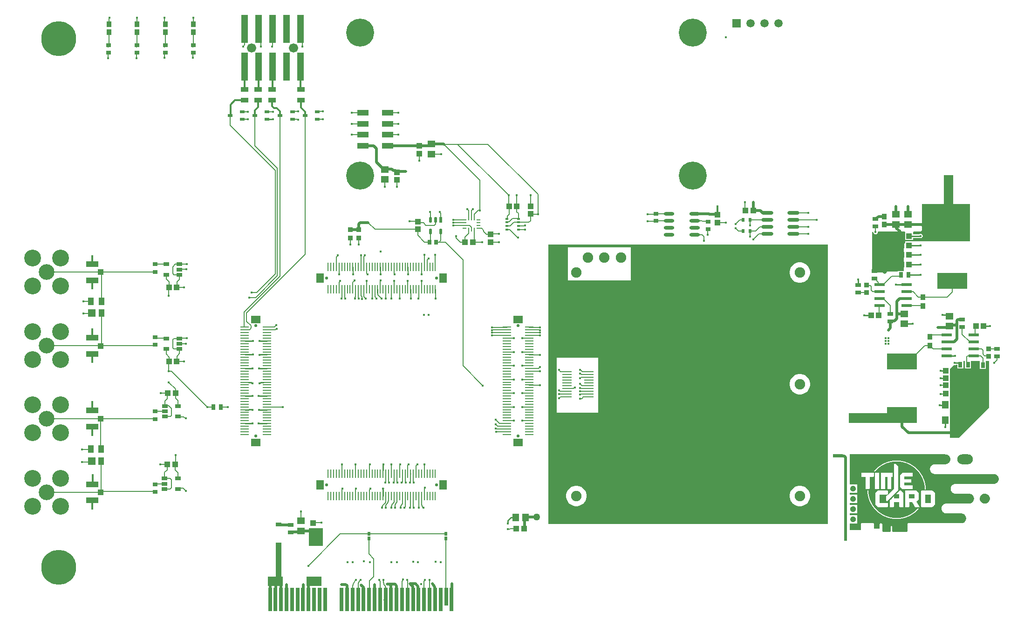
<source format=gtl>
%FSTAX25Y25*%
%MOIN*%
%SFA1B1*%

%IPPOS*%
%AMD54*
4,1,8,0.010500,-0.010000,0.010500,0.010000,0.000000,0.020400,0.000000,0.020400,-0.010500,0.010000,-0.010500,-0.010000,0.000000,-0.020400,0.000000,-0.020400,0.010500,-0.010000,0.0*
1,1,0.020960,0.000000,-0.010000*
1,1,0.020960,0.000000,0.010000*
1,1,0.020960,0.000000,0.010000*
1,1,0.020960,0.000000,-0.010000*
%
%ADD13C,0.010000*%
%ADD18C,0.005000*%
%ADD22R,0.041340X0.043310*%
%ADD23R,0.039370X0.027560*%
%ADD24R,0.055120X0.055120*%
%ADD25R,0.039370X0.055120*%
%ADD26R,0.086610X0.041340*%
%ADD27R,0.041340X0.039370*%
%ADD28R,0.035430X0.019680*%
%ADD29R,0.077560X0.022440*%
%ADD30R,0.041340X0.025590*%
%ADD31R,0.050000X0.200000*%
%ADD32R,0.070870X0.009840*%
%ADD33R,0.057090X0.037400*%
%ADD34R,0.037400X0.031500*%
%ADD35R,0.037400X0.037400*%
%ADD36R,0.029530X0.033470*%
%ADD37R,0.035430X0.027560*%
%ADD38R,0.023620X0.031500*%
%ADD39R,0.039370X0.028350*%
%ADD40R,0.023620X0.025590*%
%ADD41R,0.028000X0.165000*%
%ADD42R,0.028000X0.126000*%
%ADD43O,0.086610X0.023620*%
%ADD44O,0.074800X0.023620*%
%ADD45R,0.212600X0.114170*%
%ADD46R,0.082870X0.044090*%
%ADD47R,0.009840X0.061020*%
%ADD48R,0.066930X0.053150*%
%ADD49R,0.053150X0.066930*%
%ADD50R,0.061020X0.009840*%
%ADD51R,0.026570X0.009840*%
%ADD52R,0.009840X0.026570*%
%ADD53R,0.019680X0.013780*%
G04~CAMADD=54~8~0.0~0.0~408.8~209.5~104.8~0.0~15~0.0~0.0~0.0~0.0~0~0.0~0.0~0.0~0.0~0~0.0~0.0~0.0~270.0~210.0~409.0*
%ADD54D54*%
%ADD55R,0.020950X0.040880*%
%ADD56R,0.033470X0.039370*%
%ADD57R,0.045280X0.057090*%
%ADD58R,0.037400X0.033470*%
%ADD59R,0.043310X0.041340*%
%ADD60R,0.037400X0.039370*%
%ADD61R,0.057090X0.045280*%
%ADD62R,0.028350X0.039370*%
%ADD108C,0.120000*%
%ADD112C,0.008000*%
%ADD113C,0.020000*%
%ADD114C,0.012000*%
%ADD115R,0.098430X0.127950*%
%ADD116R,0.039370X0.248030*%
%ADD117R,0.110430X0.066930*%
%ADD118R,0.105320X0.067910*%
%ADD119C,0.065980*%
%ADD120C,0.075000*%
%ADD121R,0.059060X0.059060*%
%ADD122C,0.059060*%
%ADD123C,0.021660*%
%ADD124C,0.112000*%
%ADD125C,0.250000*%
%ADD126C,0.016000*%
%ADD127C,0.200000*%
%ADD128C,0.050000*%
%ADD129C,0.032000*%
%LNtimecard-dc-beta-v1-1*%
%LPD*%
G36*
X0668486Y029685D02*
X0680512D01*
Y0270276*
X0639875*
Y0270288*
X0634141*
Y026918*
X0633268Y0268307*
Y0248832*
X0628924*
Y0248622*
X0611614*
X0611092Y02481*
X061063Y0248291*
Y0276942*
X0610938Y0277016*
X061138Y0276673*
X0611485Y0276147*
X0611839Y0275618*
X0612368Y0275265*
X0612992Y027514*
X0613616Y0275265*
X0614146Y0275618*
X0614499Y0276147*
X0614623Y0276772*
X0614622Y0276779*
X0614939Y0277165*
X0633717*
X0634141Y0276981*
Y0276665*
Y027105*
X0639875*
Y027269*
X0644188*
X064446Y0272509*
X0645084Y0272384*
X0645709Y0272509*
X0646238Y0272862*
X0646591Y0273392*
X0646716Y0274016*
X0646591Y027464*
X0646238Y0275169*
X0645709Y0275523*
X0645084Y0275647*
X064446Y0275523*
X0644188Y0275341*
X0640228*
X0639875Y0275695*
Y0276981*
X0640299Y0277165*
X0645079*
X0646063Y027815*
Y029685*
X0661793*
Y0317655*
X0668486*
Y029685*
G37*
G36*
X0694291Y0151181D02*
X0672638Y0129528D01*
X0666339*
Y017874*
X0669127Y0181528*
X0669478Y0181458*
X0670102Y0181583*
X0670374Y0181764*
X0671444*
Y0179121*
X0675879*
Y0184646*
X0676877*
Y0179121*
X0681312*
Y0184646*
X0687096*
X0687484Y0184375*
Y0178838*
X0691918*
Y0184375*
X0692306Y0184646*
X0694291*
Y0151181*
G37*
G36*
X0626476Y0140354D02*
X0593996D01*
Y0147047*
X0626476*
Y0140354*
G37*
G36*
X0679191Y0117695D02*
X0679732D01*
Y0117641*
X0680002*
Y0117587*
X0680219*
Y0117533*
X0680327*
Y0117479*
X0680489*
Y0117425*
X0680597*
Y0117371*
X0680759*
Y0117317*
X0680813*
Y0117263*
X0680922*
Y0117209*
X068103*
Y0117155*
X0681084*
Y0117101*
X0681192*
Y0117047*
X0681246*
Y0116993*
X0681354*
Y0116939*
X0681408*
Y0116885*
X0681462*
Y0116831*
X0681516*
Y0116776*
X068157*
Y0116722*
X0681624*
Y0116668*
X0681678*
Y0116614*
X0681732*
Y011656*
X0681786*
Y0116506*
X0681841*
Y0116452*
X0681895*
Y0116398*
X0681949*
Y0116344*
Y011629*
X0682003*
Y0116236*
X0682057*
Y0116182*
Y0116128*
X0682111*
Y0116074*
X0682165*
Y011602*
Y0115965*
X0682219*
Y0115911*
Y0115857*
X0682273*
Y0115803*
X0682327*
Y0115749*
Y0115695*
X0682381*
Y0115641*
Y0115587*
Y0115533*
X0682435*
Y0115479*
Y0115425*
X0682489*
Y0115371*
Y0115317*
Y0115263*
X0682543*
Y0115209*
Y0115155*
Y0115101*
Y0115047*
X0682597*
Y0114992*
Y0114938*
Y0114884*
Y011483*
X0682652*
Y0114776*
Y0114722*
Y0114668*
Y0114614*
Y011456*
Y0114506*
Y0114452*
Y0114398*
Y0114344*
Y011429*
X0682705*
Y0114235*
Y0114181*
Y0114127*
Y0114073*
X0682652*
Y0114019*
Y0113965*
Y0113911*
Y0113857*
Y0113803*
Y0113749*
Y0113695*
Y0113641*
Y0113587*
X0682597*
Y0113533*
Y0113479*
Y0113425*
Y0113371*
Y0113317*
X0682543*
Y0113262*
Y0113208*
Y0113154*
X0682489*
Y01131*
Y0113046*
Y0112992*
X0682435*
Y0112938*
Y0112884*
Y011283*
X0682381*
Y0112776*
Y0112722*
X0682327*
Y0112668*
Y0112614*
X0682273*
Y011256*
Y0112505*
X0682219*
Y0112452*
Y0112397*
X0682165*
Y0112343*
Y0112289*
X0682111*
Y0112235*
X0682057*
Y0112181*
Y0112127*
X0682003*
Y0112073*
X0681949*
Y0112019*
X0681895*
Y0111965*
Y0111911*
X0681841*
Y0111857*
X0681786*
Y0111803*
X0681732*
Y0111749*
X0681678*
Y0111695*
X0681624*
Y0111641*
X068157*
Y0111586*
X0681516*
Y0111532*
X0681462*
Y0111478*
X0681354*
Y0111424*
X06813*
Y011137*
X0681246*
Y0111316*
X0681192*
Y0111262*
X0681084*
Y0111208*
X068103*
Y0111154*
X0680922*
Y01111*
X0680813*
Y0111046*
X0680705*
Y0110992*
X0680597*
Y0110938*
X0680489*
Y0110884*
X0680327*
Y011083*
X0680165*
Y0110776*
X0679948*
Y0110722*
X0679678*
Y0110668*
X0674434*
Y0110722*
X0674164*
Y0110776*
X0674002*
Y011083*
X0673839*
Y0110884*
X0673677*
Y0110938*
X0673569*
Y0110992*
X0673407*
Y0111046*
X0673353*
Y01111*
X0673245*
Y0111154*
X0673137*
Y0111208*
X0673082*
Y0111262*
X0672974*
Y0111316*
X067292*
Y011137*
X0672812*
Y0111424*
X0672758*
Y0111478*
X0672704*
Y0111532*
X067265*
Y0111586*
X0672596*
Y0111641*
X0672542*
Y0111695*
X0672488*
Y0111749*
X0672434*
Y0111803*
X067238*
Y0111857*
X0672326*
Y0111911*
X0672272*
Y0111965*
X0672218*
Y0112019*
Y0112073*
X0672163*
Y0112127*
X0672109*
Y0112181*
X0672055*
Y0112235*
Y0112289*
X0672001*
Y0112343*
Y0112397*
X0671947*
Y0112452*
X0671893*
Y0112505*
Y011256*
X0671839*
Y0112614*
Y0112668*
X0671785*
Y0112722*
Y0112776*
X0671731*
Y011283*
Y0112884*
Y0112938*
X0671677*
Y0112992*
Y0113046*
Y01131*
X0671623*
Y0113154*
Y0113208*
Y0113262*
X0671569*
Y0113317*
Y0113371*
Y0113425*
Y0113479*
Y0113533*
X0671515*
Y0113587*
Y0113641*
Y0113695*
Y0113749*
Y0113803*
X0671461*
Y0113857*
Y0113911*
Y0113965*
Y0114019*
Y0114073*
Y0114127*
Y0114181*
Y0114235*
Y011429*
Y0114344*
Y0114398*
Y0114452*
Y0114506*
X0671515*
Y011456*
Y0114614*
Y0114668*
Y0114722*
Y0114776*
Y011483*
Y0114884*
X0671569*
Y0114938*
Y0114992*
Y0115047*
Y0115101*
X0671623*
Y0115155*
Y0115209*
Y0115263*
Y0115317*
X0671677*
Y0115371*
Y0115425*
X0671731*
Y0115479*
Y0115533*
Y0115587*
X0671785*
Y0115641*
Y0115695*
X0671839*
Y0115749*
Y0115803*
X0671893*
Y0115857*
Y0115911*
X0671947*
Y0115965*
Y011602*
X0672001*
Y0116074*
X0672055*
Y0116128*
Y0116182*
X0672109*
Y0116236*
X0672163*
Y011629*
Y0116344*
X0672218*
Y0116398*
X0672272*
Y0116452*
X0672326*
Y0116506*
X067238*
Y011656*
X0672434*
Y0116614*
X0672488*
Y0116668*
X0672542*
Y0116722*
X0672596*
Y0116776*
X067265*
Y0116831*
X0672704*
Y0116885*
X0672758*
Y0116939*
X0672812*
Y0116993*
X0672866*
Y0117047*
X0672974*
Y0117101*
X0673028*
Y0117155*
X0673137*
Y0117209*
X0673191*
Y0117263*
X0673299*
Y0117317*
X0673407*
Y0117371*
X0673515*
Y0117425*
X0673677*
Y0117479*
X0673785*
Y0117533*
X0673947*
Y0117587*
X0674164*
Y0117641*
X067438*
Y0117695*
X0674975*
Y011775*
X0679083*
Y0117695*
X0679137*
Y011775*
X0679191*
Y0117695*
G37*
G36*
X0597288Y0095098D02*
X0597504D01*
Y0095043*
X0597666*
Y009499*
X0597774*
Y0094935*
X0597882*
Y0094881*
X0597936*
Y0094827*
X0598044*
Y0094773*
X0598099*
Y0094719*
X0598207*
Y0094665*
X0598261*
Y0094611*
X0598315*
Y0094557*
X0598369*
Y0094503*
X0598423*
Y0094449*
X0598477*
Y0094395*
Y0094341*
X0598531*
Y0094287*
X0598585*
Y0094233*
Y0094178*
X0598639*
Y0094125*
X0598693*
Y009407*
Y0094016*
X0598747*
Y0093962*
Y0093908*
Y0093854*
X0598801*
Y00938*
Y0093746*
Y0093692*
X0598855*
Y0093638*
Y0093584*
Y009353*
Y0093476*
X0598909*
Y0093422*
Y0093368*
Y0093313*
Y009326*
Y0093205*
Y0093151*
Y0093097*
Y0093043*
Y0092989*
Y0092935*
Y0092881*
Y0092827*
Y0092773*
X0598855*
Y0092719*
Y0092665*
Y0092611*
Y0092557*
X0598801*
Y0092503*
Y0092449*
Y0092395*
X0598747*
Y009234*
Y0092286*
X0598693*
Y0092232*
Y0092178*
X0598639*
Y0092124*
Y009207*
X0598585*
Y0092016*
X0598531*
Y0091962*
Y0091908*
X0598477*
Y0091854*
X0598423*
Y00918*
X0598369*
Y0091746*
X0598315*
Y0091692*
X0598261*
Y0091638*
X0598207*
Y0091584*
X0598152*
Y009153*
X0598099*
Y0091475*
X059799*
Y0091421*
X0597936*
Y0091367*
X0597828*
Y0091313*
X059772*
Y0091259*
X0597558*
Y0091205*
X0597396*
Y0091151*
X0597071*
Y0091097*
X0596693*
Y0091151*
X0596369*
Y0091205*
X0596206*
Y0091259*
X0596098*
Y0091313*
X0595936*
Y0091367*
X0595882*
Y0091421*
X0595774*
Y0091475*
X059572*
Y009153*
X0595612*
Y0091584*
X0595558*
Y0091638*
X0595504*
Y0091692*
X0595449*
Y0091746*
X0595395*
Y00918*
X0595341*
Y0091854*
X0595287*
Y0091908*
X0595233*
Y0091962*
Y0092016*
X0595179*
Y009207*
Y0092124*
X0595125*
Y0092178*
X0595071*
Y0092232*
Y0092286*
X0595017*
Y009234*
Y0092395*
Y0092449*
X0594963*
Y0092503*
Y0092557*
Y0092611*
X0594909*
Y0092665*
Y0092719*
Y0092773*
Y0092827*
Y0092881*
X0594855*
Y0092935*
Y0092989*
Y0093043*
Y0093097*
Y0093151*
Y0093205*
Y009326*
Y0093313*
Y0093368*
Y0093422*
X0594909*
Y0093476*
Y009353*
Y0093584*
Y0093638*
Y0093692*
X0594963*
Y0093746*
Y00938*
Y0093854*
X0595017*
Y0093908*
Y0093962*
X0595071*
Y0094016*
Y009407*
X0595125*
Y0094125*
Y0094178*
X0595179*
Y0094233*
Y0094287*
X0595233*
Y0094341*
X0595287*
Y0094395*
X0595341*
Y0094449*
Y0094503*
X0595395*
Y0094557*
X0595449*
Y0094611*
X0595504*
Y0094665*
X0595612*
Y0094719*
X0595666*
Y0094773*
X059572*
Y0094827*
X0595828*
Y0094881*
X0595882*
Y0094935*
X059599*
Y009499*
X0596152*
Y0095043*
X059626*
Y0095098*
X0596477*
Y0095152*
X0597288*
Y0095098*
G37*
G36*
X0597233Y0087799D02*
X059745D01*
Y0087745*
X0597612*
Y0087691*
X059772*
Y0087637*
X0597828*
Y0087583*
X0597936*
Y0087529*
X0598044*
Y0087475*
X0598099*
Y0087421*
X0598152*
Y0087367*
X0598261*
Y0087313*
X0598315*
Y0087259*
X0598369*
Y0087204*
X0598423*
Y0087151*
Y0087096*
X0598477*
Y0087042*
X0598531*
Y0086988*
X0598585*
Y0086934*
Y008688*
X0598639*
Y0086826*
Y0086772*
X0598693*
Y0086718*
Y0086664*
X0598747*
Y008661*
Y0086556*
X0598801*
Y0086502*
Y0086448*
Y0086394*
X0598855*
Y0086339*
Y0086286*
Y0086231*
Y0086177*
X0598909*
Y0086123*
Y0086069*
Y0086015*
Y0085961*
Y0085907*
Y0085853*
Y0085799*
Y0085745*
Y0085691*
Y0085637*
Y0085583*
Y0085529*
Y0085474*
X0598855*
Y0085421*
Y0085366*
Y0085312*
Y0085258*
X0598801*
Y0085204*
Y008515*
Y0085096*
X0598747*
Y0085042*
Y0084988*
X0598693*
Y0084934*
Y008488*
X0598639*
Y0084826*
Y0084772*
X0598585*
Y0084718*
Y0084664*
X0598531*
Y008461*
X0598477*
Y0084556*
X0598423*
Y0084501*
Y0084447*
X0598369*
Y0084393*
X0598315*
Y0084339*
X0598207*
Y0084285*
X0598152*
Y0084231*
X0598099*
Y0084177*
X0598044*
Y0084123*
X0597936*
Y0084069*
X0597828*
Y0084015*
X059772*
Y0083961*
X0597612*
Y0083907*
X059745*
Y0083853*
X0597179*
Y0083799*
X0596585*
Y0083853*
X0596314*
Y0083907*
X0596152*
Y0083961*
X0596044*
Y0084015*
X0595936*
Y0084069*
X0595828*
Y0084123*
X0595774*
Y0084177*
X0595666*
Y0084231*
X0595612*
Y0084285*
X0595558*
Y0084339*
X0595504*
Y0084393*
X0595449*
Y0084447*
X0595395*
Y0084501*
X0595341*
Y0084556*
X0595287*
Y008461*
X0595233*
Y0084664*
Y0084718*
X0595179*
Y0084772*
X0595125*
Y0084826*
Y008488*
X0595071*
Y0084934*
Y0084988*
X0595017*
Y0085042*
Y0085096*
Y008515*
X0594963*
Y0085204*
Y0085258*
Y0085312*
X0594909*
Y0085366*
Y0085421*
Y0085474*
Y0085529*
X0594855*
Y0085583*
Y0085637*
Y0085691*
Y0085745*
Y0085799*
Y0085853*
Y0085907*
Y0085961*
Y0086015*
Y0086069*
Y0086123*
X0594909*
Y0086177*
Y0086231*
Y0086286*
Y0086339*
X0594963*
Y0086394*
Y0086448*
Y0086502*
Y0086556*
X0595017*
Y008661*
Y0086664*
X0595071*
Y0086718*
Y0086772*
X0595125*
Y0086826*
Y008688*
X0595179*
Y0086934*
X0595233*
Y0086988*
Y0087042*
X0595287*
Y0087096*
X0595341*
Y0087151*
X0595395*
Y0087204*
X0595449*
Y0087259*
X0595504*
Y0087313*
X0595558*
Y0087367*
X0595612*
Y0087421*
X0595666*
Y0087475*
X0595774*
Y0087529*
X0595828*
Y0087583*
X0595936*
Y0087637*
X0596044*
Y0087691*
X0596152*
Y0087745*
X0596314*
Y0087799*
X0596585*
Y0087853*
X0597233*
Y0087799*
G37*
G36*
X0691626Y0089475D02*
X069195D01*
Y0089421*
X0692166*
Y0089367*
X0692329*
Y0089313*
X0692491*
Y0089259*
X0692599*
Y0089205*
X0692761*
Y0089151*
X0692869*
Y0089097*
X0692923*
Y0089043*
X0693031*
Y0088989*
X069314*
Y0088934*
X0693194*
Y008888*
X0693302*
Y0088826*
X0693356*
Y0088772*
X069341*
Y0088718*
X0693464*
Y0088664*
X0693572*
Y008861*
X0693626*
Y0088556*
X069368*
Y0088502*
X0693734*
Y0088448*
X0693788*
Y0088394*
X0693842*
Y008834*
X0693896*
Y0088286*
X069395*
Y0088232*
Y0088178*
X0694004*
Y0088124*
X0694059*
Y0088069*
X0694113*
Y0088016*
Y0087961*
X0694167*
Y0087907*
X0694221*
Y0087853*
Y0087799*
X0694275*
Y0087745*
Y0087691*
X0694329*
Y0087637*
X0694383*
Y0087583*
Y0087529*
X0694437*
Y0087475*
Y0087421*
Y0087367*
X0694491*
Y0087313*
Y0087259*
X0694545*
Y0087204*
Y0087151*
Y0087096*
X0694599*
Y0087042*
Y0086988*
Y0086934*
X0694653*
Y008688*
Y0086826*
Y0086772*
Y0086718*
X0694707*
Y0086664*
Y008661*
Y0086556*
Y0086502*
Y0086448*
Y0086394*
X0694761*
Y0086339*
Y0086286*
Y0086231*
Y0086177*
Y0086123*
Y0086069*
Y0086015*
Y0085961*
Y0085907*
Y0085853*
Y0085799*
Y0085745*
Y0085691*
Y0085637*
Y0085583*
X0694707*
Y0085529*
Y0085474*
Y0085421*
Y0085366*
Y0085312*
Y0085258*
X0694653*
Y0085204*
Y008515*
Y0085096*
Y0085042*
X0694599*
Y0084988*
Y0084934*
Y008488*
X0694545*
Y0084826*
Y0084772*
Y0084718*
X0694491*
Y0084664*
Y008461*
X0694437*
Y0084556*
Y0084501*
X0694383*
Y0084447*
Y0084393*
X0694329*
Y0084339*
Y0084285*
X0694275*
Y0084231*
Y0084177*
X0694221*
Y0084123*
X0694167*
Y0084069*
Y0084015*
X0694113*
Y0083961*
X0694059*
Y0083907*
Y0083853*
X0694004*
Y0083799*
X069395*
Y0083745*
X0693896*
Y0083691*
X0693842*
Y0083636*
X0693788*
Y0083582*
X0693734*
Y0083528*
X069368*
Y0083474*
X0693626*
Y008342*
X0693572*
Y0083366*
X0693518*
Y0083312*
X0693464*
Y0083258*
X069341*
Y0083204*
X0693302*
Y008315*
X0693248*
Y0083096*
X0693194*
Y0083042*
X0693085*
Y0082988*
X0692977*
Y0082934*
X0692923*
Y008288*
X0692815*
Y0082825*
X0692707*
Y0082771*
X0692545*
Y0082717*
X0692437*
Y0082663*
X0692275*
Y0082609*
X0692058*
Y0082555*
X0691788*
Y0082501*
X0691464*
Y0082447*
X0691409*
Y0082501*
X0691356*
Y0082447*
X0691301*
Y0082501*
X0691247*
Y0082447*
X0690869*
Y0082501*
X069049*
Y0082555*
X069022*
Y0082609*
X0690058*
Y0082663*
X0689896*
Y0082717*
X0689734*
Y0082771*
X0689626*
Y0082825*
X0689517*
Y008288*
X0689409*
Y0082934*
X0689301*
Y0082988*
X0689247*
Y0083042*
X0689139*
Y0083096*
X0689085*
Y008315*
X0688977*
Y0083204*
X0688923*
Y0083258*
X0688869*
Y0083312*
X0688814*
Y0083366*
X0688706*
Y008342*
X0688652*
Y0083474*
X0688598*
Y0083528*
X0688544*
Y0083582*
X068849*
Y0083636*
X0688436*
Y0083691*
Y0083745*
X0688382*
Y0083799*
X0688328*
Y0083853*
X0688274*
Y0083907*
X068822*
Y0083961*
Y0084015*
X0688166*
Y0084069*
X0688112*
Y0084123*
Y0084177*
X0688058*
Y0084231*
Y0084285*
X0688004*
Y0084339*
X068795*
Y0084393*
Y0084447*
X0687895*
Y0084501*
Y0084556*
X0687841*
Y008461*
Y0084664*
Y0084718*
X0687787*
Y0084772*
Y0084826*
X0687733*
Y008488*
Y0084934*
Y0084988*
X0687679*
Y0085042*
Y0085096*
Y008515*
Y0085204*
X0687625*
Y0085258*
Y0085312*
Y0085366*
Y0085421*
Y0085474*
X0687571*
Y0085529*
Y0085583*
Y0085637*
Y0085691*
Y0085745*
Y0085799*
Y0085853*
Y0085907*
Y0085961*
Y0086015*
Y0086069*
Y0086123*
Y0086177*
Y0086231*
Y0086286*
Y0086339*
Y0086394*
Y0086448*
Y0086502*
X0687625*
Y0086556*
Y008661*
Y0086664*
Y0086718*
Y0086772*
X0687679*
Y0086826*
Y008688*
Y0086934*
Y0086988*
X0687733*
Y0087042*
Y0087096*
Y0087151*
X0687787*
Y0087204*
Y0087259*
Y0087313*
X0687841*
Y0087367*
Y0087421*
X0687895*
Y0087475*
Y0087529*
X068795*
Y0087583*
Y0087637*
X0688004*
Y0087691*
Y0087745*
X0688058*
Y0087799*
Y0087853*
X0688112*
Y0087907*
X0688166*
Y0087961*
Y0088016*
X068822*
Y0088069*
X0688274*
Y0088124*
X0688328*
Y0088178*
Y0088232*
X0688382*
Y0088286*
X0688436*
Y008834*
X068849*
Y0088394*
X0688544*
Y0088448*
X0688598*
Y0088502*
X0688652*
Y0088556*
X0688706*
Y008861*
X0688761*
Y0088664*
X0688814*
Y0088718*
X0688869*
Y0088772*
X0688977*
Y0088826*
X0689031*
Y008888*
X0689139*
Y0088934*
X0689193*
Y0088989*
X0689301*
Y0089043*
X0689355*
Y0089097*
X0689463*
Y0089151*
X0689571*
Y0089205*
X0689679*
Y0089259*
X0689842*
Y0089313*
X0690004*
Y0089367*
X0690166*
Y0089421*
X0690382*
Y0089475*
X0690653*
Y0089529*
X0691626*
Y0089475*
G37*
G36*
X0662919Y0117695D02*
X0663514D01*
Y0117641*
X066373*
Y0117587*
X0663946*
Y0117533*
X0664108*
Y0117479*
X066427*
Y0117425*
X0664378*
Y0117371*
X0664487*
Y0117317*
X0664595*
Y0117263*
X0664703*
Y0117209*
X0664811*
Y0117155*
X0664865*
Y0117101*
X0664973*
Y0117047*
X0665027*
Y0116993*
X0665081*
Y0116939*
X0665189*
Y0116885*
X0665243*
Y0116831*
X0665298*
Y0116776*
X0665352*
Y0116722*
X0665406*
Y0116668*
X066546*
Y0116614*
X0665514*
Y011656*
X0665568*
Y0116506*
X0665622*
Y0116452*
X0665676*
Y0116398*
X066573*
Y0116344*
Y011629*
X0665784*
Y0116236*
X0665838*
Y0116182*
X0665892*
Y0116128*
Y0116074*
X0665946*
Y011602*
Y0115965*
X0666*
Y0115911*
X0666054*
Y0115857*
Y0115803*
X0666109*
Y0115749*
Y0115695*
X0666163*
Y0115641*
Y0115587*
X0666217*
Y0115533*
Y0115479*
Y0115425*
X0666271*
Y0115371*
Y0115317*
Y0115263*
X0666325*
Y0115209*
Y0115155*
Y0115101*
X0666379*
Y0115047*
Y0114992*
Y0114938*
Y0114884*
X0666433*
Y011483*
Y0114776*
Y0114722*
Y0114668*
Y0114614*
Y011456*
X0666487*
Y0114506*
Y0114452*
Y0114398*
Y0114344*
Y011429*
Y0114235*
Y0114181*
Y0114127*
Y0114073*
Y0114019*
Y0113965*
X0666433*
Y0113911*
X0666487*
Y0113857*
X0666433*
Y0113803*
Y0113749*
Y0113695*
Y0113641*
Y0113587*
Y0113533*
Y0113479*
X0666379*
Y0113425*
Y0113371*
Y0113317*
Y0113262*
X0666325*
Y0113208*
Y0113154*
Y01131*
X0666271*
Y0113046*
Y0112992*
Y0112938*
X0666217*
Y0112884*
Y011283*
Y0112776*
X0666163*
Y0112722*
Y0112668*
X0666109*
Y0112614*
Y011256*
X0666054*
Y0112505*
Y0112452*
X0666*
Y0112397*
X0665946*
Y0112343*
Y0112289*
X0665892*
Y0112235*
X0665838*
Y0112181*
Y0112127*
X0665784*
Y0112073*
X066573*
Y0112019*
X0665676*
Y0111965*
Y0111911*
X0665622*
Y0111857*
X0665568*
Y0111803*
X0665514*
Y0111749*
X066546*
Y0111695*
X0665406*
Y0111641*
X0665352*
Y0111586*
X0665298*
Y0111532*
X0665243*
Y0111478*
X0665135*
Y0111424*
X0665081*
Y011137*
X0665027*
Y0111316*
X0664919*
Y0111262*
X0664865*
Y0111208*
X0664757*
Y0111154*
X0664703*
Y01111*
X0664595*
Y0111046*
X0664487*
Y0110992*
X0664378*
Y0110938*
X0664216*
Y0110884*
X0664108*
Y011083*
X0663892*
Y0110776*
X066373*
Y0110722*
X0663405*
Y0110668*
X0655242*
Y0110613*
X065481*
Y0110559*
X0654593*
Y0110505*
X0654377*
Y0110451*
X0654269*
Y0110397*
X0654107*
Y0110343*
X0653999*
Y0110289*
X0653891*
Y0110235*
X0653782*
Y0110181*
X0653674*
Y0110127*
X065362*
Y0110073*
X0653512*
Y0110019*
X0653404*
Y0109965*
X065335*
Y0109911*
X0653296*
Y0109856*
X0653242*
Y0109802*
X0653134*
Y0109748*
X065308*
Y0109694*
X0653025*
Y010964*
X0652971*
Y0109586*
X0652917*
Y0109532*
X0652863*
Y0109478*
X0652809*
Y0109424*
X0652755*
Y010937*
Y0109316*
X0652701*
Y0109262*
X0652647*
Y0109208*
X0652593*
Y0109154*
Y01091*
X0652539*
Y0109046*
X0652485*
Y0108992*
Y0108938*
X0652431*
Y0108883*
X0652377*
Y0108829*
Y0108775*
X0652323*
Y0108721*
Y0108667*
X0652269*
Y0108613*
Y0108559*
X0652214*
Y0108505*
Y0108451*
Y0108397*
X0652161*
Y0108343*
Y0108289*
X0652106*
Y0108235*
Y0108181*
Y0108126*
X0652052*
Y0108072*
Y0108018*
Y0107964*
Y010791*
X0651998*
Y0107856*
Y0107802*
Y0107748*
Y0107694*
Y010764*
Y0107586*
X0651944*
Y0107532*
Y0107478*
Y0107424*
Y010737*
Y0107316*
Y0107262*
Y0107208*
Y0107153*
Y0107099*
Y0107045*
Y0106991*
Y0106937*
Y0106883*
Y0106829*
Y0106775*
Y0106721*
X0651998*
Y0106667*
Y0106613*
Y0106559*
Y0106505*
Y0106451*
Y0106397*
X0652052*
Y0106342*
Y0106288*
Y0106234*
Y010618*
X0652106*
Y0106126*
Y0106072*
Y0106018*
X0652161*
Y0105964*
Y010591*
Y0105856*
X0652214*
Y0105802*
Y0105748*
X0652269*
Y0105694*
Y010564*
X0652323*
Y0105586*
Y0105532*
X0652377*
Y0105477*
Y0105423*
X0652431*
Y0105369*
Y0105315*
X0652485*
Y0105261*
X0652539*
Y0105207*
Y0105153*
X0652593*
Y0105099*
X0652647*
Y0105045*
Y0104991*
X0652701*
Y0104937*
X0652755*
Y0104883*
X0652809*
Y0104829*
X0652863*
Y0104775*
X0652917*
Y0104721*
X0652971*
Y0104667*
X0653025*
Y0104613*
X065308*
Y0104558*
X0653134*
Y0104504*
X0653188*
Y010445*
X0653242*
Y0104396*
X0653296*
Y0104342*
X0653404*
Y0104288*
X0653458*
Y0104234*
X0653566*
Y010418*
X065362*
Y0104126*
X0653728*
Y0104072*
X0653836*
Y0104018*
X0653944*
Y0103964*
X0654053*
Y010391*
X0654161*
Y0103856*
X0654323*
Y0103802*
X0654485*
Y0103747*
X0654701*
Y0103693*
X0654972*
Y0103639*
X0697735*
Y0103585*
X0697789*
Y0103639*
X0697843*
Y0103585*
X0698221*
Y0103531*
X0698438*
Y0103477*
X06986*
Y0103423*
X0698762*
Y0103369*
X0698924*
Y0103315*
X0699032*
Y0103261*
X069914*
Y0103207*
X0699249*
Y0103153*
X0699357*
Y0103099*
X0699411*
Y0103045*
X0699519*
Y0102991*
X0699573*
Y0102937*
X0699681*
Y0102883*
X0699735*
Y0102828*
X0699789*
Y0102774*
X0699843*
Y010272*
X0699951*
Y0102666*
X0700005*
Y0102612*
X0700059*
Y0102558*
X0700113*
Y0102504*
X0700168*
Y010245*
X0700222*
Y0102396*
Y0102342*
X0700276*
Y0102288*
X070033*
Y0102234*
X0700384*
Y010218*
X0700438*
Y0102126*
Y0102072*
X0700492*
Y0102017*
X0700546*
Y0101963*
Y0101909*
X07006*
Y0101855*
X0700654*
Y0101801*
Y0101747*
X0700708*
Y0101693*
Y0101639*
X0700762*
Y0101585*
Y0101531*
X0700816*
Y0101477*
Y0101423*
Y0101369*
X070087*
Y0101315*
Y0101261*
X0700924*
Y0101207*
Y0101153*
Y0101099*
X0700979*
Y0101044*
Y010099*
Y0100936*
Y0100882*
X0701032*
Y0100828*
Y0100774*
Y010072*
Y0100666*
Y0100612*
X0701087*
Y0100558*
Y0100504*
Y010045*
Y0100396*
Y0100342*
Y0100287*
Y0100233*
Y0100179*
Y0100125*
Y0100071*
Y0100017*
Y0099963*
Y0099909*
Y0099855*
Y0099801*
Y0099747*
Y0099693*
Y0099639*
Y0099585*
X0701032*
Y0099531*
Y0099477*
Y0099423*
Y0099369*
Y0099314*
X0700979*
Y009926*
Y0099206*
Y0099152*
Y0099098*
X0700924*
Y0099044*
Y009899*
Y0098936*
X070087*
Y0098882*
Y0098828*
Y0098774*
X0700816*
Y009872*
Y0098666*
X0700762*
Y0098612*
Y0098558*
X0700708*
Y0098504*
Y0098449*
X0700654*
Y0098395*
Y0098341*
X07006*
Y0098287*
Y0098233*
X0700546*
Y0098179*
X0700492*
Y0098125*
Y0098071*
X0700438*
Y0098017*
X0700384*
Y0097963*
X070033*
Y0097909*
X0700276*
Y0097855*
Y0097801*
X0700222*
Y0097747*
X0700168*
Y0097693*
X0700113*
Y0097638*
X0700059*
Y0097584*
X0700005*
Y009753*
X0699951*
Y0097476*
X0699897*
Y0097422*
X0699843*
Y0097368*
X0699735*
Y0097314*
X0699681*
Y009726*
X0699627*
Y0097206*
X0699519*
Y0097152*
X0699465*
Y0097098*
X0699357*
Y0097044*
X0699249*
Y009699*
X0699194*
Y0096936*
X0699032*
Y0096882*
X0698924*
Y0096828*
X0698816*
Y0096773*
X0698654*
Y0096719*
X0698492*
Y0096665*
X0698275*
Y0096611*
X0697951*
Y0096557*
X0669893*
Y0096503*
X0669568*
Y0096449*
X0669352*
Y0096395*
X0669136*
Y0096341*
X0669028*
Y0096287*
X0668866*
Y0096233*
X0668757*
Y0096179*
X0668649*
Y0096125*
X0668541*
Y0096071*
X0668433*
Y0096017*
X0668379*
Y0095963*
X0668271*
Y0095908*
X0668217*
Y0095854*
X0668163*
Y00958*
X0668055*
Y0095746*
X0668001*
Y0095692*
X0667947*
Y0095638*
X0667893*
Y0095584*
X0667838*
Y009553*
X0667784*
Y0095476*
X066773*
Y0095422*
X0667676*
Y0095368*
X0667622*
Y0095314*
X0667568*
Y009526*
X0667514*
Y0095206*
X066746*
Y0095152*
Y0095098*
X0667406*
Y0095043*
X0667352*
Y009499*
Y0094935*
X0667298*
Y0094881*
X0667244*
Y0094827*
Y0094773*
X066719*
Y0094719*
Y0094665*
X0667136*
Y0094611*
Y0094557*
X0667082*
Y0094503*
Y0094449*
X0667028*
Y0094395*
Y0094341*
X0666973*
Y0094287*
Y0094233*
Y0094178*
X0666919*
Y0094125*
Y009407*
Y0094016*
X0666865*
Y0093962*
Y0093908*
Y0093854*
Y00938*
X0666811*
Y0093746*
Y0093692*
Y0093638*
Y0093584*
Y009353*
Y0093476*
X0666757*
Y0093422*
Y0093368*
Y0093313*
Y009326*
Y0093205*
Y0093151*
Y0093097*
Y0093043*
Y0092989*
Y0092935*
Y0092881*
Y0092827*
Y0092773*
Y0092719*
Y0092665*
Y0092611*
X0666811*
Y0092557*
Y0092503*
Y0092449*
Y0092395*
Y009234*
Y0092286*
X0666865*
Y0092232*
Y0092178*
Y0092124*
Y009207*
X0666919*
Y0092016*
Y0091962*
Y0091908*
X0666973*
Y0091854*
Y00918*
Y0091746*
X0667028*
Y0091692*
Y0091638*
X0667082*
Y0091584*
Y009153*
X0667136*
Y0091475*
Y0091421*
X066719*
Y0091367*
Y0091313*
X0667244*
Y0091259*
Y0091205*
X0667298*
Y0091151*
X0667352*
Y0091097*
Y0091043*
X0667406*
Y0090989*
X066746*
Y0090935*
X0667514*
Y0090881*
Y0090827*
X0667568*
Y0090773*
X0667622*
Y0090719*
X0667676*
Y0090664*
X066773*
Y009061*
X0667784*
Y0090556*
X0667838*
Y0090502*
X0667893*
Y0090448*
X0667947*
Y0090394*
X0668001*
Y009034*
X0668109*
Y0090286*
X0668163*
Y0090232*
X0668217*
Y0090178*
X0668325*
Y0090124*
X0668379*
Y009007*
X0668487*
Y0090016*
X0668595*
Y0089962*
X0668649*
Y0089908*
X0668757*
Y0089854*
X066892*
Y0089799*
X0669028*
Y0089745*
X066919*
Y0089691*
X0669352*
Y0089637*
X0669568*
Y0089583*
X0669947*
Y0089529*
X0680327*
Y0089475*
X0680597*
Y0089421*
X0680813*
Y0089367*
X0680975*
Y0089313*
X0681138*
Y0089259*
X06813*
Y0089205*
X0681408*
Y0089151*
X0681516*
Y0089097*
X0681624*
Y0089043*
X0681732*
Y0088989*
X0681786*
Y0088934*
X0681895*
Y008888*
X0681949*
Y0088826*
X0682003*
Y0088772*
X0682111*
Y0088718*
X0682165*
Y0088664*
X0682219*
Y008861*
X0682273*
Y0088556*
X0682327*
Y0088502*
X0682381*
Y0088448*
X0682435*
Y0088394*
X0682489*
Y008834*
X0682543*
Y0088286*
X0682597*
Y0088232*
X0682652*
Y0088178*
X0682705*
Y0088124*
Y0088069*
X068276*
Y0088016*
X0682814*
Y0087961*
X0682868*
Y0087907*
Y0087853*
X0682922*
Y0087799*
Y0087745*
X0682976*
Y0087691*
X068303*
Y0087637*
Y0087583*
X0683084*
Y0087529*
Y0087475*
X0683138*
Y0087421*
Y0087367*
Y0087313*
X0683192*
Y0087259*
Y0087204*
X0683246*
Y0087151*
Y0087096*
Y0087042*
X06833*
Y0086988*
Y0086934*
Y008688*
Y0086826*
X0683354*
Y0086772*
Y0086718*
Y0086664*
Y008661*
Y0086556*
X0683408*
Y0086502*
Y0086448*
Y0086394*
Y0086339*
Y0086286*
Y0086231*
Y0086177*
Y0086123*
Y0086069*
Y0086015*
Y0085961*
Y0085907*
Y0085853*
Y0085799*
Y0085745*
Y0085691*
Y0085637*
Y0085583*
Y0085529*
Y0085474*
Y0085421*
X0683354*
Y0085366*
Y0085312*
Y0085258*
Y0085204*
Y008515*
X06833*
Y0085096*
Y0085042*
Y0084988*
X0683246*
Y0084934*
Y008488*
Y0084826*
X0683192*
Y0084772*
Y0084718*
Y0084664*
X0683138*
Y008461*
Y0084556*
X0683084*
Y0084501*
Y0084447*
X068303*
Y0084393*
Y0084339*
X0682976*
Y0084285*
Y0084231*
X0682922*
Y0084177*
Y0084123*
X0682868*
Y0084069*
X0682814*
Y0084015*
Y0083961*
X068276*
Y0083907*
X0682705*
Y0083853*
X0682652*
Y0083799*
X0682597*
Y0083745*
Y0083691*
X0682543*
Y0083636*
X0682489*
Y0083582*
X0682435*
Y0083528*
X0682381*
Y0083474*
X0682327*
Y008342*
X0682273*
Y0083366*
X0682219*
Y0083312*
X0682111*
Y0083258*
X0682057*
Y0083204*
X0682003*
Y008315*
X0681895*
Y0083096*
X0681841*
Y0083042*
X0681732*
Y0082988*
X0681678*
Y0082934*
X068157*
Y008288*
X0681462*
Y0082825*
X0681354*
Y0082771*
X0681246*
Y0082717*
X0681084*
Y0082663*
X0680922*
Y0082609*
X0680759*
Y0082555*
X0680489*
Y0082501*
X0680111*
Y0082447*
X0680002*
Y0082501*
X0679948*
Y0082447*
X066373*
Y0082501*
X0663676*
Y0082447*
X0663135*
Y0082393*
X0662865*
Y0082339*
X0662648*
Y0082285*
X0662486*
Y0082231*
X0662378*
Y0082177*
X0662216*
Y0082123*
X0662108*
Y0082069*
X0662*
Y0082015*
X0661946*
Y008196*
X0661838*
Y0081906*
X0661729*
Y0081852*
X0661675*
Y0081798*
X0661567*
Y0081744*
X0661513*
Y008169*
X0661459*
Y0081636*
X0661405*
Y0081582*
X0661297*
Y0081528*
X0661243*
Y0081474*
X0661189*
Y008142*
X0661135*
Y0081366*
X0661081*
Y0081312*
X0661027*
Y0081258*
Y0081204*
X0660973*
Y008115*
X0660919*
Y0081095*
X0660864*
Y0081042*
X066081*
Y0080987*
Y0080933*
X0660756*
Y0080879*
X0660702*
Y0080825*
Y0080771*
X0660648*
Y0080717*
X0660594*
Y0080663*
Y0080609*
X066054*
Y0080555*
Y0080501*
X0660486*
Y0080447*
Y0080393*
X0660432*
Y0080339*
Y0080285*
X0660378*
Y008023*
Y0080177*
Y0080122*
X0660324*
Y0080068*
Y0080014*
Y007996*
X066027*
Y0079906*
Y0079852*
Y0079798*
X0660216*
Y0079744*
Y007969*
Y0079636*
Y0079582*
Y0079528*
X0660162*
Y0079474*
Y007942*
Y0079365*
Y0079312*
Y0079257*
Y0079203*
Y0079149*
Y0079095*
Y0079041*
Y0078987*
Y0078933*
Y0078879*
Y0078825*
Y0078771*
Y0078717*
Y0078663*
Y0078609*
Y0078555*
Y00785*
Y0078447*
Y0078392*
X0660216*
Y0078338*
Y0078284*
Y007823*
Y0078176*
Y0078122*
X066027*
Y0078068*
Y0078014*
Y007796*
X0660324*
Y0077906*
Y0077852*
Y0077798*
X0660378*
Y0077744*
Y007769*
Y0077636*
X0660432*
Y0077582*
Y0077527*
X0660486*
Y0077473*
Y0077419*
X066054*
Y0077365*
Y0077311*
X0660594*
Y0077257*
Y0077203*
X0660648*
Y0077149*
Y0077095*
X0660702*
Y0077041*
X0660756*
Y0076987*
Y0076933*
X066081*
Y0076879*
X0660864*
Y0076825*
X0660919*
Y0076771*
Y0076717*
X0660973*
Y0076662*
X0661027*
Y0076608*
X0661081*
Y0076554*
X0661135*
Y00765*
X0661189*
Y0076446*
X0661243*
Y0076392*
X0661297*
Y0076338*
X0661351*
Y0076284*
X0661405*
Y007623*
X0661513*
Y0076176*
X0661567*
Y0076122*
X0661621*
Y0076068*
X0661729*
Y0076014*
X0661784*
Y007596*
X0661892*
Y0075906*
X0662*
Y0075852*
X0662108*
Y0075797*
X0662216*
Y0075743*
X0662324*
Y0075689*
X0662486*
Y0075635*
X0662595*
Y0075581*
X0662811*
Y0075527*
X0663081*
Y0075473*
X0663568*
Y0075419*
X0674758*
Y0075365*
X0675029*
Y0075311*
X0675191*
Y0075257*
X0675353*
Y0075203*
X0675515*
Y0075149*
X0675677*
Y0075095*
X0675786*
Y0075041*
X0675894*
Y0074986*
X0675948*
Y0074932*
X0676056*
Y0074878*
X0676164*
Y0074824*
X0676218*
Y007477*
X0676326*
Y0074716*
X067638*
Y0074662*
X0676434*
Y0074608*
X0676488*
Y0074554*
X0676596*
Y00745*
X0676651*
Y0074446*
X0676705*
Y0074392*
X0676759*
Y0074338*
X0676813*
Y0074284*
X0676867*
Y007423*
Y0074176*
X0676921*
Y0074121*
X0676975*
Y0074067*
X0677029*
Y0074013*
X0677083*
Y0073959*
Y0073905*
X0677137*
Y0073851*
X0677191*
Y0073797*
Y0073743*
X0677245*
Y0073689*
X0677299*
Y0073635*
Y0073581*
X0677353*
Y0073527*
Y0073473*
X0677407*
Y0073419*
Y0073365*
X0677461*
Y0073311*
Y0073256*
X0677516*
Y0073203*
Y0073148*
Y0073094*
X067757*
Y007304*
Y0072986*
Y0072932*
X0677624*
Y0072878*
Y0072824*
Y007277*
X0677678*
Y0072716*
Y0072662*
Y0072608*
Y0072554*
Y00725*
Y0072446*
X0677732*
Y0072391*
Y0072338*
Y0072283*
Y0072229*
Y0072175*
Y0072121*
Y0072067*
Y0072013*
Y0071959*
X0677786*
Y0071905*
Y0071851*
X0677732*
Y0071797*
Y0071743*
Y0071689*
Y0071635*
Y0071581*
Y0071526*
Y0071473*
Y0071418*
Y0071364*
Y007131*
X0677678*
Y0071256*
Y0071202*
Y0071148*
Y0071094*
Y007104*
X0677624*
Y0070986*
Y0070932*
Y0070878*
X067757*
Y0070824*
Y007077*
Y0070716*
X0677516*
Y0070662*
Y0070608*
Y0070553*
X0677461*
Y0070499*
Y0070445*
Y0070391*
X0677407*
Y0070337*
Y0070283*
X0677353*
Y0070229*
Y0070175*
X0677299*
Y0070121*
Y0070067*
X0677245*
Y0070013*
X0677191*
Y0069959*
Y0069905*
X0677137*
Y0069851*
X0677083*
Y0069797*
Y0069743*
X0677029*
Y0069688*
X0676975*
Y0069634*
X0676921*
Y006958*
Y0069526*
X0676867*
Y0069472*
X0676813*
Y0069418*
X0676759*
Y0069364*
X0676705*
Y006931*
X0676651*
Y0069256*
X0676596*
Y0069202*
X0676543*
Y0069148*
X0676488*
Y0069094*
X0676434*
Y006904*
X067638*
Y0068986*
X0676272*
Y0068932*
X0676218*
Y0068878*
X0676164*
Y0068823*
X0676056*
Y0068769*
X0676002*
Y0068715*
X0675894*
Y0068661*
X0675786*
Y0068607*
X0675677*
Y0068553*
X0675569*
Y0068499*
X0675407*
Y0068445*
X0675191*
Y0068391*
X0636266*
Y0068337*
X0636158*
Y0068283*
X0636104*
Y0068229*
X063605*
Y0068175*
X0635996*
Y0068121*
Y0068067*
X0635942*
Y0068012*
Y0067958*
Y0067904*
Y006785*
Y0067796*
Y0067742*
Y0067688*
Y0067634*
Y006758*
Y0067526*
Y0067472*
Y0067418*
Y0067364*
Y006731*
Y0067256*
Y0067202*
Y0067147*
Y0067093*
Y0067039*
Y0066985*
Y0066931*
Y0066877*
Y0066823*
Y0066769*
Y0066715*
Y0066661*
Y0066607*
Y0066553*
Y0066499*
Y0066445*
Y0066391*
Y0066337*
Y0066282*
Y0066228*
Y0066174*
Y006612*
Y0066066*
Y0066012*
Y0065958*
Y0065904*
Y006585*
Y0065796*
Y0065742*
Y0065688*
Y0065634*
Y006558*
Y0065526*
Y0065472*
Y0065417*
Y0065364*
Y0065309*
Y0065255*
Y0065201*
Y0065147*
Y0065093*
Y0065039*
Y0064985*
Y0064931*
Y0064877*
Y0064823*
Y0064769*
Y0064715*
Y0064661*
Y0064607*
Y0064552*
Y0064499*
Y0064444*
Y006439*
Y0064336*
Y0064282*
Y0064228*
Y0064174*
Y006412*
Y0064066*
Y0064012*
Y0063958*
Y0063904*
Y006385*
Y0063796*
Y0063742*
Y0063688*
Y0063634*
Y0063579*
Y0063525*
Y0063471*
Y0063417*
Y0063363*
Y0063309*
Y0063255*
Y0063201*
Y0063147*
Y0063093*
Y0063039*
Y0062985*
Y0062931*
Y0062877*
Y0062823*
Y0062769*
Y0062714*
X0635888*
Y006266*
Y0062606*
X0635834*
Y0062552*
Y0062498*
X063578*
Y0062444*
X0635672*
Y006239*
X0635564*
Y0062336*
X0625238*
Y006239*
X0625075*
Y0062444*
X0625021*
Y0062498*
X0624967*
Y0062552*
X0624913*
Y0062606*
Y006266*
X0624859*
Y0062714*
Y0062769*
Y0062823*
Y0062877*
Y0062931*
Y0062985*
Y0063039*
Y0063093*
Y0063147*
Y0063201*
Y0063255*
Y0063309*
Y0063363*
Y0063417*
Y0063471*
Y0063525*
Y0063579*
Y0063634*
Y0063688*
Y0063742*
Y0063796*
Y006385*
Y0063904*
Y0063958*
Y0064012*
Y0064066*
Y006412*
Y0064174*
Y0064228*
Y0064282*
Y0064336*
Y006439*
Y0064444*
Y0064499*
Y0064552*
Y0064607*
Y0064661*
Y0064715*
Y0064769*
Y0064823*
Y0064877*
Y0064931*
Y0064985*
Y0065039*
Y0065093*
Y0065147*
Y0065201*
Y0065255*
Y0065309*
Y0065364*
Y0065417*
Y0065472*
Y0065526*
Y006558*
Y0065634*
Y0065688*
Y0065742*
Y0065796*
Y006585*
Y0065904*
Y0065958*
X0624805*
Y0066012*
Y0066066*
Y006612*
X0624751*
Y0066174*
Y0066228*
X0624697*
Y0066282*
X0624589*
Y0066337*
X0624427*
Y0066391*
X0624264*
Y0066337*
X0624102*
Y0066282*
X0624048*
Y0066228*
X0623994*
Y0066174*
X062394*
Y006612*
X0623886*
Y0066066*
Y0066012*
Y0065958*
Y0065904*
X0623832*
Y006585*
Y0065796*
Y0065742*
Y0065688*
Y0065634*
Y006558*
Y0065526*
Y0065472*
Y0065417*
Y0065364*
Y0065309*
Y0065255*
Y0065201*
Y0065147*
Y0065093*
Y0065039*
Y0064985*
Y0064931*
Y0064877*
Y0064823*
Y0064769*
Y0064715*
Y0064661*
Y0064607*
Y0064552*
Y0064499*
Y0064444*
Y006439*
Y0064336*
Y0064282*
Y0064228*
Y0064174*
Y006412*
Y0064066*
Y0064012*
Y0063958*
Y0063904*
Y006385*
Y0063796*
Y0063742*
Y0063688*
Y0063634*
Y0063579*
Y0063525*
Y0063471*
Y0063417*
Y0063363*
Y0063309*
Y0063255*
Y0063201*
Y0063147*
Y0063093*
Y0063039*
Y0062985*
Y0062931*
Y0062877*
Y0062823*
Y0062769*
Y0062714*
Y006266*
Y0062606*
X0623778*
Y0062552*
X0623724*
Y0062498*
X062367*
Y0062444*
X0623616*
Y006239*
X0623454*
Y0062336*
X0618155*
Y006239*
X0618047*
Y0062444*
X0617939*
Y0062498*
X0617885*
Y0062552*
Y0062606*
X0617831*
Y006266*
Y0062714*
Y0062769*
X0617777*
Y0062823*
Y0062877*
Y0062931*
Y0062985*
Y0063039*
Y0063093*
Y0063147*
Y0063201*
Y0063255*
Y0063309*
Y0063363*
Y0063417*
Y0063471*
Y0063525*
Y0063579*
Y0063634*
Y0063688*
Y0063742*
Y0063796*
Y006385*
Y0063904*
Y0063958*
Y0064012*
Y0064066*
Y006412*
Y0064174*
Y0064228*
Y0064282*
Y0064336*
Y006439*
Y0064444*
Y0064499*
Y0064552*
Y0064607*
Y0064661*
Y0064715*
Y0064769*
Y0064823*
Y0064877*
Y0064931*
Y0064985*
Y0065039*
Y0065093*
Y0065147*
Y0065201*
Y0065255*
Y0065309*
Y0065364*
Y0065417*
Y0065472*
Y0065526*
Y006558*
Y0065634*
Y0065688*
Y0065742*
Y0065796*
Y006585*
Y0065904*
Y0065958*
Y0066012*
Y0066066*
Y006612*
Y0066174*
Y0066228*
Y0066282*
Y0066337*
Y0066391*
Y0066445*
Y0066499*
Y0066553*
Y0066607*
Y0066661*
Y0066715*
Y0066769*
Y0066823*
Y0066877*
Y0066931*
Y0066985*
Y0067039*
Y0067093*
Y0067147*
X0617831*
Y0067202*
X0617777*
Y0067256*
Y006731*
Y0067364*
Y0067418*
Y0067472*
Y0067526*
Y006758*
Y0067634*
Y0067688*
X0617723*
Y0067742*
Y0067796*
X0617669*
Y006785*
Y0067904*
X0617615*
Y0067958*
Y0068012*
X0617561*
Y0068067*
X0617507*
Y0068121*
X0617453*
Y0068175*
X0617399*
Y0068229*
X061729*
Y0068283*
X0617182*
Y0068337*
X061702*
Y0068391*
X0616588*
Y0068337*
X0616426*
Y0068283*
X0616317*
Y0068229*
X0616209*
Y0068175*
X0616155*
Y0068121*
X0616101*
Y0068067*
X0616047*
Y0068012*
X0615993*
Y0067958*
X0615939*
Y0067904*
Y006785*
X0615885*
Y0067796*
Y0067742*
X0615831*
Y0067688*
Y0067634*
Y006758*
Y0067526*
Y0067472*
Y0067418*
X0615777*
Y0067364*
X0615831*
Y006731*
Y0067256*
X0615777*
Y0067202*
X0615831*
Y0067147*
Y0067093*
Y0067039*
Y0066985*
Y0066931*
Y0066877*
Y0066823*
Y0066769*
Y0066715*
Y0066661*
Y0066607*
Y0066553*
Y0066499*
Y0066445*
Y0066391*
Y0066337*
Y0066282*
Y0066228*
Y0066174*
Y006612*
Y0066066*
Y0066012*
Y0065958*
Y0065904*
Y006585*
Y0065796*
Y0065742*
Y0065688*
Y0065634*
Y006558*
Y0065526*
Y0065472*
Y0065417*
Y0065364*
Y0065309*
Y0065255*
Y0065201*
Y0065147*
Y0065093*
Y0065039*
Y0064985*
Y0064931*
Y0064877*
X0615777*
Y0064823*
Y0064769*
Y0064715*
Y0064661*
X0615723*
Y0064607*
X0615669*
Y0064552*
X0615615*
Y0064499*
X061556*
Y0064444*
X0615398*
Y006439*
X0612155*
Y0064444*
X0611992*
Y0064499*
X0611938*
Y0064552*
X0611884*
Y0064607*
X061183*
Y0064661*
X0611776*
Y0064715*
Y0064769*
Y0064823*
X0611722*
Y0064877*
Y0064931*
Y0064985*
Y0065039*
Y0065093*
Y0065147*
Y0065201*
Y0065255*
Y0065309*
Y0065364*
Y0065417*
Y0065472*
Y0065526*
Y006558*
Y0065634*
Y0065688*
Y0065742*
Y0065796*
Y006585*
Y0065904*
Y0065958*
Y0066012*
Y0066066*
Y006612*
Y0066174*
Y0066228*
Y0066282*
Y0066337*
Y0066391*
Y0066445*
Y0066499*
Y0066553*
Y0066607*
Y0066661*
Y0066715*
Y0066769*
Y0066823*
Y0066877*
Y0066931*
Y0066985*
Y0067039*
Y0067093*
Y0067147*
Y0067202*
Y0067256*
Y006731*
Y0067364*
Y0067418*
Y0067472*
Y0067526*
Y006758*
X0611776*
Y0067634*
Y0067688*
X0611722*
Y0067742*
X0611776*
Y0067796*
X0611722*
Y006785*
Y0067904*
Y0067958*
Y0068012*
Y0068067*
Y0068121*
X0611668*
Y0068175*
Y0068229*
X0611614*
Y0068283*
X0611506*
Y0068337*
X0611398*
Y0068391*
X0603018*
Y0068337*
X060291*
Y0068283*
X0602856*
Y0068229*
X0602802*
Y0068175*
X0602748*
Y0068121*
Y0068067*
X0602694*
Y0068012*
Y0067958*
Y0067904*
Y006785*
Y0067796*
Y0067742*
Y0067688*
Y0067634*
Y006758*
Y0067526*
Y0067472*
Y0067418*
Y0067364*
Y006731*
Y0067256*
Y0067202*
Y0067147*
Y0067093*
Y0067039*
Y0066985*
Y0066931*
Y0066877*
Y0066823*
Y0066769*
Y0066715*
Y0066661*
Y0066607*
Y0066553*
Y0066499*
Y0066445*
Y0066391*
Y0066337*
Y0066282*
Y0066228*
Y0066174*
Y006612*
Y0066066*
Y0066012*
Y0065958*
Y0065904*
Y006585*
Y0065796*
Y0065742*
Y0065688*
Y0065634*
Y006558*
Y0065526*
Y0065472*
Y0065417*
Y0065364*
Y0065309*
Y0065255*
Y0065201*
Y0065147*
Y0065093*
Y0065039*
Y0064985*
Y0064931*
Y0064877*
Y0064823*
Y0064769*
Y0064715*
Y0064661*
Y0064607*
Y0064552*
Y0064499*
Y0064444*
Y006439*
Y0064336*
Y0064282*
Y0064228*
Y0064174*
Y006412*
Y0064066*
Y0064012*
Y0063958*
Y0063904*
Y006385*
Y0063796*
Y0063742*
Y0063688*
Y0063634*
Y0063579*
Y0063525*
Y0063471*
Y0063417*
Y0063363*
X0594638*
Y0063417*
Y0063471*
Y0063525*
Y0063579*
Y0063634*
Y0063688*
Y0063742*
Y0063796*
Y006385*
Y0063904*
Y0063958*
Y0064012*
Y0064066*
Y006412*
Y0064174*
Y0064228*
Y0064282*
Y0064336*
Y006439*
Y0064444*
Y0064499*
Y0064552*
Y0064607*
Y0064661*
Y0064715*
Y0064769*
Y0064823*
Y0064877*
Y0064931*
Y0064985*
Y0065039*
Y0065093*
Y0065147*
Y0065201*
Y0065255*
Y0065309*
Y0065364*
Y0065417*
Y0065472*
Y0065526*
Y006558*
Y0065634*
Y0065688*
Y0065742*
Y0065796*
Y006585*
Y0065904*
Y0065958*
Y0066012*
Y0066066*
Y006612*
Y0066174*
Y0066228*
Y0066282*
Y0066337*
Y0066391*
Y0066445*
Y0066499*
Y0066553*
Y0066607*
Y0066661*
Y0066715*
Y0066769*
Y0066823*
Y0066877*
Y0066931*
Y0066985*
Y0067039*
Y0067093*
Y0067147*
Y0067202*
Y0067256*
Y006731*
Y0067364*
Y0067418*
Y0067472*
Y0067526*
Y006758*
Y0067634*
Y0067688*
Y0067742*
Y0067796*
Y006785*
Y0067904*
Y0067958*
Y0068012*
Y0068067*
Y0068121*
Y0068175*
Y0068229*
X0599883*
Y0068283*
Y0068337*
Y0068391*
Y0068445*
Y0068499*
Y0068553*
Y0068607*
Y0068661*
Y0068715*
Y0068769*
Y0068823*
Y0068878*
Y0068932*
Y0068986*
Y006904*
Y0069094*
Y0069148*
Y0069202*
Y0069256*
Y006931*
Y0069364*
Y0069418*
Y0069472*
Y0069526*
Y006958*
Y0069634*
Y0069688*
Y0069743*
Y0069797*
Y0069851*
Y0069905*
Y0069959*
Y0070013*
Y0070067*
Y0070121*
Y0070175*
Y0070229*
Y0070283*
Y0070337*
Y0070391*
Y0070445*
Y0070499*
Y0070553*
Y0070608*
Y0070662*
Y0070716*
Y007077*
Y0070824*
Y0070878*
Y0070932*
Y0070986*
Y007104*
Y0071094*
Y0071148*
Y0071202*
Y0071256*
Y007131*
Y0071364*
Y0071418*
Y0071473*
Y0071526*
Y0071581*
Y0071635*
Y0071689*
Y0071743*
Y0071797*
Y0071851*
Y0071905*
Y0071959*
Y0072013*
Y0072067*
Y0072121*
Y0072175*
Y0072229*
Y0072283*
Y0072338*
Y0072391*
Y0072446*
Y00725*
Y0072554*
Y0072608*
Y0072662*
Y0072716*
Y007277*
Y0072824*
Y0072878*
Y0072932*
Y0072986*
Y007304*
Y0073094*
Y0073148*
Y0073203*
Y0073256*
Y0073311*
Y0073365*
Y0073419*
Y0073473*
Y0073527*
Y0073581*
Y0073635*
Y0073689*
Y0073743*
Y0073797*
Y0073851*
Y0073905*
Y0073959*
Y0074013*
Y0074067*
Y0074121*
Y0074176*
X0594638*
Y007423*
Y0074284*
Y0074338*
Y0074392*
Y0074446*
Y00745*
Y0074554*
Y0074608*
Y0074662*
Y0074716*
Y007477*
Y0074824*
Y0074878*
Y0074932*
Y0074986*
Y0075041*
Y0075095*
Y0075149*
Y0075203*
Y0075257*
Y0075311*
Y0075365*
Y0075419*
Y0075473*
Y0075527*
X0599883*
Y0075581*
Y0075635*
Y0075689*
Y0075743*
Y0075797*
Y0075852*
Y0075906*
Y007596*
Y0076014*
Y0076068*
Y0076122*
Y0076176*
Y007623*
Y0076284*
Y0076338*
Y0076392*
Y0076446*
Y00765*
Y0076554*
Y0076608*
Y0076662*
Y0076717*
Y0076771*
Y0076825*
Y0076879*
Y0076933*
Y0076987*
Y0077041*
Y0077095*
Y0077149*
Y0077203*
Y0077257*
Y0077311*
Y0077365*
Y0077419*
Y0077473*
Y0077527*
Y0077582*
Y0077636*
Y007769*
Y0077744*
Y0077798*
Y0077852*
Y0077906*
Y007796*
Y0078014*
Y0078068*
Y0078122*
Y0078176*
Y007823*
Y0078284*
Y0078338*
Y0078392*
Y0078447*
Y00785*
Y0078555*
Y0078609*
Y0078663*
Y0078717*
Y0078771*
Y0078825*
Y0078879*
Y0078933*
Y0078987*
Y0079041*
Y0079095*
Y0079149*
Y0079203*
Y0079257*
Y0079312*
Y0079365*
Y007942*
Y0079474*
Y0079528*
Y0079582*
Y0079636*
Y007969*
Y0079744*
Y0079798*
Y0079852*
Y0079906*
Y007996*
Y0080014*
Y0080068*
Y0080122*
Y0080177*
Y008023*
Y0080285*
Y0080339*
Y0080393*
Y0080447*
Y0080501*
Y0080555*
Y0080609*
Y0080663*
Y0080717*
Y0080771*
Y0080825*
Y0080879*
Y0080933*
Y0080987*
Y0081042*
Y0081095*
Y008115*
Y0081204*
Y0081258*
Y0081312*
Y0081366*
Y008142*
Y0081474*
X0594693*
Y0081528*
X0594638*
Y0081582*
Y0081636*
Y008169*
Y0081744*
Y0081798*
Y0081852*
Y0081906*
Y008196*
Y0082015*
Y0082069*
Y0082123*
Y0082177*
Y0082231*
Y0082285*
Y0082339*
Y0082393*
Y0082447*
Y0082501*
Y0082555*
Y0082609*
Y0082663*
Y0082717*
Y0082771*
Y0082825*
X0599883*
Y008288*
Y0082934*
Y0082988*
Y0083042*
Y0083096*
Y008315*
Y0083204*
Y0083258*
Y0083312*
Y0083366*
Y008342*
Y0083474*
Y0083528*
Y0083582*
Y0083636*
Y0083691*
Y0083745*
Y0083799*
Y0083853*
Y0083907*
Y0083961*
Y0084015*
Y0084069*
Y0084123*
Y0084177*
Y0084231*
Y0084285*
Y0084339*
Y0084393*
Y0084447*
Y0084501*
Y0084556*
Y008461*
Y0084664*
Y0084718*
Y0084772*
Y0084826*
Y008488*
Y0084934*
Y0084988*
Y0085042*
Y0085096*
Y008515*
Y0085204*
Y0085258*
Y0085312*
Y0085366*
Y0085421*
Y0085474*
Y0085529*
Y0085583*
Y0085637*
Y0085691*
Y0085745*
Y0085799*
Y0085853*
Y0085907*
Y0085961*
Y0086015*
Y0086069*
Y0086123*
Y0086177*
Y0086231*
Y0086286*
Y0086339*
Y0086394*
Y0086448*
Y0086502*
Y0086556*
Y008661*
Y0086664*
Y0086718*
Y0086772*
Y0086826*
Y008688*
Y0086934*
Y0086988*
Y0087042*
Y0087096*
Y0087151*
Y0087204*
Y0087259*
Y0087313*
Y0087367*
Y0087421*
Y0087475*
Y0087529*
Y0087583*
Y0087637*
Y0087691*
Y0087745*
Y0087799*
Y0087853*
Y0087907*
Y0087961*
Y0088016*
Y0088069*
Y0088124*
Y0088178*
Y0088232*
Y0088286*
Y008834*
Y0088394*
Y0088448*
Y0088502*
Y0088556*
Y008861*
Y0088664*
Y0088718*
Y0088772*
Y0088826*
X0594638*
Y008888*
Y0088934*
Y0088989*
Y0089043*
Y0089097*
Y0089151*
Y0089205*
Y0089259*
Y0089313*
Y0089367*
Y0089421*
Y0089475*
Y0089529*
Y0089583*
Y0089637*
Y0089691*
Y0089745*
Y0089799*
Y0089854*
Y0089908*
Y0089962*
Y0090016*
Y009007*
Y0090124*
X0594693*
Y0090178*
X0599883*
Y0090232*
Y0090286*
Y009034*
Y0090394*
Y0090448*
Y0090502*
Y0090556*
Y009061*
Y0090664*
Y0090719*
Y0090773*
Y0090827*
Y0090881*
Y0090935*
Y0090989*
Y0091043*
Y0091097*
Y0091151*
Y0091205*
Y0091259*
Y0091313*
Y0091367*
Y0091421*
Y0091475*
Y009153*
Y0091584*
Y0091638*
Y0091692*
Y0091746*
Y00918*
Y0091854*
Y0091908*
Y0091962*
Y0092016*
Y009207*
Y0092124*
Y0092178*
Y0092232*
Y0092286*
Y009234*
Y0092395*
Y0092449*
Y0092503*
Y0092557*
Y0092611*
Y0092665*
Y0092719*
Y0092773*
Y0092827*
Y0092881*
Y0092935*
Y0092989*
Y0093043*
Y0093097*
Y0093151*
Y0093205*
Y009326*
Y0093313*
Y0093368*
Y0093422*
Y0093476*
Y009353*
Y0093584*
Y0093638*
Y0093692*
Y0093746*
Y00938*
Y0093854*
Y0093908*
Y0093962*
Y0094016*
Y009407*
Y0094125*
Y0094178*
Y0094233*
Y0094287*
Y0094341*
Y0094395*
Y0094449*
Y0094503*
Y0094557*
Y0094611*
Y0094665*
Y0094719*
Y0094773*
Y0094827*
Y0094881*
Y0094935*
Y009499*
Y0095043*
Y0095098*
Y0095152*
Y0095206*
Y009526*
Y0095314*
Y0095368*
Y0095422*
Y0095476*
Y009553*
Y0095584*
Y0095638*
Y0095692*
Y0095746*
Y00958*
Y0095854*
Y0095908*
Y0095963*
Y0096017*
Y0096071*
Y0096125*
X0594638*
Y0096179*
Y0096233*
Y0096287*
Y0096341*
Y0096395*
Y0096449*
Y0096503*
Y0096557*
Y0096611*
Y0096665*
Y0096719*
Y0096773*
Y0096828*
Y0096882*
Y0096936*
Y009699*
Y0097044*
Y0097098*
Y0097152*
Y0097206*
Y009726*
Y0097314*
Y0097368*
Y0097422*
Y0097476*
Y009753*
Y0097584*
Y0097638*
Y0097693*
Y0097747*
Y0097801*
Y0097855*
Y0097909*
Y0097963*
Y0098017*
Y0098071*
Y0098125*
Y0098179*
Y0098233*
Y0098287*
Y0098341*
Y0098395*
Y0098449*
Y0098504*
Y0098558*
Y0098612*
Y0098666*
Y009872*
Y0098774*
Y0098828*
Y0098882*
Y0098936*
Y009899*
Y0099044*
Y0099098*
Y0099152*
Y0099206*
Y009926*
Y0099314*
Y0099369*
Y0099423*
Y0099477*
Y0099531*
Y0099585*
Y0099639*
Y0099693*
Y0099747*
Y0099801*
Y0099855*
Y0099909*
Y0099963*
Y0100017*
Y0100071*
Y0100125*
Y0100179*
Y0100233*
Y0100287*
Y0100342*
Y0100396*
Y010045*
Y0100504*
Y0100558*
Y0100612*
Y0100666*
Y010072*
Y0100774*
Y0100828*
Y0100882*
Y0100936*
Y010099*
Y0101044*
Y0101099*
Y0101153*
Y0101207*
Y0101261*
Y0101315*
Y0101369*
Y0101423*
Y0101477*
Y0101531*
Y0101585*
Y0101639*
Y0101693*
Y0101747*
Y0101801*
Y0101855*
Y0101909*
Y0101963*
Y0102017*
Y0102072*
Y0102126*
Y010218*
Y0102234*
Y0102288*
Y0102342*
Y0102396*
Y010245*
Y0102504*
Y0102558*
Y0102612*
Y0102666*
Y010272*
Y0102774*
Y0102828*
Y0102883*
Y0102937*
Y0102991*
Y0103045*
Y0103099*
Y0103153*
Y0103207*
Y0103261*
Y0103315*
Y0103369*
Y0103423*
Y0103477*
Y0103531*
Y0103585*
Y0103639*
Y0103693*
Y0103747*
Y0103802*
Y0103856*
Y010391*
Y0103964*
Y0104018*
Y0104072*
Y0104126*
Y010418*
Y0104234*
Y0104288*
Y0104342*
Y0104396*
Y010445*
Y0104504*
Y0104558*
Y0104613*
Y0104667*
Y0104721*
Y0104775*
Y0104829*
Y0104883*
Y0104937*
Y0104991*
Y0105045*
Y0105099*
Y0105153*
Y0105207*
Y0105261*
Y0105315*
Y0105369*
Y0105423*
Y0105477*
Y0105532*
Y0105586*
Y010564*
Y0105694*
Y0105748*
Y0105802*
Y0105856*
Y010591*
Y0105964*
Y0106018*
Y0106072*
Y0106126*
Y010618*
Y0106234*
Y0106288*
Y0106342*
Y0106397*
Y0106451*
Y0106505*
Y0106559*
Y0106613*
Y0106667*
Y0106721*
Y0106775*
Y0106829*
Y0106883*
Y0106937*
Y0106991*
Y0107045*
Y0107099*
Y0107153*
Y0107208*
Y0107262*
Y0107316*
Y010737*
Y0107424*
Y0107478*
Y0107532*
Y0107586*
Y010764*
Y0107694*
Y0107748*
Y0107802*
Y0107856*
Y010791*
Y0107964*
Y0108018*
Y0108072*
Y0108126*
Y0108181*
Y0108235*
Y0108289*
Y0108343*
Y0108397*
Y0108451*
Y0108505*
Y0108559*
Y0108613*
Y0108667*
Y0108721*
Y0108775*
Y0108829*
Y0108883*
Y0108938*
Y0108992*
Y0109046*
Y01091*
Y0109154*
Y0109208*
Y0109262*
Y0109316*
Y010937*
Y0109424*
Y0109478*
Y0109532*
Y0109586*
Y010964*
Y0109694*
Y0109748*
Y0109802*
Y0109856*
Y0109911*
Y0109965*
Y0110019*
Y0110073*
Y0110127*
Y0110181*
Y0110235*
Y0110289*
Y0110343*
Y0110397*
Y0110451*
Y0110505*
Y0110559*
Y0110613*
Y0110668*
Y0110722*
Y0110776*
Y011083*
Y0110884*
Y0110938*
Y0110992*
Y0111046*
Y01111*
Y0111154*
Y0111208*
Y0111262*
Y0111316*
Y011137*
Y0111424*
Y0111478*
Y0111532*
Y0111586*
Y0111641*
Y0111695*
Y0111749*
Y0111803*
Y0111857*
Y0111911*
Y0111965*
Y0112019*
Y0112073*
Y0112127*
Y0112181*
Y0112235*
Y0112289*
Y0112343*
Y0112397*
Y0112452*
Y0112505*
Y011256*
Y0112614*
Y0112668*
Y0112722*
Y0112776*
Y011283*
Y0112884*
Y0112938*
Y0112992*
Y0113046*
Y01131*
Y0113154*
Y0113208*
Y0113262*
Y0113317*
Y0113371*
Y0113425*
Y0113479*
Y0113533*
Y0113587*
Y0113641*
Y0113695*
Y0113749*
Y0113803*
Y0113857*
Y0113911*
Y0113965*
Y0114019*
Y0114073*
Y0114127*
Y0114181*
Y0114235*
Y011429*
Y0114344*
Y0114398*
Y0114452*
Y0114506*
Y011456*
Y0114614*
Y0114668*
Y0114722*
Y0114776*
Y011483*
Y0114884*
Y0114938*
Y0114992*
Y0115047*
Y0115101*
Y0115155*
Y0115209*
Y0115263*
Y0115317*
Y0115371*
Y0115425*
Y0115479*
Y0115533*
Y0115587*
Y0115641*
Y0115695*
Y0115749*
Y0115803*
Y0115857*
Y0115911*
Y0115965*
Y011602*
Y0116074*
Y0116128*
Y0116182*
Y0116236*
Y011629*
Y0116344*
Y0116398*
Y0116452*
Y0116506*
Y011656*
Y0116614*
Y0116668*
Y0116722*
Y0116776*
Y0116831*
Y0116885*
Y0116939*
Y0116993*
Y0117047*
Y0117101*
Y0117155*
Y0117209*
Y0117263*
Y0117317*
Y0117371*
Y0117425*
Y0117479*
Y0117533*
Y0117587*
Y0117641*
Y0117695*
X0594693*
Y011775*
X0662919*
Y0117695*
G37*
G36*
X0597125Y0080501D02*
X0597396D01*
Y0080447*
X0597558*
Y0080393*
X059772*
Y0080339*
X0597828*
Y0080285*
X0597936*
Y008023*
X059799*
Y0080177*
X0598099*
Y0080122*
X0598152*
Y0080068*
X0598207*
Y0080014*
X0598261*
Y007996*
X0598315*
Y0079906*
X0598369*
Y0079852*
X0598423*
Y0079798*
X0598477*
Y0079744*
X0598531*
Y007969*
Y0079636*
X0598585*
Y0079582*
X0598639*
Y0079528*
Y0079474*
X0598693*
Y007942*
Y0079365*
X0598747*
Y0079312*
Y0079257*
X0598801*
Y0079203*
Y0079149*
Y0079095*
X0598855*
Y0079041*
Y0078987*
Y0078933*
Y0078879*
X0598909*
Y0078825*
Y0078771*
Y0078717*
Y0078663*
Y0078609*
Y0078555*
Y00785*
Y0078447*
Y0078392*
Y0078338*
Y0078284*
Y007823*
Y0078176*
X0598855*
Y0078122*
Y0078068*
Y0078014*
Y007796*
X0598801*
Y0077906*
Y0077852*
Y0077798*
X0598747*
Y0077744*
Y007769*
Y0077636*
X0598693*
Y0077582*
Y0077527*
X0598639*
Y0077473*
X0598585*
Y0077419*
Y0077365*
X0598531*
Y0077311*
X0598477*
Y0077257*
Y0077203*
X0598423*
Y0077149*
X0598369*
Y0077095*
X0598315*
Y0077041*
X0598261*
Y0076987*
X0598207*
Y0076933*
X0598099*
Y0076879*
X0598044*
Y0076825*
X0597936*
Y0076771*
X0597882*
Y0076717*
X0597774*
Y0076662*
X0597612*
Y0076608*
X0597504*
Y0076554*
X0597288*
Y00765*
X0596477*
Y0076554*
X0596314*
Y0076608*
X0596152*
Y0076662*
X059599*
Y0076717*
X0595936*
Y0076771*
X0595828*
Y0076825*
X059572*
Y0076879*
X0595666*
Y0076933*
X0595612*
Y0076987*
X0595504*
Y0077041*
X0595449*
Y0077095*
X0595395*
Y0077149*
X0595341*
Y0077203*
Y0077257*
X0595287*
Y0077311*
X0595233*
Y0077365*
X0595179*
Y0077419*
Y0077473*
X0595125*
Y0077527*
Y0077582*
X0595071*
Y0077636*
Y007769*
X0595017*
Y0077744*
Y0077798*
X0594963*
Y0077852*
Y0077906*
Y007796*
X0594909*
Y0078014*
Y0078068*
Y0078122*
Y0078176*
Y007823*
X0594855*
Y0078284*
Y0078338*
Y0078392*
Y0078447*
Y00785*
Y0078555*
Y0078609*
Y0078663*
Y0078717*
Y0078771*
X0594909*
Y0078825*
Y0078879*
Y0078933*
Y0078987*
Y0079041*
X0594963*
Y0079095*
Y0079149*
Y0079203*
X0595017*
Y0079257*
Y0079312*
Y0079365*
X0595071*
Y007942*
Y0079474*
X0595125*
Y0079528*
Y0079582*
X0595179*
Y0079636*
X0595233*
Y007969*
Y0079744*
X0595287*
Y0079798*
X0595341*
Y0079852*
X0595395*
Y0079906*
X0595449*
Y007996*
X0595504*
Y0080014*
X0595558*
Y0080068*
X0595612*
Y0080122*
X0595666*
Y0080177*
X0595774*
Y008023*
X0595882*
Y0080285*
X0595936*
Y0080339*
X0596044*
Y0080393*
X0596206*
Y0080447*
X0596369*
Y0080501*
X0596639*
Y0080555*
X0597125*
Y0080501*
G37*
G36*
X0597342Y0073148D02*
X0597558D01*
Y0073094*
X0597666*
Y007304*
X0597774*
Y0072986*
X0597882*
Y0072932*
X059799*
Y0072878*
X0598044*
Y0072824*
X0598152*
Y007277*
X0598207*
Y0072716*
X0598261*
Y0072662*
X0598315*
Y0072608*
X0598369*
Y0072554*
X0598423*
Y00725*
X0598477*
Y0072446*
X0598531*
Y0072391*
Y0072338*
X0598585*
Y0072283*
X0598639*
Y0072229*
Y0072175*
X0598693*
Y0072121*
Y0072067*
X0598747*
Y0072013*
Y0071959*
X0598801*
Y0071905*
Y0071851*
Y0071797*
X0598855*
Y0071743*
Y0071689*
Y0071635*
Y0071581*
Y0071526*
X0598909*
Y0071473*
Y0071418*
Y0071364*
Y007131*
Y0071256*
Y0071202*
Y0071148*
Y0071094*
Y007104*
Y0070986*
Y0070932*
Y0070878*
X0598855*
Y0070824*
Y007077*
Y0070716*
Y0070662*
Y0070608*
X0598801*
Y0070553*
Y0070499*
Y0070445*
X0598747*
Y0070391*
Y0070337*
X0598693*
Y0070283*
Y0070229*
X0598639*
Y0070175*
Y0070121*
X0598585*
Y0070067*
X0598531*
Y0070013*
Y0069959*
X0598477*
Y0069905*
X0598423*
Y0069851*
X0598369*
Y0069797*
X0598315*
Y0069743*
X0598261*
Y0069688*
X0598207*
Y0069634*
X0598152*
Y006958*
X0598044*
Y0069526*
X059799*
Y0069472*
X0597882*
Y0069418*
X0597774*
Y0069364*
X0597666*
Y006931*
X0597504*
Y0069256*
X0597342*
Y0069202*
X0596423*
Y0069256*
X059626*
Y006931*
X0596098*
Y0069364*
X059599*
Y0069418*
X0595882*
Y0069472*
X0595774*
Y0069526*
X059572*
Y006958*
X0595666*
Y0069634*
X0595558*
Y0069688*
X0595504*
Y0069743*
X0595449*
Y0069797*
X0595395*
Y0069851*
X0595341*
Y0069905*
X0595287*
Y0069959*
Y0070013*
X0595233*
Y0070067*
X0595179*
Y0070121*
Y0070175*
X0595125*
Y0070229*
Y0070283*
X0595071*
Y0070337*
Y0070391*
X0595017*
Y0070445*
Y0070499*
X0594963*
Y0070553*
Y0070608*
Y0070662*
X0594909*
Y0070716*
Y007077*
Y0070824*
Y0070878*
Y0070932*
X0594855*
Y0070986*
Y007104*
Y0071094*
Y0071148*
Y0071202*
Y0071256*
Y007131*
Y0071364*
Y0071418*
Y0071473*
X0594909*
Y0071526*
Y0071581*
Y0071635*
Y0071689*
Y0071743*
X0594963*
Y0071797*
Y0071851*
Y0071905*
X0595017*
Y0071959*
Y0072013*
X0595071*
Y0072067*
Y0072121*
X0595125*
Y0072175*
Y0072229*
X0595179*
Y0072283*
Y0072338*
X0595233*
Y0072391*
X0595287*
Y0072446*
Y00725*
X0595341*
Y0072554*
X0595395*
Y0072608*
X0595449*
Y0072662*
X0595504*
Y0072716*
X0595558*
Y007277*
X0595612*
Y0072824*
X059572*
Y0072878*
X0595774*
Y0072932*
X0595882*
Y0072986*
X059599*
Y007304*
X0596098*
Y0073094*
X059626*
Y0073148*
X0596423*
Y0073203*
X0597342*
Y0073148*
G37*
G36*
X057874Y0067913D02*
X0378937D01*
Y0267717*
X057874*
Y0067913*
G37*
G36*
X0589449Y0117695D02*
X0589989D01*
Y0117641*
X0590205*
Y0117587*
X0590422*
Y0117533*
X059053*
Y0117479*
X0590692*
Y0117425*
X05908*
Y0117371*
X0590908*
Y0117317*
X0591016*
Y0117263*
X0591124*
Y0117209*
X0591179*
Y0117155*
X0591287*
Y0117101*
X0591341*
Y0117047*
X0591395*
Y0116993*
X0591503*
Y0116939*
X0591557*
Y0116885*
X0591611*
Y0116831*
X0591665*
Y0116776*
X0591719*
Y0116722*
X0591773*
Y0116668*
X0591827*
Y0116614*
X0591881*
Y011656*
X0591935*
Y0116506*
Y0116452*
X059199*
Y0116398*
X0592043*
Y0116344*
X0592098*
Y011629*
Y0116236*
X0592152*
Y0116182*
X0592206*
Y0116128*
Y0116074*
X059226*
Y011602*
Y0115965*
X0592314*
Y0115911*
Y0115857*
X0592368*
Y0115803*
Y0115749*
X0592422*
Y0115695*
Y0115641*
Y0115587*
X0592476*
Y0115533*
Y0115479*
X059253*
Y0115425*
Y0115371*
Y0115317*
Y0115263*
X0592584*
Y0115209*
Y0115155*
Y0115101*
Y0115047*
Y0114992*
X0592638*
Y0114938*
Y0114884*
Y011483*
Y0114776*
Y0114722*
Y0114668*
Y0114614*
Y011456*
Y0114506*
Y0114452*
Y0114398*
Y0114344*
Y011429*
Y0114235*
Y0114181*
Y0114127*
Y0114073*
Y0114019*
Y0113965*
Y0113911*
Y0113857*
Y0113803*
Y0113749*
Y0113695*
Y0113641*
Y0113587*
Y0113533*
Y0113479*
Y0113425*
Y0113371*
Y0113317*
Y0113262*
Y0113208*
Y0113154*
Y01131*
Y0113046*
Y0112992*
Y0112938*
Y0112884*
Y011283*
Y0112776*
Y0112722*
Y0112668*
Y0112614*
Y011256*
Y0112505*
Y0112452*
Y0112397*
Y0112343*
Y0112289*
Y0112235*
Y0112181*
Y0112127*
Y0112073*
Y0112019*
Y0111965*
Y0111911*
Y0111857*
Y0111803*
Y0111749*
Y0111695*
Y0111641*
Y0111586*
Y0111532*
Y0111478*
Y0111424*
Y011137*
Y0111316*
Y0111262*
Y0111208*
Y0111154*
Y01111*
Y0111046*
Y0110992*
Y0110938*
Y0110884*
Y011083*
Y0110776*
Y0110722*
Y0110668*
Y0110613*
Y0110559*
Y0110505*
Y0110451*
Y0110397*
Y0110343*
Y0110289*
Y0110235*
Y0110181*
Y0110127*
Y0110073*
Y0110019*
Y0109965*
Y0109911*
Y0109856*
Y0109802*
Y0109748*
Y0109694*
Y010964*
Y0109586*
Y0109532*
Y0109478*
Y0109424*
Y010937*
Y0109316*
Y0109262*
Y0109208*
Y0109154*
Y01091*
Y0109046*
Y0108992*
Y0108938*
Y0108883*
Y0108829*
Y0108775*
Y0108721*
Y0108667*
Y0108613*
Y0108559*
Y0108505*
Y0108451*
Y0108397*
Y0108343*
Y0108289*
Y0108235*
Y0108181*
Y0108126*
Y0108072*
Y0108018*
Y0107964*
Y010791*
Y0107856*
Y0107802*
Y0107748*
Y0107694*
Y010764*
Y0107586*
Y0107532*
Y0107478*
Y0107424*
Y010737*
Y0107316*
Y0107262*
Y0107208*
Y0107153*
Y0107099*
Y0107045*
Y0106991*
Y0106937*
Y0106883*
Y0106829*
Y0106775*
Y0106721*
Y0106667*
Y0106613*
Y0106559*
Y0106505*
Y0106451*
Y0106397*
Y0106342*
Y0106288*
Y0106234*
Y010618*
Y0106126*
Y0106072*
Y0106018*
Y0105964*
Y010591*
Y0105856*
Y0105802*
Y0105748*
Y0105694*
Y010564*
Y0105586*
Y0105532*
Y0105477*
Y0105423*
Y0105369*
Y0105315*
Y0105261*
Y0105207*
Y0105153*
Y0105099*
Y0105045*
Y0104991*
Y0104937*
Y0104883*
Y0104829*
Y0104775*
Y0104721*
Y0104667*
Y0104613*
Y0104558*
Y0104504*
Y010445*
Y0104396*
Y0104342*
Y0104288*
Y0104234*
Y010418*
Y0104126*
Y0104072*
Y0104018*
Y0103964*
Y010391*
Y0103856*
Y0103802*
Y0103747*
Y0103693*
Y0103639*
Y0103585*
Y0103531*
Y0103477*
Y0103423*
Y0103369*
Y0103315*
Y0103261*
Y0103207*
Y0103153*
Y0103099*
Y0103045*
Y0102991*
Y0102937*
Y0102883*
Y0102828*
Y0102774*
Y010272*
Y0102666*
Y0102612*
Y0102558*
Y0102504*
Y010245*
Y0102396*
Y0102342*
Y0102288*
Y0102234*
Y010218*
Y0102126*
Y0102072*
Y0102017*
Y0101963*
Y0101909*
Y0101855*
Y0101801*
Y0101747*
Y0101693*
Y0101639*
Y0101585*
Y0101531*
Y0101477*
Y0101423*
Y0101369*
Y0101315*
Y0101261*
Y0101207*
Y0101153*
Y0101099*
Y0101044*
Y010099*
Y0100936*
Y0100882*
Y0100828*
Y0100774*
Y010072*
Y0100666*
Y0100612*
Y0100558*
Y0100504*
Y010045*
Y0100396*
Y0100342*
Y0100287*
Y0100233*
Y0100179*
Y0100125*
Y0100071*
Y0100017*
Y0099963*
Y0099909*
Y0099855*
Y0099801*
Y0099747*
Y0099693*
Y0099639*
Y0099585*
Y0099531*
Y0099477*
Y0099423*
Y0099369*
Y0099314*
Y009926*
Y0099206*
Y0099152*
Y0099098*
Y0099044*
Y009899*
Y0098936*
Y0098882*
Y0098828*
Y0098774*
Y009872*
Y0098666*
Y0098612*
Y0098558*
Y0098504*
Y0098449*
Y0098395*
Y0098341*
Y0098287*
Y0098233*
Y0098179*
Y0098125*
Y0098071*
Y0098017*
Y0097963*
Y0097909*
Y0097855*
Y0097801*
Y0097747*
Y0097693*
Y0097638*
Y0097584*
Y009753*
Y0097476*
Y0097422*
Y0097368*
Y0097314*
Y009726*
Y0097206*
Y0097152*
Y0097098*
Y0097044*
Y009699*
Y0096936*
Y0096882*
Y0096828*
Y0096773*
Y0096719*
Y0096665*
Y0096611*
Y0096557*
Y0096503*
Y0096449*
Y0096395*
Y0096341*
Y0096287*
Y0096233*
Y0096179*
Y0096125*
Y0096071*
Y0096017*
Y0095963*
Y0095908*
Y0095854*
Y00958*
Y0095746*
Y0095692*
Y0095638*
Y0095584*
Y009553*
Y0095476*
Y0095422*
Y0095368*
Y0095314*
Y009526*
Y0095206*
Y0095152*
Y0095098*
Y0095043*
Y009499*
Y0094935*
Y0094881*
Y0094827*
Y0094773*
Y0094719*
Y0094665*
Y0094611*
Y0094557*
Y0094503*
Y0094449*
Y0094395*
Y0094341*
Y0094287*
Y0094233*
Y0094178*
Y0094125*
Y009407*
Y0094016*
Y0093962*
Y0093908*
Y0093854*
Y00938*
Y0093746*
Y0093692*
Y0093638*
Y0093584*
Y009353*
Y0093476*
Y0093422*
Y0093368*
Y0093313*
Y009326*
Y0093205*
Y0093151*
Y0093097*
Y0093043*
Y0092989*
Y0092935*
Y0092881*
Y0092827*
Y0092773*
Y0092719*
Y0092665*
Y0092611*
Y0092557*
Y0092503*
Y0092449*
Y0092395*
Y009234*
Y0092286*
Y0092232*
Y0092178*
Y0092124*
Y009207*
Y0092016*
Y0091962*
Y0091908*
Y0091854*
Y00918*
Y0091746*
Y0091692*
Y0091638*
Y0091584*
Y009153*
Y0091475*
Y0091421*
Y0091367*
Y0091313*
Y0091259*
Y0091205*
Y0091151*
Y0091097*
Y0091043*
Y0090989*
Y0090935*
Y0090881*
Y0090827*
Y0090773*
Y0090719*
Y0090664*
Y009061*
Y0090556*
Y0090502*
Y0090448*
Y0090394*
Y009034*
Y0090286*
Y0090232*
Y0090178*
Y0090124*
Y009007*
Y0090016*
Y0089962*
Y0089908*
Y0089854*
Y0089799*
Y0089745*
Y0089691*
Y0089637*
Y0089583*
Y0089529*
Y0089475*
Y0089421*
Y0089367*
Y0089313*
Y0089259*
Y0089205*
Y0089151*
Y0089097*
Y0089043*
Y0088989*
Y0088934*
Y008888*
Y0088826*
Y0088772*
Y0088718*
Y0088664*
Y008861*
Y0088556*
Y0088502*
Y0088448*
Y0088394*
Y008834*
Y0088286*
Y0088232*
Y0088178*
Y0088124*
Y0088069*
Y0088016*
Y0087961*
Y0087907*
Y0087853*
Y0087799*
Y0087745*
Y0087691*
Y0087637*
Y0087583*
Y0087529*
Y0087475*
Y0087421*
Y0087367*
Y0087313*
Y0087259*
Y0087204*
Y0087151*
Y0087096*
Y0087042*
Y0086988*
Y0086934*
Y008688*
Y0086826*
Y0086772*
Y0086718*
Y0086664*
Y008661*
Y0086556*
Y0086502*
Y0086448*
Y0086394*
Y0086339*
Y0086286*
Y0086231*
Y0086177*
Y0086123*
Y0086069*
Y0086015*
Y0085961*
Y0085907*
Y0085853*
Y0085799*
Y0085745*
Y0085691*
Y0085637*
Y0085583*
Y0085529*
Y0085474*
Y0085421*
Y0085366*
Y0085312*
Y0085258*
Y0085204*
Y008515*
Y0085096*
Y0085042*
Y0084988*
Y0084934*
Y008488*
Y0084826*
Y0084772*
Y0084718*
Y0084664*
Y008461*
Y0084556*
Y0084501*
Y0084447*
Y0084393*
Y0084339*
Y0084285*
Y0084231*
Y0084177*
Y0084123*
Y0084069*
Y0084015*
Y0083961*
Y0083907*
Y0083853*
Y0083799*
Y0083745*
Y0083691*
Y0083636*
Y0083582*
Y0083528*
Y0083474*
Y008342*
Y0083366*
Y0083312*
Y0083258*
Y0083204*
Y008315*
Y0083096*
Y0083042*
Y0082988*
Y0082934*
Y008288*
Y0082825*
Y0082771*
Y0082717*
Y0082663*
Y0082609*
Y0082555*
Y0082501*
Y0082447*
Y0082393*
Y0082339*
Y0082285*
Y0082231*
Y0082177*
Y0082123*
Y0082069*
Y0082015*
Y008196*
Y0081906*
Y0081852*
Y0081798*
Y0081744*
Y008169*
Y0081636*
Y0081582*
Y0081528*
Y0081474*
Y008142*
Y0081366*
Y0081312*
Y0081258*
Y0081204*
Y008115*
Y0081095*
Y0081042*
Y0080987*
Y0080933*
Y0080879*
Y0080825*
Y0080771*
Y0080717*
Y0080663*
Y0080609*
Y0080555*
Y0080501*
Y0080447*
Y0080393*
Y0080339*
Y0080285*
Y008023*
Y0080177*
Y0080122*
Y0080068*
Y0080014*
Y007996*
Y0079906*
Y0079852*
Y0079798*
Y0079744*
Y007969*
Y0079636*
Y0079582*
Y0079528*
Y0079474*
Y007942*
Y0079365*
Y0079312*
Y0079257*
Y0079203*
Y0079149*
Y0079095*
Y0079041*
Y0078987*
Y0078933*
Y0078879*
Y0078825*
Y0078771*
Y0078717*
Y0078663*
Y0078609*
Y0078555*
Y00785*
Y0078447*
Y0078392*
Y0078338*
Y0078284*
Y007823*
Y0078176*
Y0078122*
Y0078068*
Y0078014*
Y007796*
Y0077906*
Y0077852*
Y0077798*
Y0077744*
Y007769*
Y0077636*
Y0077582*
Y0077527*
Y0077473*
Y0077419*
Y0077365*
Y0077311*
Y0077257*
Y0077203*
Y0077149*
Y0077095*
Y0077041*
Y0076987*
Y0076933*
Y0076879*
Y0076825*
Y0076771*
Y0076717*
Y0076662*
Y0076608*
Y0076554*
Y00765*
Y0076446*
Y0076392*
Y0076338*
Y0076284*
Y007623*
Y0076176*
Y0076122*
Y0076068*
Y0076014*
Y007596*
Y0075906*
Y0075852*
Y0075797*
Y0075743*
Y0075689*
Y0075635*
Y0075581*
Y0075527*
Y0075473*
Y0075419*
Y0075365*
Y0075311*
Y0075257*
Y0075203*
Y0075149*
Y0075095*
Y0075041*
Y0074986*
Y0074932*
Y0074878*
Y0074824*
Y007477*
Y0074716*
Y0074662*
Y0074608*
Y0074554*
Y00745*
Y0074446*
Y0074392*
Y0074338*
Y0074284*
Y007423*
Y0074176*
Y0074121*
Y0074067*
Y0074013*
Y0073959*
Y0073905*
Y0073851*
Y0073797*
Y0073743*
Y0073689*
Y0073635*
Y0073581*
Y0073527*
Y0073473*
Y0073419*
Y0073365*
Y0073311*
Y0073256*
Y0073203*
Y0073148*
Y0073094*
Y007304*
Y0072986*
Y0072932*
Y0072878*
Y0072824*
Y007277*
Y0072716*
Y0072662*
Y0072608*
Y0072554*
Y00725*
Y0072446*
Y0072391*
Y0072338*
Y0072283*
Y0072229*
Y0072175*
Y0072121*
Y0072067*
Y0072013*
Y0071959*
Y0071905*
Y0071851*
Y0071797*
Y0071743*
Y0071689*
Y0071635*
Y0071581*
Y0071526*
Y0071473*
Y0071418*
Y0071364*
Y007131*
Y0071256*
Y0071202*
Y0071148*
Y0071094*
Y007104*
Y0070986*
Y0070932*
Y0070878*
Y0070824*
Y007077*
Y0070716*
Y0070662*
Y0070608*
Y0070553*
Y0070499*
Y0070445*
Y0070391*
Y0070337*
Y0070283*
Y0070229*
Y0070175*
Y0070121*
Y0070067*
Y0070013*
Y0069959*
Y0069905*
Y0069851*
Y0069797*
Y0069743*
Y0069688*
Y0069634*
Y006958*
Y0069526*
Y0069472*
Y0069418*
Y0069364*
Y006931*
Y0069256*
Y0069202*
Y0069148*
Y0069094*
Y006904*
Y0068986*
Y0068932*
Y0068878*
Y0068823*
Y0068769*
Y0068715*
Y0068661*
Y0068607*
Y0068553*
Y0068499*
Y0068445*
Y0068391*
Y0068337*
Y0068283*
Y0068229*
Y0068175*
Y0068121*
Y0068067*
Y0068012*
Y0067958*
Y0067904*
Y006785*
Y0067796*
Y0067742*
Y0067688*
Y0067634*
Y006758*
Y0067526*
Y0067472*
Y0067418*
Y0067364*
Y006731*
Y0067256*
Y0067202*
Y0067147*
Y0067093*
Y0067039*
Y0066985*
Y0066931*
Y0066877*
Y0066823*
Y0066769*
Y0066715*
Y0066661*
Y0066607*
Y0066553*
Y0066499*
Y0066445*
Y0066391*
Y0066337*
Y0066282*
Y0066228*
Y0066174*
Y006612*
Y0066066*
Y0066012*
Y0065958*
Y0065904*
Y006585*
Y0065796*
Y0065742*
Y0065688*
Y0065634*
Y006558*
Y0065526*
Y0065472*
Y0065417*
Y0065364*
Y0065309*
Y0065255*
Y0065201*
Y0065147*
Y0065093*
Y0065039*
Y0064985*
Y0064931*
Y0064877*
Y0064823*
Y0064769*
Y0064715*
Y0064661*
Y0064607*
Y0064552*
Y0064499*
Y0064444*
Y006439*
Y0064336*
Y0064282*
Y0064228*
Y0064174*
Y006412*
Y0064066*
Y0064012*
Y0063958*
Y0063904*
Y006385*
Y0063796*
Y0063742*
Y0063688*
Y0063634*
Y0063579*
Y0063525*
Y0063471*
Y0063417*
Y0063363*
Y0063309*
Y0063255*
Y0063201*
Y0063147*
Y0063093*
Y0063039*
Y0062985*
Y0062931*
Y0062877*
Y0062823*
Y0062769*
Y0062714*
Y006266*
Y0062606*
Y0062552*
Y0062498*
Y0062444*
Y006239*
Y0062336*
Y0062282*
Y0062228*
Y0062174*
Y006212*
Y0062066*
Y0062012*
Y0061958*
Y0061904*
Y0061849*
Y0061795*
Y0061741*
Y0061687*
Y0061633*
Y0061579*
Y0061525*
Y0061471*
Y0061417*
Y0061363*
Y0061309*
Y0061255*
Y0061201*
Y0061147*
Y0061093*
Y0061039*
Y0060984*
Y006093*
Y0060876*
Y0060822*
Y0060768*
Y0060714*
Y006066*
Y0060606*
Y0060552*
Y0060498*
Y0060444*
Y006039*
Y0060336*
Y0060282*
Y0060228*
Y0060173*
Y0060119*
Y0060065*
Y0060011*
Y0059957*
Y0059903*
Y0059849*
Y0059795*
Y0059741*
Y0059687*
Y0059633*
Y0059579*
Y0059525*
Y0059471*
Y0059417*
Y0059363*
Y0059308*
Y0059254*
Y00592*
Y0059146*
Y0059092*
Y0059038*
Y0058984*
Y005893*
Y0058876*
Y0058822*
Y0058768*
Y0058714*
Y005866*
Y0058606*
Y0058552*
Y0058498*
Y0058443*
Y005839*
Y0058335*
Y0058281*
Y0058227*
Y0058173*
Y0058119*
Y0058065*
Y0058011*
Y0057957*
Y0057903*
Y0057849*
Y0057795*
Y0057741*
Y0057687*
Y0057633*
Y0057578*
Y0057525*
Y005747*
Y0057416*
Y0057362*
Y0057308*
Y0057254*
Y00572*
Y0057146*
Y0057092*
Y0057038*
Y0056984*
Y005693*
Y0056876*
Y0056822*
Y0056768*
Y0056714*
Y005666*
Y0056605*
Y0056551*
Y0056497*
Y0056443*
Y0056389*
Y0056335*
Y0056281*
Y0056227*
Y0056173*
Y0056119*
Y0056065*
Y0056011*
Y0055957*
X0590638*
Y0056011*
Y0056065*
Y0056119*
Y0056173*
Y0056227*
Y0056281*
Y0056335*
Y0056389*
Y0056443*
Y0056497*
Y0056551*
Y0056605*
Y005666*
Y0056714*
Y0056768*
Y0056822*
Y0056876*
Y005693*
Y0056984*
Y0057038*
Y0057092*
Y0057146*
Y00572*
Y0057254*
Y0057308*
Y0057362*
Y0057416*
Y005747*
Y0057525*
Y0057578*
Y0057633*
Y0057687*
Y0057741*
Y0057795*
Y0057849*
Y0057903*
Y0057957*
Y0058011*
Y0058065*
Y0058119*
Y0058173*
Y0058227*
Y0058281*
Y0058335*
Y005839*
Y0058443*
Y0058498*
Y0058552*
Y0058606*
Y005866*
Y0058714*
Y0058768*
Y0058822*
Y0058876*
Y005893*
Y0058984*
Y0059038*
Y0059092*
Y0059146*
Y00592*
Y0059254*
Y0059308*
Y0059363*
Y0059417*
Y0059471*
Y0059525*
Y0059579*
Y0059633*
Y0059687*
Y0059741*
Y0059795*
Y0059849*
Y0059903*
Y0059957*
Y0060011*
Y0060065*
Y0060119*
Y0060173*
Y0060228*
Y0060282*
Y0060336*
Y006039*
Y0060444*
Y0060498*
Y0060552*
Y0060606*
Y006066*
Y0060714*
Y0060768*
Y0060822*
Y0060876*
Y006093*
Y0060984*
Y0061039*
Y0061093*
Y0061147*
Y0061201*
Y0061255*
Y0061309*
Y0061363*
Y0061417*
Y0061471*
Y0061525*
Y0061579*
Y0061633*
Y0061687*
Y0061741*
Y0061795*
Y0061849*
Y0061904*
Y0061958*
Y0062012*
Y0062066*
Y006212*
Y0062174*
Y0062228*
Y0062282*
Y0062336*
Y006239*
Y0062444*
Y0062498*
Y0062552*
Y0062606*
Y006266*
Y0062714*
Y0062769*
Y0062823*
Y0062877*
Y0062931*
Y0062985*
Y0063039*
Y0063093*
Y0063147*
Y0063201*
Y0063255*
Y0063309*
Y0063363*
Y0063417*
Y0063471*
Y0063525*
Y0063579*
Y0063634*
Y0063688*
Y0063742*
Y0063796*
Y006385*
Y0063904*
Y0063958*
Y0064012*
Y0064066*
Y006412*
Y0064174*
Y0064228*
Y0064282*
Y0064336*
Y006439*
Y0064444*
Y0064499*
Y0064552*
Y0064607*
Y0064661*
Y0064715*
Y0064769*
Y0064823*
Y0064877*
Y0064931*
Y0064985*
Y0065039*
Y0065093*
Y0065147*
Y0065201*
Y0065255*
Y0065309*
Y0065364*
Y0065417*
Y0065472*
Y0065526*
Y006558*
Y0065634*
Y0065688*
Y0065742*
Y0065796*
Y006585*
Y0065904*
Y0065958*
Y0066012*
Y0066066*
Y006612*
Y0066174*
Y0066228*
Y0066282*
Y0066337*
Y0066391*
Y0066445*
Y0066499*
Y0066553*
Y0066607*
Y0066661*
Y0066715*
Y0066769*
Y0066823*
Y0066877*
Y0066931*
Y0066985*
Y0067039*
Y0067093*
Y0067147*
Y0067202*
Y0067256*
Y006731*
Y0067364*
Y0067418*
Y0067472*
Y0067526*
Y006758*
Y0067634*
Y0067688*
Y0067742*
Y0067796*
Y006785*
Y0067904*
Y0067958*
Y0068012*
Y0068067*
Y0068121*
Y0068175*
Y0068229*
Y0068283*
Y0068337*
Y0068391*
Y0068445*
Y0068499*
Y0068553*
Y0068607*
Y0068661*
Y0068715*
Y0068769*
Y0068823*
Y0068878*
Y0068932*
Y0068986*
Y006904*
Y0069094*
Y0069148*
Y0069202*
Y0069256*
Y006931*
Y0069364*
Y0069418*
Y0069472*
Y0069526*
Y006958*
Y0069634*
Y0069688*
Y0069743*
Y0069797*
Y0069851*
Y0069905*
Y0069959*
Y0070013*
Y0070067*
Y0070121*
Y0070175*
Y0070229*
Y0070283*
Y0070337*
Y0070391*
Y0070445*
Y0070499*
Y0070553*
Y0070608*
Y0070662*
Y0070716*
Y007077*
Y0070824*
Y0070878*
Y0070932*
Y0070986*
Y007104*
Y0071094*
Y0071148*
Y0071202*
Y0071256*
Y007131*
Y0071364*
Y0071418*
Y0071473*
Y0071526*
Y0071581*
Y0071635*
Y0071689*
Y0071743*
Y0071797*
Y0071851*
Y0071905*
Y0071959*
Y0072013*
Y0072067*
Y0072121*
Y0072175*
Y0072229*
Y0072283*
Y0072338*
Y0072391*
Y0072446*
Y00725*
Y0072554*
Y0072608*
Y0072662*
Y0072716*
Y007277*
Y0072824*
Y0072878*
Y0072932*
Y0072986*
Y007304*
Y0073094*
Y0073148*
Y0073203*
Y0073256*
Y0073311*
Y0073365*
Y0073419*
Y0073473*
Y0073527*
Y0073581*
Y0073635*
Y0073689*
Y0073743*
Y0073797*
Y0073851*
Y0073905*
Y0073959*
Y0074013*
Y0074067*
Y0074121*
Y0074176*
Y007423*
Y0074284*
Y0074338*
Y0074392*
Y0074446*
Y00745*
Y0074554*
Y0074608*
Y0074662*
Y0074716*
Y007477*
Y0074824*
Y0074878*
Y0074932*
Y0074986*
Y0075041*
Y0075095*
Y0075149*
Y0075203*
Y0075257*
Y0075311*
Y0075365*
Y0075419*
Y0075473*
Y0075527*
Y0075581*
Y0075635*
Y0075689*
Y0075743*
Y0075797*
Y0075852*
Y0075906*
Y007596*
Y0076014*
Y0076068*
Y0076122*
Y0076176*
Y007623*
Y0076284*
Y0076338*
Y0076392*
Y0076446*
Y00765*
Y0076554*
Y0076608*
Y0076662*
Y0076717*
Y0076771*
Y0076825*
Y0076879*
Y0076933*
Y0076987*
Y0077041*
Y0077095*
Y0077149*
Y0077203*
Y0077257*
Y0077311*
Y0077365*
Y0077419*
Y0077473*
Y0077527*
Y0077582*
Y0077636*
Y007769*
Y0077744*
Y0077798*
Y0077852*
Y0077906*
Y007796*
Y0078014*
Y0078068*
Y0078122*
Y0078176*
Y007823*
Y0078284*
Y0078338*
Y0078392*
Y0078447*
Y00785*
Y0078555*
Y0078609*
Y0078663*
Y0078717*
Y0078771*
Y0078825*
Y0078879*
Y0078933*
Y0078987*
Y0079041*
Y0079095*
Y0079149*
Y0079203*
Y0079257*
Y0079312*
Y0079365*
Y007942*
Y0079474*
Y0079528*
Y0079582*
Y0079636*
Y007969*
Y0079744*
Y0079798*
Y0079852*
Y0079906*
Y007996*
Y0080014*
Y0080068*
Y0080122*
Y0080177*
Y008023*
Y0080285*
Y0080339*
Y0080393*
Y0080447*
Y0080501*
Y0080555*
Y0080609*
Y0080663*
Y0080717*
Y0080771*
Y0080825*
Y0080879*
Y0080933*
Y0080987*
Y0081042*
Y0081095*
Y008115*
Y0081204*
Y0081258*
Y0081312*
Y0081366*
Y008142*
Y0081474*
Y0081528*
Y0081582*
Y0081636*
Y008169*
Y0081744*
Y0081798*
Y0081852*
Y0081906*
Y008196*
Y0082015*
Y0082069*
Y0082123*
Y0082177*
Y0082231*
Y0082285*
Y0082339*
Y0082393*
Y0082447*
Y0082501*
Y0082555*
Y0082609*
Y0082663*
Y0082717*
Y0082771*
Y0082825*
Y008288*
Y0082934*
Y0082988*
Y0083042*
Y0083096*
Y008315*
Y0083204*
Y0083258*
Y0083312*
Y0083366*
Y008342*
Y0083474*
Y0083528*
Y0083582*
Y0083636*
Y0083691*
Y0083745*
Y0083799*
Y0083853*
Y0083907*
Y0083961*
Y0084015*
Y0084069*
Y0084123*
Y0084177*
Y0084231*
Y0084285*
Y0084339*
Y0084393*
Y0084447*
Y0084501*
Y0084556*
Y008461*
Y0084664*
Y0084718*
Y0084772*
Y0084826*
Y008488*
Y0084934*
Y0084988*
Y0085042*
Y0085096*
Y008515*
Y0085204*
Y0085258*
Y0085312*
Y0085366*
Y0085421*
Y0085474*
Y0085529*
Y0085583*
Y0085637*
Y0085691*
Y0085745*
Y0085799*
Y0085853*
Y0085907*
Y0085961*
Y0086015*
Y0086069*
Y0086123*
Y0086177*
Y0086231*
Y0086286*
Y0086339*
Y0086394*
Y0086448*
Y0086502*
Y0086556*
Y008661*
Y0086664*
Y0086718*
Y0086772*
Y0086826*
Y008688*
Y0086934*
Y0086988*
Y0087042*
Y0087096*
Y0087151*
Y0087204*
Y0087259*
Y0087313*
Y0087367*
Y0087421*
Y0087475*
Y0087529*
Y0087583*
Y0087637*
Y0087691*
Y0087745*
Y0087799*
Y0087853*
Y0087907*
Y0087961*
Y0088016*
Y0088069*
Y0088124*
Y0088178*
Y0088232*
Y0088286*
Y008834*
Y0088394*
Y0088448*
Y0088502*
Y0088556*
Y008861*
Y0088664*
Y0088718*
Y0088772*
Y0088826*
Y008888*
Y0088934*
Y0088989*
Y0089043*
Y0089097*
Y0089151*
Y0089205*
Y0089259*
Y0089313*
Y0089367*
Y0089421*
Y0089475*
Y0089529*
Y0089583*
Y0089637*
Y0089691*
Y0089745*
Y0089799*
Y0089854*
Y0089908*
Y0089962*
Y0090016*
Y009007*
Y0090124*
Y0090178*
Y0090232*
Y0090286*
Y009034*
Y0090394*
Y0090448*
Y0090502*
Y0090556*
Y009061*
Y0090664*
Y0090719*
Y0090773*
Y0090827*
Y0090881*
Y0090935*
Y0090989*
Y0091043*
Y0091097*
Y0091151*
Y0091205*
Y0091259*
Y0091313*
Y0091367*
Y0091421*
Y0091475*
Y009153*
Y0091584*
Y0091638*
Y0091692*
Y0091746*
Y00918*
Y0091854*
Y0091908*
Y0091962*
Y0092016*
Y009207*
Y0092124*
Y0092178*
Y0092232*
Y0092286*
Y009234*
Y0092395*
Y0092449*
Y0092503*
Y0092557*
Y0092611*
Y0092665*
Y0092719*
Y0092773*
Y0092827*
Y0092881*
Y0092935*
Y0092989*
Y0093043*
Y0093097*
Y0093151*
Y0093205*
Y009326*
Y0093313*
Y0093368*
Y0093422*
Y0093476*
Y009353*
Y0093584*
Y0093638*
Y0093692*
Y0093746*
Y00938*
Y0093854*
Y0093908*
Y0093962*
Y0094016*
Y009407*
Y0094125*
Y0094178*
Y0094233*
Y0094287*
Y0094341*
Y0094395*
Y0094449*
Y0094503*
Y0094557*
Y0094611*
Y0094665*
Y0094719*
Y0094773*
Y0094827*
Y0094881*
Y0094935*
Y009499*
Y0095043*
Y0095098*
Y0095152*
Y0095206*
Y009526*
Y0095314*
Y0095368*
Y0095422*
Y0095476*
Y009553*
Y0095584*
Y0095638*
Y0095692*
Y0095746*
Y00958*
Y0095854*
Y0095908*
Y0095963*
Y0096017*
Y0096071*
Y0096125*
Y0096179*
Y0096233*
Y0096287*
Y0096341*
Y0096395*
Y0096449*
Y0096503*
Y0096557*
Y0096611*
Y0096665*
Y0096719*
Y0096773*
Y0096828*
Y0096882*
Y0096936*
Y009699*
Y0097044*
Y0097098*
Y0097152*
Y0097206*
Y009726*
Y0097314*
Y0097368*
Y0097422*
Y0097476*
Y009753*
Y0097584*
Y0097638*
Y0097693*
Y0097747*
Y0097801*
Y0097855*
Y0097909*
Y0097963*
Y0098017*
Y0098071*
Y0098125*
Y0098179*
Y0098233*
Y0098287*
Y0098341*
Y0098395*
Y0098449*
Y0098504*
Y0098558*
Y0098612*
Y0098666*
Y009872*
Y0098774*
Y0098828*
Y0098882*
Y0098936*
Y009899*
Y0099044*
Y0099098*
Y0099152*
Y0099206*
Y009926*
Y0099314*
Y0099369*
Y0099423*
Y0099477*
Y0099531*
Y0099585*
Y0099639*
Y0099693*
Y0099747*
Y0099801*
Y0099855*
Y0099909*
Y0099963*
Y0100017*
Y0100071*
Y0100125*
Y0100179*
Y0100233*
Y0100287*
Y0100342*
Y0100396*
Y010045*
Y0100504*
Y0100558*
Y0100612*
Y0100666*
Y010072*
Y0100774*
Y0100828*
Y0100882*
Y0100936*
Y010099*
Y0101044*
Y0101099*
Y0101153*
Y0101207*
Y0101261*
Y0101315*
Y0101369*
Y0101423*
Y0101477*
Y0101531*
Y0101585*
Y0101639*
Y0101693*
Y0101747*
Y0101801*
Y0101855*
Y0101909*
Y0101963*
Y0102017*
Y0102072*
Y0102126*
Y010218*
Y0102234*
Y0102288*
Y0102342*
Y0102396*
Y010245*
Y0102504*
Y0102558*
Y0102612*
Y0102666*
Y010272*
Y0102774*
Y0102828*
Y0102883*
Y0102937*
Y0102991*
Y0103045*
Y0103099*
Y0103153*
Y0103207*
Y0103261*
Y0103315*
Y0103369*
Y0103423*
Y0103477*
Y0103531*
Y0103585*
Y0103639*
Y0103693*
Y0103747*
Y0103802*
Y0103856*
Y010391*
Y0103964*
Y0104018*
Y0104072*
Y0104126*
Y010418*
Y0104234*
Y0104288*
Y0104342*
Y0104396*
Y010445*
Y0104504*
Y0104558*
Y0104613*
Y0104667*
Y0104721*
Y0104775*
Y0104829*
Y0104883*
Y0104937*
Y0104991*
Y0105045*
Y0105099*
Y0105153*
Y0105207*
Y0105261*
Y0105315*
Y0105369*
Y0105423*
Y0105477*
Y0105532*
Y0105586*
Y010564*
Y0105694*
Y0105748*
Y0105802*
Y0105856*
Y010591*
Y0105964*
Y0106018*
Y0106072*
Y0106126*
Y010618*
Y0106234*
Y0106288*
Y0106342*
Y0106397*
Y0106451*
Y0106505*
Y0106559*
Y0106613*
Y0106667*
Y0106721*
Y0106775*
Y0106829*
Y0106883*
Y0106937*
Y0106991*
Y0107045*
Y0107099*
Y0107153*
Y0107208*
Y0107262*
Y0107316*
Y010737*
Y0107424*
Y0107478*
Y0107532*
Y0107586*
Y010764*
Y0107694*
Y0107748*
Y0107802*
Y0107856*
Y010791*
Y0107964*
Y0108018*
Y0108072*
Y0108126*
Y0108181*
Y0108235*
Y0108289*
Y0108343*
Y0108397*
Y0108451*
Y0108505*
Y0108559*
Y0108613*
Y0108667*
Y0108721*
Y0108775*
Y0108829*
Y0108883*
Y0108938*
Y0108992*
Y0109046*
Y01091*
Y0109154*
Y0109208*
Y0109262*
Y0109316*
Y010937*
Y0109424*
Y0109478*
Y0109532*
Y0109586*
Y010964*
Y0109694*
Y0109748*
Y0109802*
Y0109856*
Y0109911*
Y0109965*
Y0110019*
Y0110073*
Y0110127*
Y0110181*
Y0110235*
Y0110289*
Y0110343*
Y0110397*
Y0110451*
Y0110505*
Y0110559*
Y0110613*
Y0110668*
Y0110722*
Y0110776*
Y011083*
Y0110884*
Y0110938*
Y0110992*
Y0111046*
Y01111*
Y0111154*
Y0111208*
Y0111262*
Y0111316*
Y011137*
Y0111424*
Y0111478*
Y0111532*
Y0111586*
Y0111641*
Y0111695*
Y0111749*
Y0111803*
Y0111857*
Y0111911*
Y0111965*
Y0112019*
Y0112073*
Y0112127*
Y0112181*
Y0112235*
Y0112289*
Y0112343*
Y0112397*
Y0112452*
Y0112505*
Y011256*
Y0112614*
Y0112668*
Y0112722*
Y0112776*
Y011283*
Y0112884*
Y0112938*
Y0112992*
Y0113046*
Y01131*
Y0113154*
Y0113208*
Y0113262*
Y0113317*
Y0113371*
Y0113425*
Y0113479*
Y0113533*
Y0113587*
Y0113641*
Y0113695*
Y0113749*
Y0113803*
Y0113857*
Y0113911*
Y0113965*
Y0114019*
Y0114073*
Y0114127*
Y0114181*
Y0114235*
Y011429*
Y0114344*
Y0114398*
Y0114452*
X0590584*
Y0114506*
Y011456*
Y0114614*
Y0114668*
Y0114722*
X059053*
Y0114776*
Y011483*
X0590476*
Y0114884*
Y0114938*
X0590422*
Y0114992*
Y0115047*
X0590368*
Y0115101*
X0590314*
Y0115155*
Y0115209*
X059026*
Y0115263*
X0590205*
Y0115317*
X0590151*
Y0115371*
X0590043*
Y0115425*
X0589989*
Y0115479*
X0589881*
Y0115533*
X0589773*
Y0115587*
X0589665*
Y0115641*
X0589449*
Y0115695*
X0582583*
Y0115749*
Y0115803*
Y0115857*
Y0115911*
Y0115965*
Y011602*
Y0116074*
Y0116128*
Y0116182*
Y0116236*
Y011629*
Y0116344*
Y0116398*
Y0116452*
Y0116506*
Y011656*
Y0116614*
Y0116668*
Y0116722*
Y0116776*
Y0116831*
Y0116885*
Y0116939*
Y0116993*
Y0117047*
Y0117101*
Y0117155*
Y0117209*
Y0117263*
Y0117317*
Y0117371*
Y0117425*
Y0117479*
Y0117533*
Y0117587*
Y0117641*
Y0117695*
Y011775*
X0589449*
Y0117695*
G37*
%LNtimecard-dc-beta-v1-2*%
%LPC*%
G36*
X0639186Y0104558D02*
X0639023D01*
Y0104504*
X0638969*
Y0104558*
X0632644*
Y0104504*
X0632374*
Y010445*
X0632212*
Y0104396*
X0632103*
Y0104342*
X0632049*
Y0104288*
X0631995*
Y0104234*
X0631941*
Y010418*
X0631887*
Y0104126*
X0631833*
Y0104072*
X0631779*
Y0104018*
X0631725*
Y0103964*
X0631671*
Y010391*
X0631617*
Y0103856*
X0631563*
Y0103802*
X0631509*
Y0103747*
X0631455*
Y0103693*
X0631401*
Y0103639*
X0631347*
Y0103585*
X0631293*
Y0103531*
X0631239*
Y0103477*
X0631184*
Y0103423*
X063113*
Y0103369*
X0631076*
Y0103315*
X0631022*
Y0103261*
X0630968*
Y0103207*
X0630914*
Y0103153*
X063086*
Y0103099*
X0630806*
Y0103045*
X0630752*
Y0102991*
X0630698*
Y0102937*
X0630644*
Y0102883*
X063059*
Y0102828*
X0630536*
Y0102774*
Y010272*
Y0102666*
X0630482*
Y0102612*
Y0102558*
Y0102504*
Y010245*
Y0102396*
X0630428*
Y0102342*
Y0102288*
Y0102234*
Y010218*
Y0102126*
Y0102072*
Y0102017*
Y0101963*
Y0101909*
Y0101855*
Y0101801*
Y0101747*
Y0101693*
Y0101639*
Y0101585*
Y0101531*
Y0101477*
Y0101423*
Y0101369*
Y0101315*
Y0101261*
Y0101207*
Y0101153*
Y0101099*
Y0101044*
Y010099*
Y0100936*
Y0100882*
Y0100828*
Y0100774*
Y010072*
Y0100666*
Y0100612*
Y0100558*
Y0100504*
Y010045*
Y0100396*
Y0100342*
Y0100287*
Y0100233*
Y0100179*
Y0100125*
Y0100071*
Y0100017*
Y0099963*
Y0099909*
Y0099855*
Y0099801*
Y0099747*
Y0099693*
Y0099639*
Y0099585*
Y0099531*
Y0099477*
Y0099423*
Y0099369*
Y0099314*
Y009926*
Y0099206*
Y0099152*
Y0099098*
Y0099044*
Y009899*
Y0098936*
Y0098882*
Y0098828*
Y0098774*
Y009872*
Y0098666*
Y0098612*
Y0098558*
Y0098504*
Y0098449*
Y0098395*
Y0098341*
Y0098287*
Y0098233*
Y0098179*
Y0098125*
Y0098071*
Y0098017*
Y0097963*
Y0097909*
Y0097855*
Y0097801*
Y0097747*
Y0097693*
Y0097638*
Y0097584*
Y009753*
Y0097476*
Y0097422*
Y0097368*
Y0097314*
Y009726*
Y0097206*
Y0097152*
Y0097098*
Y0097044*
Y009699*
Y0096936*
Y0096882*
Y0096828*
Y0096773*
Y0096719*
Y0096665*
Y0096611*
Y0096557*
Y0096503*
Y0096449*
Y0096395*
Y0096341*
Y0096287*
Y0096233*
Y0096179*
Y0096125*
Y0096071*
Y0096017*
Y0095963*
Y0095908*
Y0095854*
Y00958*
Y0095746*
Y0095692*
Y0095638*
Y0095584*
Y009553*
Y0095476*
Y0095422*
Y0095368*
Y0095314*
Y009526*
Y0095206*
Y0095152*
Y0095098*
Y0095043*
Y009499*
Y0094935*
Y0094881*
X0630482*
Y0094827*
Y0094773*
Y0094719*
Y0094665*
Y0094611*
X0630536*
Y0094557*
Y0094503*
X063059*
Y0094449*
Y0094395*
X0630644*
Y0094341*
X0630698*
Y0094287*
X0630752*
Y0094233*
X0630806*
Y0094178*
X063086*
Y0094125*
X0630914*
Y009407*
X0630968*
Y0094016*
X0631022*
Y0093962*
X0631076*
Y0093908*
X063113*
Y0093854*
X0631184*
Y00938*
X0631239*
Y0093746*
X0631293*
Y0093692*
X0631347*
Y0093638*
X0631401*
Y0093584*
X0631455*
Y009353*
X0631509*
Y0093476*
X0631563*
Y0093422*
X0631617*
Y0093368*
X0631671*
Y0093313*
X0631725*
Y009326*
X0631779*
Y0093205*
X0631833*
Y0093151*
X0631887*
Y0093097*
X0631941*
Y0093043*
X0631995*
Y0092989*
X0632049*
Y0092935*
X0632103*
Y0092881*
X0632212*
Y0092827*
X0632428*
Y0092773*
X0639294*
Y0092827*
X0639348*
Y0092881*
X0639402*
Y0092935*
Y0092989*
X0639456*
Y0093043*
Y0093097*
Y0093151*
Y0093205*
Y009326*
Y0093313*
Y0093368*
Y0093422*
Y0093476*
Y009353*
Y0093584*
Y0093638*
Y0093692*
Y0093746*
Y00938*
Y0093854*
Y0093908*
Y0093962*
Y0094016*
Y009407*
Y0094125*
Y0094178*
Y0094233*
Y0094287*
Y0094341*
Y0094395*
Y0094449*
Y0094503*
Y0094557*
Y0094611*
Y0094665*
Y0094719*
Y0094773*
Y0094827*
Y0094881*
Y0094935*
Y009499*
Y0095043*
Y0095098*
Y0095152*
Y0095206*
Y009526*
Y0095314*
X0639402*
Y0095368*
Y0095422*
X0639348*
Y0095476*
X063924*
Y009553*
X0633455*
Y0095584*
X0633401*
Y0095638*
Y0095692*
Y0095746*
Y00958*
Y0095854*
Y0095908*
Y0095963*
Y0096017*
Y0096071*
Y0096125*
Y0096179*
Y0096233*
Y0096287*
Y0096341*
Y0096395*
Y0096449*
Y0096503*
Y0096557*
Y0096611*
Y0096665*
Y0096719*
Y0096773*
Y0096828*
Y0096882*
Y0096936*
Y009699*
Y0097044*
Y0097098*
Y0097152*
Y0097206*
Y009726*
Y0097314*
Y0097368*
Y0097422*
X0633455*
Y0097476*
X0638429*
Y009753*
X0638537*
Y0097584*
Y0097638*
X0638591*
Y0097693*
Y0097747*
Y0097801*
Y0097855*
Y0097909*
Y0097963*
Y0098017*
Y0098071*
Y0098125*
Y0098179*
Y0098233*
Y0098287*
Y0098341*
Y0098395*
Y0098449*
Y0098504*
Y0098558*
Y0098612*
Y0098666*
Y009872*
Y0098774*
Y0098828*
Y0098882*
Y0098936*
Y009899*
Y0099044*
Y0099098*
Y0099152*
Y0099206*
Y009926*
Y0099314*
Y0099369*
Y0099423*
Y0099477*
Y0099531*
Y0099585*
Y0099639*
X0638537*
Y0099693*
Y0099747*
X0638429*
Y0099801*
X0633455*
Y0099855*
X0633401*
Y0099909*
Y0099963*
Y0100017*
Y0100071*
Y0100125*
Y0100179*
Y0100233*
Y0100287*
Y0100342*
Y0100396*
Y010045*
Y0100504*
Y0100558*
Y0100612*
Y0100666*
Y010072*
Y0100774*
Y0100828*
Y0100882*
Y0100936*
Y010099*
Y0101044*
Y0101099*
Y0101153*
Y0101207*
Y0101261*
Y0101315*
Y0101369*
Y0101423*
Y0101477*
Y0101531*
Y0101585*
Y0101639*
Y0101693*
Y0101747*
X0633455*
Y0101801*
X0639294*
Y0101855*
X0639348*
Y0101909*
X0639402*
Y0101963*
X0639456*
Y0102017*
Y0102072*
Y0102126*
Y010218*
Y0102234*
Y0102288*
Y0102342*
Y0102396*
Y010245*
Y0102504*
Y0102558*
Y0102612*
Y0102666*
Y010272*
Y0102774*
Y0102828*
Y0102883*
Y0102937*
Y0102991*
Y0103045*
Y0103099*
Y0103153*
Y0103207*
Y0103261*
Y0103315*
Y0103369*
Y0103423*
Y0103477*
Y0103531*
Y0103585*
Y0103639*
Y0103693*
Y0103747*
Y0103802*
Y0103856*
Y010391*
Y0103964*
Y0104018*
Y0104072*
Y0104126*
Y010418*
Y0104234*
Y0104288*
X0639402*
Y0104342*
Y0104396*
X0639348*
Y010445*
X0639294*
Y0104504*
X0639186*
Y0104558*
G37*
G36*
X0611506D02*
X0611398D01*
Y0104504*
X0611344*
Y0104558*
X0603018*
Y0104504*
X0602856*
Y010445*
X0602802*
Y0104396*
Y0104342*
X0602748*
Y0104288*
Y0104234*
Y010418*
Y0104126*
Y0104072*
Y0104018*
Y0103964*
Y010391*
Y0103856*
Y0103802*
Y0103747*
Y0103693*
Y0103639*
Y0103585*
Y0103531*
Y0103477*
Y0103423*
Y0103369*
Y0103315*
Y0103261*
Y0103207*
Y0103153*
Y0103099*
Y0103045*
Y0102991*
Y0102937*
Y0102883*
Y0102828*
Y0102774*
Y010272*
Y0102666*
Y0102612*
Y0102558*
Y0102504*
Y010245*
Y0102396*
Y0102342*
Y0102288*
Y0102234*
Y010218*
Y0102126*
Y0102072*
Y0102017*
Y0101963*
Y0101909*
Y0101855*
X0602802*
Y0101801*
X0602856*
Y0101747*
X060291*
Y0101693*
X0603018*
Y0101639*
X0605613*
Y0101585*
X0605667*
Y0101531*
X0605721*
Y0101477*
Y0101423*
X0605775*
Y0101369*
Y0101315*
Y0101261*
Y0101207*
Y0101153*
Y0101099*
Y0101044*
Y010099*
Y0100936*
Y0100882*
Y0100828*
Y0100774*
Y010072*
Y0100666*
Y0100612*
Y0100558*
Y0100504*
Y010045*
Y0100396*
Y0100342*
Y0100287*
Y0100233*
Y0100179*
Y0100125*
Y0100071*
Y0100017*
Y0099963*
Y0099909*
Y0099855*
Y0099801*
Y0099747*
Y0099693*
Y0099639*
Y0099585*
Y0099531*
Y0099477*
Y0099423*
Y0099369*
Y0099314*
Y009926*
Y0099206*
Y0099152*
Y0099098*
Y0099044*
Y009899*
Y0098936*
Y0098882*
Y0098828*
Y0098774*
Y009872*
Y0098666*
Y0098612*
Y0098558*
Y0098504*
Y0098449*
Y0098395*
Y0098341*
Y0098287*
Y0098233*
Y0098179*
Y0098125*
Y0098071*
Y0098017*
Y0097963*
Y0097909*
Y0097855*
Y0097801*
Y0097747*
Y0097693*
Y0097638*
Y0097584*
Y009753*
Y0097476*
Y0097422*
Y0097368*
Y0097314*
Y009726*
Y0097206*
Y0097152*
Y0097098*
Y0097044*
Y009699*
Y0096936*
Y0096882*
Y0096828*
Y0096773*
Y0096719*
Y0096665*
Y0096611*
Y0096557*
Y0096503*
Y0096449*
Y0096395*
Y0096341*
Y0096287*
Y0096233*
Y0096179*
Y0096125*
Y0096071*
Y0096017*
Y0095963*
Y0095908*
Y0095854*
Y00958*
Y0095746*
Y0095692*
Y0095638*
Y0095584*
Y009553*
Y0095476*
Y0095422*
Y0095368*
Y0095314*
Y009526*
Y0095206*
Y0095152*
Y0095098*
Y0095043*
Y009499*
Y0094935*
Y0094881*
Y0094827*
Y0094773*
Y0094719*
Y0094665*
Y0094611*
Y0094557*
Y0094503*
Y0094449*
Y0094395*
Y0094341*
Y0094287*
Y0094233*
Y0094178*
Y0094125*
Y009407*
Y0094016*
Y0093962*
Y0093908*
Y0093854*
Y00938*
Y0093746*
Y0093692*
Y0093638*
Y0093584*
Y009353*
Y0093476*
Y0093422*
Y0093368*
Y0093313*
Y009326*
Y0093205*
Y0093151*
Y0093097*
Y0093043*
Y0092989*
Y0092935*
X0605829*
Y0092881*
X0605883*
Y0092827*
X0605937*
Y0092773*
X0608587*
Y0092827*
X0608641*
Y0092881*
X0608695*
Y0092935*
Y0092989*
Y0093043*
X0608749*
Y0093097*
Y0093151*
Y0093205*
Y009326*
Y0093313*
Y0093368*
Y0093422*
Y0093476*
Y009353*
Y0093584*
Y0093638*
Y0093692*
Y0093746*
Y00938*
Y0093854*
Y0093908*
Y0093962*
Y0094016*
Y009407*
Y0094125*
Y0094178*
Y0094233*
Y0094287*
Y0094341*
Y0094395*
Y0094449*
Y0094503*
Y0094557*
Y0094611*
Y0094665*
Y0094719*
Y0094773*
Y0094827*
Y0094881*
Y0094935*
Y009499*
Y0095043*
Y0095098*
Y0095152*
Y0095206*
Y009526*
Y0095314*
Y0095368*
Y0095422*
Y0095476*
Y009553*
Y0095584*
Y0095638*
Y0095692*
Y0095746*
Y00958*
Y0095854*
Y0095908*
Y0095963*
Y0096017*
Y0096071*
Y0096125*
Y0096179*
Y0096233*
Y0096287*
Y0096341*
Y0096395*
Y0096449*
Y0096503*
Y0096557*
Y0096611*
Y0096665*
Y0096719*
Y0096773*
Y0096828*
Y0096882*
Y0096936*
Y009699*
Y0097044*
Y0097098*
Y0097152*
Y0097206*
Y009726*
Y0097314*
Y0097368*
Y0097422*
Y0097476*
Y009753*
Y0097584*
Y0097638*
Y0097693*
Y0097747*
Y0097801*
Y0097855*
Y0097909*
Y0097963*
Y0098017*
Y0098071*
Y0098125*
Y0098179*
Y0098233*
Y0098287*
Y0098341*
Y0098395*
Y0098449*
Y0098504*
Y0098558*
Y0098612*
Y0098666*
Y009872*
Y0098774*
Y0098828*
Y0098882*
Y0098936*
Y009899*
Y0099044*
Y0099098*
Y0099152*
Y0099206*
Y009926*
Y0099314*
Y0099369*
Y0099423*
Y0099477*
Y0099531*
Y0099585*
Y0099639*
Y0099693*
Y0099747*
Y0099801*
Y0099855*
Y0099909*
Y0099963*
Y0100017*
Y0100071*
Y0100125*
Y0100179*
Y0100233*
Y0100287*
Y0100342*
Y0100396*
Y010045*
Y0100504*
Y0100558*
Y0100612*
Y0100666*
Y010072*
Y0100774*
Y0100828*
Y0100882*
Y0100936*
Y010099*
Y0101044*
Y0101099*
Y0101153*
Y0101207*
Y0101261*
Y0101315*
Y0101369*
Y0101423*
Y0101477*
Y0101531*
X0608803*
Y0101585*
X0608857*
Y0101639*
X0611452*
Y0101693*
X0611614*
Y0101747*
X0611668*
Y0101801*
X0611722*
Y0101855*
Y0101909*
Y0101963*
X0611776*
Y0102017*
Y0102072*
Y0102126*
Y010218*
Y0102234*
Y0102288*
Y0102342*
Y0102396*
Y010245*
Y0102504*
Y0102558*
Y0102612*
Y0102666*
Y010272*
Y0102774*
Y0102828*
Y0102883*
Y0102937*
Y0102991*
Y0103045*
Y0103099*
Y0103153*
Y0103207*
Y0103261*
Y0103315*
Y0103369*
Y0103423*
Y0103477*
Y0103531*
Y0103585*
Y0103639*
Y0103693*
Y0103747*
Y0103802*
Y0103856*
Y010391*
Y0103964*
Y0104018*
Y0104072*
Y0104126*
Y010418*
Y0104234*
X0611722*
Y0104288*
Y0104342*
Y0104396*
X0611668*
Y010445*
X0611614*
Y0104504*
X0611506*
Y0104558*
G37*
G36*
X0625292D02*
X061702D01*
Y0104504*
X0616858*
Y010445*
X0616804*
Y0104396*
Y0104342*
X061675*
Y0104288*
Y0104234*
Y010418*
Y0104126*
Y0104072*
Y0104018*
Y0103964*
Y010391*
Y0103856*
Y0103802*
Y0103747*
Y0103693*
Y0103639*
Y0103585*
Y0103531*
Y0103477*
Y0103423*
Y0103369*
Y0103315*
Y0103261*
Y0103207*
Y0103153*
Y0103099*
Y0103045*
Y0102991*
Y0102937*
Y0102883*
Y0102828*
Y0102774*
Y010272*
Y0102666*
Y0102612*
Y0102558*
Y0102504*
Y010245*
Y0102396*
Y0102342*
Y0102288*
Y0102234*
Y010218*
Y0102126*
Y0102072*
Y0102017*
Y0101963*
Y0101909*
Y0101855*
Y0101801*
Y0101747*
Y0101693*
Y0101639*
Y0101585*
Y0101531*
Y0101477*
Y0101423*
Y0101369*
Y0101315*
Y0101261*
Y0101207*
Y0101153*
Y0101099*
Y0101044*
Y010099*
Y0100936*
Y0100882*
Y0100828*
Y0100774*
Y010072*
Y0100666*
Y0100612*
Y0100558*
Y0100504*
Y010045*
Y0100396*
Y0100342*
Y0100287*
Y0100233*
Y0100179*
Y0100125*
Y0100071*
Y0100017*
Y0099963*
Y0099909*
Y0099855*
Y0099801*
Y0099747*
Y0099693*
Y0099639*
Y0099585*
Y0099531*
Y0099477*
Y0099423*
Y0099369*
Y0099314*
Y009926*
Y0099206*
Y0099152*
Y0099098*
Y0099044*
Y009899*
Y0098936*
Y0098882*
Y0098828*
Y0098774*
Y009872*
Y0098666*
Y0098612*
Y0098558*
Y0098504*
Y0098449*
Y0098395*
Y0098341*
Y0098287*
Y0098233*
Y0098179*
Y0098125*
Y0098071*
Y0098017*
Y0097963*
Y0097909*
Y0097855*
Y0097801*
Y0097747*
Y0097693*
Y0097638*
Y0097584*
Y009753*
Y0097476*
Y0097422*
Y0097368*
Y0097314*
Y009726*
Y0097206*
Y0097152*
Y0097098*
Y0097044*
Y009699*
Y0096936*
Y0096882*
Y0096828*
Y0096773*
Y0096719*
Y0096665*
Y0096611*
Y0096557*
Y0096503*
Y0096449*
Y0096395*
Y0096341*
Y0096287*
Y0096233*
Y0096179*
Y0096125*
Y0096071*
Y0096017*
Y0095963*
Y0095908*
Y0095854*
Y00958*
Y0095746*
Y0095692*
Y0095638*
Y0095584*
Y009553*
Y0095476*
Y0095422*
Y0095368*
Y0095314*
Y009526*
Y0095206*
Y0095152*
Y0095098*
Y0095043*
Y009499*
Y0094935*
Y0094881*
Y0094827*
Y0094773*
Y0094719*
Y0094665*
Y0094611*
Y0094557*
Y0094503*
Y0094449*
Y0094395*
Y0094341*
Y0094287*
Y0094233*
Y0094178*
Y0094125*
Y009407*
Y0094016*
Y0093962*
Y0093908*
Y0093854*
Y00938*
Y0093746*
Y0093692*
Y0093638*
Y0093584*
Y009353*
Y0093476*
Y0093422*
Y0093368*
Y0093313*
Y009326*
Y0093205*
Y0093151*
Y0093097*
Y0093043*
Y0092989*
Y0092935*
X0616804*
Y0092881*
Y0092827*
X0616912*
Y0092773*
X0619561*
Y0092827*
X0619615*
Y0092881*
X0619669*
Y0092935*
Y0092989*
X0619723*
Y0093043*
Y0093097*
Y0093151*
Y0093205*
Y009326*
Y0093313*
Y0093368*
Y0093422*
Y0093476*
Y009353*
Y0093584*
Y0093638*
Y0093692*
Y0093746*
Y00938*
Y0093854*
Y0093908*
Y0093962*
Y0094016*
Y009407*
Y0094125*
Y0094178*
Y0094233*
Y0094287*
Y0094341*
Y0094395*
Y0094449*
Y0094503*
Y0094557*
Y0094611*
Y0094665*
Y0094719*
Y0094773*
Y0094827*
Y0094881*
Y0094935*
Y009499*
Y0095043*
Y0095098*
Y0095152*
Y0095206*
Y009526*
Y0095314*
Y0095368*
Y0095422*
Y0095476*
Y009553*
Y0095584*
Y0095638*
Y0095692*
Y0095746*
Y00958*
Y0095854*
Y0095908*
Y0095963*
Y0096017*
Y0096071*
Y0096125*
Y0096179*
Y0096233*
Y0096287*
Y0096341*
Y0096395*
Y0096449*
Y0096503*
Y0096557*
Y0096611*
Y0096665*
Y0096719*
Y0096773*
Y0096828*
Y0096882*
Y0096936*
Y009699*
Y0097044*
Y0097098*
Y0097152*
Y0097206*
Y009726*
Y0097314*
Y0097368*
Y0097422*
Y0097476*
Y009753*
Y0097584*
Y0097638*
Y0097693*
Y0097747*
Y0097801*
Y0097855*
Y0097909*
Y0097963*
Y0098017*
Y0098071*
Y0098125*
Y0098179*
Y0098233*
Y0098287*
Y0098341*
Y0098395*
Y0098449*
Y0098504*
Y0098558*
Y0098612*
Y0098666*
Y009872*
Y0098774*
Y0098828*
Y0098882*
Y0098936*
Y009899*
Y0099044*
Y0099098*
Y0099152*
Y0099206*
Y009926*
Y0099314*
Y0099369*
Y0099423*
Y0099477*
Y0099531*
Y0099585*
Y0099639*
Y0099693*
Y0099747*
Y0099801*
Y0099855*
Y0099909*
Y0099963*
Y0100017*
Y0100071*
Y0100125*
Y0100179*
Y0100233*
Y0100287*
Y0100342*
Y0100396*
Y010045*
Y0100504*
Y0100558*
Y0100612*
Y0100666*
Y010072*
Y0100774*
Y0100828*
Y0100882*
Y0100936*
Y010099*
Y0101044*
Y0101099*
Y0101153*
Y0101207*
Y0101261*
Y0101315*
Y0101369*
Y0101423*
Y0101477*
Y0101531*
Y0101585*
Y0101639*
X0621561*
Y0101585*
Y0101531*
Y0101477*
Y0101423*
Y0101369*
Y0101315*
Y0101261*
Y0101207*
Y0101153*
Y0101099*
Y0101044*
Y010099*
Y0100936*
Y0100882*
Y0100828*
Y0100774*
Y010072*
Y0100666*
Y0100612*
Y0100558*
Y0100504*
Y010045*
Y0100396*
Y0100342*
Y0100287*
Y0100233*
Y0100179*
Y0100125*
Y0100071*
Y0100017*
Y0099963*
Y0099909*
Y0099855*
Y0099801*
Y0099747*
Y0099693*
Y0099639*
Y0099585*
Y0099531*
Y0099477*
Y0099423*
Y0099369*
Y0099314*
Y009926*
Y0099206*
Y0099152*
Y0099098*
Y0099044*
Y009899*
Y0098936*
Y0098882*
Y0098828*
Y0098774*
Y009872*
Y0098666*
Y0098612*
Y0098558*
Y0098504*
Y0098449*
Y0098395*
Y0098341*
Y0098287*
Y0098233*
Y0098179*
Y0098125*
Y0098071*
Y0098017*
Y0097963*
Y0097909*
Y0097855*
Y0097801*
Y0097747*
Y0097693*
Y0097638*
Y0097584*
Y009753*
Y0097476*
Y0097422*
Y0097368*
Y0097314*
Y009726*
Y0097206*
Y0097152*
Y0097098*
Y0097044*
Y009699*
Y0096936*
Y0096882*
Y0096828*
Y0096773*
Y0096719*
Y0096665*
Y0096611*
Y0096557*
Y0096503*
Y0096449*
Y0096395*
Y0096341*
Y0096287*
Y0096233*
Y0096179*
Y0096125*
Y0096071*
Y0096017*
Y0095963*
Y0095908*
Y0095854*
Y00958*
Y0095746*
Y0095692*
Y0095638*
Y0095584*
Y009553*
Y0095476*
Y0095422*
Y0095368*
Y0095314*
Y009526*
Y0095206*
Y0095152*
Y0095098*
Y0095043*
Y009499*
Y0094935*
Y0094881*
Y0094827*
Y0094773*
Y0094719*
Y0094665*
Y0094611*
Y0094557*
Y0094503*
Y0094449*
Y0094395*
Y0094341*
Y0094287*
Y0094233*
Y0094178*
Y0094125*
Y009407*
Y0094016*
Y0093962*
Y0093908*
Y0093854*
Y00938*
Y0093746*
Y0093692*
Y0093638*
Y0093584*
Y009353*
Y0093476*
Y0093422*
Y0093368*
Y0093313*
Y009326*
Y0093205*
Y0093151*
Y0093097*
Y0093043*
Y0092989*
X0621615*
Y0092935*
Y0092881*
X0621669*
Y0092827*
X0621778*
Y0092773*
X0624156*
Y0092827*
X062421*
Y0092881*
X0624264*
Y0092935*
X0624319*
Y0092989*
Y0093043*
Y0093097*
Y0093151*
Y0093205*
Y009326*
Y0093313*
Y0093368*
Y0093422*
Y0093476*
Y009353*
Y0093584*
Y0093638*
Y0093692*
Y0093746*
Y00938*
Y0093854*
Y0093908*
Y0093962*
Y0094016*
Y009407*
Y0094125*
Y0094178*
Y0094233*
Y0094287*
Y0094341*
Y0094395*
Y0094449*
Y0094503*
Y0094557*
Y0094611*
Y0094665*
Y0094719*
Y0094773*
Y0094827*
Y0094881*
Y0094935*
Y009499*
Y0095043*
Y0095098*
Y0095152*
Y0095206*
Y009526*
Y0095314*
Y0095368*
Y0095422*
Y0095476*
Y009553*
Y0095584*
Y0095638*
Y0095692*
Y0095746*
Y00958*
Y0095854*
Y0095908*
Y0095963*
Y0096017*
Y0096071*
Y0096125*
Y0096179*
Y0096233*
Y0096287*
Y0096341*
Y0096395*
Y0096449*
Y0096503*
Y0096557*
Y0096611*
Y0096665*
Y0096719*
Y0096773*
Y0096828*
Y0096882*
Y0096936*
Y009699*
Y0097044*
Y0097098*
Y0097152*
Y0097206*
Y009726*
Y0097314*
Y0097368*
Y0097422*
Y0097476*
Y009753*
Y0097584*
Y0097638*
Y0097693*
Y0097747*
Y0097801*
Y0097855*
Y0097909*
Y0097963*
Y0098017*
Y0098071*
Y0098125*
Y0098179*
Y0098233*
Y0098287*
Y0098341*
Y0098395*
Y0098449*
Y0098504*
Y0098558*
Y0098612*
Y0098666*
Y009872*
Y0098774*
Y0098828*
Y0098882*
Y0098936*
Y009899*
Y0099044*
Y0099098*
Y0099152*
Y0099206*
Y009926*
Y0099314*
Y0099369*
Y0099423*
Y0099477*
Y0099531*
Y0099585*
Y0099639*
Y0099693*
Y0099747*
Y0099801*
Y0099855*
Y0099909*
Y0099963*
Y0100017*
Y0100071*
Y0100125*
Y0100179*
Y0100233*
Y0100287*
Y0100342*
Y0100396*
Y010045*
Y0100504*
Y0100558*
Y0100612*
Y0100666*
Y010072*
Y0100774*
Y0100828*
Y0100882*
Y0100936*
Y010099*
Y0101044*
Y0101099*
Y0101153*
Y0101207*
Y0101261*
Y0101315*
Y0101369*
Y0101423*
Y0101477*
Y0101531*
Y0101585*
Y0101639*
X0625075*
Y0101693*
X062513*
Y0101639*
X0625292*
Y0101693*
Y0101747*
Y0101801*
Y0101855*
Y0101909*
Y0101963*
Y0102017*
Y0102072*
Y0102126*
Y010218*
Y0102234*
Y0102288*
Y0102342*
Y0102396*
Y010245*
Y0102504*
Y0102558*
Y0102612*
Y0102666*
Y010272*
Y0102774*
Y0102828*
Y0102883*
Y0102937*
Y0102991*
Y0103045*
Y0103099*
Y0103153*
Y0103207*
Y0103261*
Y0103315*
Y0103369*
Y0103423*
Y0103477*
Y0103531*
Y0103585*
Y0103639*
Y0103693*
Y0103747*
Y0103802*
Y0103856*
Y010391*
Y0103964*
Y0104018*
Y0104072*
Y0104126*
Y010418*
Y0104234*
Y0104288*
Y0104342*
Y0104396*
Y010445*
Y0104504*
Y0104558*
G37*
G36*
X0615182D02*
X0612695D01*
Y0104504*
X0612533*
Y010445*
Y0104396*
X0612479*
Y0104342*
Y0104288*
X0612425*
Y0104234*
Y010418*
Y0104126*
Y0104072*
Y0104018*
Y0103964*
Y010391*
Y0103856*
Y0103802*
Y0103747*
Y0103693*
Y0103639*
Y0103585*
Y0103531*
Y0103477*
Y0103423*
Y0103369*
Y0103315*
Y0103261*
Y0103207*
Y0103153*
Y0103099*
Y0103045*
Y0102991*
Y0102937*
Y0102883*
Y0102828*
Y0102774*
Y010272*
Y0102666*
Y0102612*
Y0102558*
Y0102504*
Y010245*
Y0102396*
Y0102342*
Y0102288*
Y0102234*
Y010218*
Y0102126*
Y0102072*
Y0102017*
Y0101963*
Y0101909*
Y0101855*
Y0101801*
Y0101747*
Y0101693*
Y0101639*
Y0101585*
Y0101531*
Y0101477*
Y0101423*
Y0101369*
Y0101315*
Y0101261*
Y0101207*
Y0101153*
Y0101099*
Y0101044*
Y010099*
Y0100936*
Y0100882*
Y0100828*
Y0100774*
Y010072*
Y0100666*
Y0100612*
Y0100558*
Y0100504*
Y010045*
Y0100396*
Y0100342*
Y0100287*
Y0100233*
Y0100179*
Y0100125*
Y0100071*
Y0100017*
Y0099963*
Y0099909*
Y0099855*
Y0099801*
Y0099747*
Y0099693*
Y0099639*
Y0099585*
Y0099531*
Y0099477*
Y0099423*
Y0099369*
Y0099314*
Y009926*
Y0099206*
Y0099152*
Y0099098*
Y0099044*
Y009899*
Y0098936*
Y0098882*
Y0098828*
Y0098774*
Y009872*
Y0098666*
Y0098612*
Y0098558*
Y0098504*
Y0098449*
Y0098395*
Y0098341*
Y0098287*
Y0098233*
Y0098179*
Y0098125*
Y0098071*
Y0098017*
Y0097963*
Y0097909*
Y0097855*
Y0097801*
Y0097747*
Y0097693*
Y0097638*
Y0097584*
Y009753*
Y0097476*
Y0097422*
Y0097368*
Y0097314*
Y009726*
Y0097206*
Y0097152*
Y0097098*
Y0097044*
Y009699*
Y0096936*
Y0096882*
Y0096828*
Y0096773*
Y0096719*
Y0096665*
Y0096611*
Y0096557*
Y0096503*
Y0096449*
Y0096395*
Y0096341*
Y0096287*
Y0096233*
Y0096179*
Y0096125*
Y0096071*
Y0096017*
Y0095963*
Y0095908*
Y0095854*
Y00958*
Y0095746*
Y0095692*
Y0095638*
Y0095584*
Y009553*
Y0095476*
Y0095422*
Y0095368*
Y0095314*
Y009526*
Y0095206*
Y0095152*
Y0095098*
Y0095043*
Y009499*
Y0094935*
Y0094881*
Y0094827*
Y0094773*
Y0094719*
Y0094665*
Y0094611*
Y0094557*
Y0094503*
Y0094449*
Y0094395*
Y0094341*
Y0094287*
Y0094233*
Y0094178*
Y0094125*
Y009407*
Y0094016*
Y0093962*
Y0093908*
Y0093854*
Y00938*
Y0093746*
Y0093692*
Y0093638*
Y0093584*
Y009353*
Y0093476*
Y0093422*
Y0093368*
Y0093313*
Y009326*
Y0093205*
Y0093151*
Y0093097*
Y0093043*
Y0092989*
X0612479*
Y0092935*
Y0092881*
X0612533*
Y0092827*
X0612587*
Y0092773*
X061529*
Y0092827*
X0615344*
Y0092881*
X0615398*
Y0092935*
Y0092989*
Y0093043*
Y0093097*
Y0093151*
Y0093205*
Y009326*
Y0093313*
Y0093368*
Y0093422*
Y0093476*
Y009353*
Y0093584*
Y0093638*
Y0093692*
Y0093746*
Y00938*
Y0093854*
Y0093908*
Y0093962*
Y0094016*
Y009407*
Y0094125*
Y0094178*
Y0094233*
Y0094287*
Y0094341*
Y0094395*
Y0094449*
Y0094503*
Y0094557*
Y0094611*
Y0094665*
Y0094719*
Y0094773*
Y0094827*
Y0094881*
Y0094935*
Y009499*
Y0095043*
Y0095098*
Y0095152*
Y0095206*
Y009526*
Y0095314*
Y0095368*
Y0095422*
Y0095476*
Y009553*
Y0095584*
Y0095638*
Y0095692*
Y0095746*
Y00958*
Y0095854*
Y0095908*
Y0095963*
Y0096017*
Y0096071*
Y0096125*
Y0096179*
Y0096233*
Y0096287*
Y0096341*
Y0096395*
Y0096449*
Y0096503*
Y0096557*
Y0096611*
Y0096665*
Y0096719*
Y0096773*
Y0096828*
Y0096882*
Y0096936*
Y009699*
Y0097044*
Y0097098*
Y0097152*
Y0097206*
Y009726*
Y0097314*
Y0097368*
Y0097422*
Y0097476*
Y009753*
Y0097584*
Y0097638*
Y0097693*
Y0097747*
Y0097801*
Y0097855*
Y0097909*
Y0097963*
Y0098017*
Y0098071*
Y0098125*
Y0098179*
Y0098233*
Y0098287*
Y0098341*
Y0098395*
Y0098449*
Y0098504*
Y0098558*
Y0098612*
Y0098666*
Y009872*
Y0098774*
Y0098828*
Y0098882*
Y0098936*
Y009899*
Y0099044*
Y0099098*
Y0099152*
Y0099206*
Y009926*
Y0099314*
Y0099369*
Y0099423*
Y0099477*
Y0099531*
Y0099585*
Y0099639*
Y0099693*
Y0099747*
Y0099801*
Y0099855*
Y0099909*
Y0099963*
Y0100017*
Y0100071*
Y0100125*
Y0100179*
Y0100233*
Y0100287*
Y0100342*
Y0100396*
Y010045*
Y0100504*
Y0100558*
Y0100612*
Y0100666*
Y010072*
Y0100774*
Y0100828*
Y0100882*
Y0100936*
Y010099*
Y0101044*
Y0101099*
Y0101153*
Y0101207*
Y0101261*
Y0101315*
Y0101369*
Y0101423*
Y0101477*
Y0101531*
Y0101585*
Y0101639*
Y0101693*
Y0101747*
Y0101801*
Y0101855*
Y0101909*
Y0101963*
Y0102017*
Y0102072*
Y0102126*
Y010218*
Y0102234*
Y0102288*
Y0102342*
Y0102396*
Y010245*
Y0102504*
Y0102558*
Y0102612*
Y0102666*
Y010272*
Y0102774*
Y0102828*
Y0102883*
Y0102937*
Y0102991*
Y0103045*
Y0103099*
Y0103153*
Y0103207*
Y0103261*
Y0103315*
Y0103369*
Y0103423*
Y0103477*
Y0103531*
Y0103585*
Y0103639*
Y0103693*
Y0103747*
Y0103802*
Y0103856*
Y010391*
Y0103964*
Y0104018*
Y0104072*
Y0104126*
Y010418*
Y0104234*
Y0104288*
Y0104342*
Y0104396*
X0615344*
Y010445*
X061529*
Y0104504*
X0615182*
Y0104558*
G37*
G36*
X0629022Y0113262D02*
X0627022D01*
Y0113208*
X0626211*
Y0113154*
X062567*
Y01131*
X0625238*
Y0113046*
X0624913*
Y0112992*
X0624535*
Y0112938*
X062421*
Y0112884*
X062394*
Y011283*
X062367*
Y0112776*
X0623399*
Y0112722*
X0623183*
Y0112668*
X0622967*
Y0112614*
X0622751*
Y011256*
X0622535*
Y0112505*
X0622372*
Y0112452*
X0622156*
Y0112397*
X0621994*
Y0112343*
X0621832*
Y0112289*
X0621615*
Y0112235*
X0621453*
Y0112181*
X0621291*
Y0112127*
X0621129*
Y0112073*
X0621021*
Y0112019*
X0620859*
Y0111965*
X0620696*
Y0111911*
X0620534*
Y0111857*
X0620426*
Y0111803*
X0620264*
Y0111749*
X0620156*
Y0111695*
X0619994*
Y0111641*
X0619885*
Y0111586*
X0619777*
Y0111532*
X0619615*
Y0111478*
X0619507*
Y0111424*
X0619399*
Y011137*
X0619291*
Y0111316*
X0619129*
Y0111262*
X0619021*
Y0111208*
X0618912*
Y0111154*
X0618804*
Y01111*
X0618696*
Y0111046*
X0618588*
Y0110992*
X061848*
Y0110938*
X0618372*
Y0110884*
X0618264*
Y011083*
X0618155*
Y0110776*
X0618101*
Y0110722*
X0617993*
Y0110668*
X0617885*
Y0110613*
X0617777*
Y0110559*
X0617669*
Y0110505*
X0617615*
Y0110451*
X0617507*
Y0110397*
X0617399*
Y0110343*
X0617345*
Y0110289*
X0617236*
Y0110235*
X0617128*
Y0110181*
X0617074*
Y0110127*
X0616966*
Y0110073*
X0616858*
Y0110019*
X0616804*
Y0109965*
X0616696*
Y0109911*
X0616642*
Y0109856*
X0616534*
Y0109802*
X061648*
Y0109748*
X0616371*
Y0109694*
X0616317*
Y010964*
X0616209*
Y0109586*
X0616155*
Y0109532*
X0616047*
Y0109478*
X0615993*
Y0109424*
X0615939*
Y010937*
X0615831*
Y0109316*
X0615777*
Y0109262*
X0615669*
Y0109208*
X0615615*
Y0109154*
X061556*
Y01091*
X0615452*
Y0109046*
X0615398*
Y0108992*
X0615344*
Y0108938*
X0615236*
Y0108883*
X0615182*
Y0108829*
X0615128*
Y0108775*
X0615074*
Y0108721*
X0614966*
Y0108667*
X0614912*
Y0108613*
X0614858*
Y0108559*
X0614804*
Y0108505*
X0614696*
Y0108451*
X0614641*
Y0108397*
X0614587*
Y0108343*
X0614533*
Y0108289*
X0614479*
Y0108235*
X0614371*
Y0108181*
X0614317*
Y0108126*
X0614263*
Y0108072*
X0614209*
Y0108018*
X0614155*
Y0107964*
X0614101*
Y010791*
X0614047*
Y0107856*
X0613993*
Y0107802*
X0613885*
Y0107748*
X0613831*
Y0107694*
X0613776*
Y010764*
X0613722*
Y0107586*
X0613668*
Y0107532*
X0613614*
Y0107478*
X061356*
Y0107424*
X0613506*
Y010737*
X0613452*
Y0107316*
X0613398*
Y0107262*
X0613344*
Y0107208*
X061329*
Y0107153*
X0613236*
Y0107099*
X0613182*
Y0107045*
X0613128*
Y0106991*
X0613074*
Y0106937*
X061302*
Y0106883*
X0612965*
Y0106829*
X0612912*
Y0106775*
X0612857*
Y0106721*
X0612803*
Y0106667*
X0612749*
Y0106613*
X0612695*
Y0106559*
X0612641*
Y0106505*
X0612587*
Y0106451*
Y0106397*
X0612533*
Y0106342*
X0612479*
Y0106288*
X0612425*
Y0106234*
X0612371*
Y010618*
X0612317*
Y0106126*
X0612263*
Y0106072*
X0612209*
Y0106018*
X0612155*
Y0105964*
Y010591*
X0612101*
Y0105856*
X0612046*
Y0105802*
X0611992*
Y0105748*
X0611938*
Y0105694*
X0611884*
Y010564*
Y0105586*
X061183*
Y0105532*
X0611776*
Y0105477*
X0611722*
Y0105423*
X0612587*
Y0105477*
X0612641*
Y0105532*
X0612695*
Y0105586*
Y010564*
X0612749*
Y0105694*
X0612803*
Y0105748*
X0612857*
Y0105802*
X0612912*
Y0105856*
X0612965*
Y010591*
X061302*
Y0105964*
X0613074*
Y0106018*
X0613128*
Y0106072*
Y0106126*
X0613182*
Y010618*
X0613236*
Y0106234*
X061329*
Y0106288*
X0613344*
Y0106342*
X0613398*
Y0106397*
X0613452*
Y0106451*
X0613506*
Y0106505*
X061356*
Y0106559*
X0613614*
Y0106613*
X0613668*
Y0106667*
X0613722*
Y0106721*
X0613776*
Y0106775*
X0613831*
Y0106829*
X0613885*
Y0106883*
X0613939*
Y0106937*
X0613993*
Y0106991*
X0614047*
Y0107045*
X0614101*
Y0107099*
X0614155*
Y0107153*
X0614209*
Y0107208*
X0614317*
Y0107262*
X0614371*
Y0107316*
X0614425*
Y010737*
X0614479*
Y0107424*
X0614533*
Y0107478*
X0614587*
Y0107532*
X0614641*
Y0107586*
X0614696*
Y010764*
X061475*
Y0107694*
X0614858*
Y0107748*
X0614912*
Y0107802*
X0614966*
Y0107856*
X061502*
Y010791*
X0615074*
Y0107964*
X0615182*
Y0108018*
X0615236*
Y0108072*
X061529*
Y0108126*
X0615344*
Y0108181*
X0615452*
Y0108235*
X0615507*
Y0108289*
X061556*
Y0108343*
X0615615*
Y0108397*
X0615723*
Y0108451*
X0615777*
Y0108505*
X0615831*
Y0108559*
X0615939*
Y0108613*
X0615993*
Y0108667*
X0616047*
Y0108721*
X0616155*
Y0108775*
X0616209*
Y0108829*
X0616263*
Y0108883*
X0616371*
Y0108938*
X0616426*
Y0108992*
X0616534*
Y0109046*
X0616588*
Y01091*
X0616696*
Y0109154*
X061675*
Y0109208*
X0616858*
Y0109262*
X0616912*
Y0109316*
X061702*
Y010937*
X0617074*
Y0109424*
X0617182*
Y0109478*
X0617236*
Y0109532*
X0617345*
Y0109586*
X0617453*
Y010964*
X0617507*
Y0109694*
X0617615*
Y0109748*
X0617723*
Y0109802*
X0617777*
Y0109856*
X0617885*
Y0109911*
X0617993*
Y0109965*
X0618047*
Y0110019*
X0618155*
Y0110073*
X0618264*
Y0110127*
X0618372*
Y0110181*
X061848*
Y0110235*
X0618588*
Y0110289*
X0618696*
Y0110343*
X061875*
Y0110397*
X0618858*
Y0110451*
X0618966*
Y0110505*
X0619074*
Y0110559*
X0619183*
Y0110613*
X0619345*
Y0110668*
X0619453*
Y0110722*
X0619561*
Y0110776*
X0619669*
Y011083*
X0619777*
Y0110884*
X0619885*
Y0110938*
X0620048*
Y0110992*
X0620156*
Y0111046*
X0620264*
Y01111*
X0620426*
Y0111154*
X0620534*
Y0111208*
X0620696*
Y0111262*
X0620859*
Y0111316*
X0620967*
Y011137*
X0621129*
Y0111424*
X0621291*
Y0111478*
X0621453*
Y0111532*
X0621561*
Y0111586*
X0621778*
Y0111641*
X062194*
Y0111695*
X0622102*
Y0111749*
X0622264*
Y0111803*
X062248*
Y0111857*
X0622643*
Y0111911*
X0622859*
Y0111965*
X0623075*
Y0112019*
X0623291*
Y0112073*
X0623508*
Y0112127*
X0623778*
Y0112181*
X0624048*
Y0112235*
X0624264*
Y0112289*
X0624643*
Y0112343*
X0624967*
Y0112397*
X0625346*
Y0112452*
X0625778*
Y0112505*
X0626373*
Y011256*
X0627346*
Y0112614*
X0628698*
Y011256*
X0628752*
Y0112614*
X0628806*
Y011256*
X0629671*
Y0112505*
X0630265*
Y0112452*
X0630752*
Y0112397*
X0631076*
Y0112343*
X0631401*
Y0112289*
X0631725*
Y0112235*
X0631995*
Y0112181*
X0632266*
Y0112127*
X0632536*
Y0112073*
X0632752*
Y0112019*
X0632969*
Y0111965*
X0633185*
Y0111911*
X0633401*
Y0111857*
X0633563*
Y0111803*
X0633779*
Y0111749*
X0633942*
Y0111695*
X0634104*
Y0111641*
X0634266*
Y0111586*
X0634428*
Y0111532*
X063459*
Y0111478*
X0634753*
Y0111424*
X0634915*
Y011137*
X0635077*
Y0111316*
X0635185*
Y0111262*
X0635347*
Y0111208*
X0635455*
Y0111154*
X0635617*
Y01111*
X0635726*
Y0111046*
X0635888*
Y0110992*
X0635996*
Y0110938*
X0636104*
Y0110884*
X0636266*
Y011083*
X0636374*
Y0110776*
X0636482*
Y0110722*
X0636591*
Y0110668*
X0636699*
Y0110613*
X0636861*
Y0110559*
X0636969*
Y0110505*
X0637023*
Y0110451*
X0637131*
Y0110397*
X0637239*
Y0110343*
X0637348*
Y0110289*
X0637456*
Y0110235*
X0637564*
Y0110181*
X0637672*
Y0110127*
X063778*
Y0110073*
X0637888*
Y0110019*
X0637942*
Y0109965*
X063805*
Y0109911*
X0638158*
Y0109856*
X0638267*
Y0109802*
X0638321*
Y0109748*
X0638429*
Y0109694*
X0638537*
Y010964*
X0638591*
Y0109586*
X0638699*
Y0109532*
X0638807*
Y0109478*
X0638861*
Y0109424*
X0638969*
Y010937*
X0639023*
Y0109316*
X0639131*
Y0109262*
X0639186*
Y0109208*
X0639294*
Y0109154*
X0639348*
Y01091*
X0639456*
Y0109046*
X063951*
Y0108992*
X0639618*
Y0108938*
X0639672*
Y0108883*
X0639726*
Y0108829*
X0639834*
Y0108775*
X0639888*
Y0108721*
X0639996*
Y0108667*
X0640051*
Y0108613*
X0640105*
Y0108559*
X0640213*
Y0108505*
X0640267*
Y0108451*
X0640321*
Y0108397*
X0640429*
Y0108343*
X0640483*
Y0108289*
X0640537*
Y0108235*
X0640591*
Y0108181*
X0640699*
Y0108126*
X0640753*
Y0108072*
X0640807*
Y0108018*
X0640862*
Y0107964*
X064097*
Y010791*
X0641024*
Y0107856*
X0641078*
Y0107802*
X0641132*
Y0107748*
X0641186*
Y0107694*
X064124*
Y010764*
X0641348*
Y0107586*
X0641402*
Y0107532*
X0641456*
Y0107478*
X064151*
Y0107424*
X0641564*
Y010737*
X0641618*
Y0107316*
X0641673*
Y0107262*
X0641726*
Y0107208*
X0641781*
Y0107153*
X0641889*
Y0107099*
X0641943*
Y0107045*
X0641997*
Y0106991*
X0642051*
Y0106937*
X0642105*
Y0106883*
X0642159*
Y0106829*
X0642213*
Y0106775*
X0642267*
Y0106721*
X0642321*
Y0106667*
X0642375*
Y0106613*
X0642429*
Y0106559*
X0642483*
Y0106505*
X0642537*
Y0106451*
X0642591*
Y0106397*
X0642646*
Y0106342*
X06427*
Y0106288*
X0642754*
Y0106234*
X0642808*
Y010618*
Y0106126*
X0642862*
Y0106072*
X0642916*
Y0106018*
X064297*
Y0105964*
X0643024*
Y010591*
X0643078*
Y0105856*
X0643132*
Y0105802*
X0643186*
Y0105748*
X064324*
Y0105694*
X0643294*
Y010564*
Y0105586*
X0643348*
Y0105532*
X0643402*
Y0105477*
X0643457*
Y0105423*
X0643511*
Y0105369*
X0643565*
Y0105315*
X0643619*
Y0105261*
Y0105207*
X0643673*
Y0105153*
X0643727*
Y0105099*
X0643781*
Y0105045*
X0643835*
Y0104991*
Y0104937*
X0643889*
Y0104883*
X0643943*
Y0104829*
X0643997*
Y0104775*
X0644051*
Y0104721*
Y0104667*
X0644105*
Y0104613*
X0644159*
Y0104558*
X0644213*
Y0104504*
Y010445*
X0644267*
Y0104396*
X0644321*
Y0104342*
X0644376*
Y0104288*
Y0104234*
X064443*
Y010418*
X0644484*
Y0104126*
Y0104072*
X0644538*
Y0104018*
X0644592*
Y0103964*
X0644646*
Y010391*
Y0103856*
X06447*
Y0103802*
X0644754*
Y0103747*
Y0103693*
X0644808*
Y0103639*
X0644862*
Y0103585*
Y0103531*
X0644916*
Y0103477*
X064497*
Y0103423*
Y0103369*
X0645024*
Y0103315*
X0645078*
Y0103261*
Y0103207*
X0645132*
Y0103153*
X0645187*
Y0103099*
Y0103045*
X064524*
Y0102991*
Y0102937*
X0645295*
Y0102883*
X0645349*
Y0102828*
Y0102774*
X0645403*
Y010272*
Y0102666*
X0645457*
Y0102612*
X0645511*
Y0102558*
Y0102504*
X0645565*
Y010245*
Y0102396*
X0645619*
Y0102342*
Y0102288*
X0645673*
Y0102234*
X0645727*
Y010218*
Y0102126*
X0645781*
Y0102072*
Y0102017*
X0645835*
Y0101963*
Y0101909*
X0645889*
Y0101855*
Y0101801*
X0645943*
Y0101747*
Y0101693*
X0645997*
Y0101639*
X0646052*
Y0101585*
Y0101531*
X0646105*
Y0101477*
Y0101423*
X064616*
Y0101369*
Y0101315*
X0646214*
Y0101261*
Y0101207*
X0646268*
Y0101153*
Y0101099*
Y0101044*
X0646322*
Y010099*
Y0100936*
X0646376*
Y0100882*
Y0100828*
X064643*
Y0100774*
Y010072*
X0646484*
Y0100666*
Y0100612*
X0646538*
Y0100558*
Y0100504*
X0646592*
Y010045*
Y0100396*
Y0100342*
X0646646*
Y0100287*
Y0100233*
X06467*
Y0100179*
Y0100125*
X0646754*
Y0100071*
Y0100017*
Y0099963*
X0646808*
Y0099909*
Y0099855*
X0646862*
Y0099801*
Y0099747*
Y0099693*
X0646916*
Y0099639*
Y0099585*
X0646971*
Y0099531*
Y0099477*
Y0099423*
X0647025*
Y0099369*
Y0099314*
Y009926*
X0647079*
Y0099206*
Y0099152*
Y0099098*
X0647133*
Y0099044*
Y009899*
X0647187*
Y0098936*
Y0098882*
Y0098828*
X0647241*
Y0098774*
Y009872*
Y0098666*
X0647295*
Y0098612*
Y0098558*
Y0098504*
Y0098449*
X0647349*
Y0098395*
Y0098341*
Y0098287*
X0647403*
Y0098233*
Y0098179*
Y0098125*
X0647457*
Y0098071*
Y0098017*
Y0097963*
Y0097909*
X0647511*
Y0097855*
Y0097801*
Y0097747*
X0647565*
Y0097693*
Y0097638*
Y0097584*
Y009753*
X0647619*
Y0097476*
Y0097422*
Y0097368*
Y0097314*
X0647673*
Y009726*
Y0097206*
Y0097152*
Y0097098*
X0647727*
Y0097044*
Y009699*
Y0096936*
Y0096882*
X0647782*
Y0096828*
Y0096773*
Y0096719*
Y0096665*
Y0096611*
X0647835*
Y0096557*
Y0096503*
Y0096449*
Y0096395*
X064789*
Y0096341*
Y0096287*
Y0096233*
Y0096179*
Y0096125*
Y0096071*
X0647944*
Y0096017*
Y0095963*
Y0095908*
Y0095854*
Y00958*
X0647998*
Y0095746*
Y0095692*
Y0095638*
Y0095584*
Y009553*
Y0095476*
X0648052*
Y0095422*
Y0095368*
Y0095314*
Y009526*
Y0095206*
Y0095152*
Y0095098*
X0648106*
Y0095043*
Y009499*
Y0094935*
Y0094881*
Y0094827*
Y0094773*
Y0094719*
Y0094665*
Y0094611*
X064816*
Y0094557*
Y0094503*
Y0094449*
Y0094395*
Y0094341*
Y0094287*
Y0094233*
Y0094178*
Y0094125*
X0648214*
Y009407*
Y0094016*
Y0093962*
Y0093908*
Y0093854*
Y00938*
Y0093746*
Y0093692*
Y0093638*
Y0093584*
Y009353*
Y0093476*
Y0093422*
Y0093368*
Y0093313*
Y009326*
Y0093205*
X0648268*
Y0093151*
Y0093097*
Y0093043*
Y0092989*
Y0092935*
Y0092881*
Y0092827*
Y0092773*
Y0092719*
Y0092665*
Y0092611*
X0648917*
Y0092665*
Y0092719*
Y0092773*
Y0092827*
Y0092881*
Y0092935*
Y0092989*
Y0093043*
Y0093097*
Y0093151*
Y0093205*
Y009326*
X0648863*
Y0093313*
X0648917*
Y0093368*
Y0093422*
Y0093476*
X0648863*
Y009353*
Y0093584*
Y0093638*
Y0093692*
Y0093746*
Y00938*
Y0093854*
Y0093908*
Y0093962*
Y0094016*
Y009407*
Y0094125*
Y0094178*
Y0094233*
X0648809*
Y0094287*
Y0094341*
Y0094395*
Y0094449*
Y0094503*
Y0094557*
Y0094611*
Y0094665*
Y0094719*
Y0094773*
X0648755*
Y0094827*
Y0094881*
Y0094935*
Y009499*
Y0095043*
Y0095098*
Y0095152*
Y0095206*
X0648701*
Y009526*
Y0095314*
Y0095368*
Y0095422*
Y0095476*
Y009553*
Y0095584*
X0648646*
Y0095638*
Y0095692*
Y0095746*
Y00958*
Y0095854*
Y0095908*
X0648592*
Y0095963*
Y0096017*
Y0096071*
Y0096125*
Y0096179*
X0648538*
Y0096233*
Y0096287*
Y0096341*
Y0096395*
Y0096449*
X0648484*
Y0096503*
Y0096557*
Y0096611*
Y0096665*
Y0096719*
X064843*
Y0096773*
Y0096828*
Y0096882*
Y0096936*
Y009699*
X0648376*
Y0097044*
Y0097098*
Y0097152*
Y0097206*
X0648322*
Y009726*
Y0097314*
Y0097368*
Y0097422*
X0648268*
Y0097476*
Y009753*
Y0097584*
Y0097638*
X0648214*
Y0097693*
Y0097747*
Y0097801*
Y0097855*
X064816*
Y0097909*
Y0097963*
Y0098017*
X0648106*
Y0098071*
Y0098125*
Y0098179*
Y0098233*
X0648052*
Y0098287*
Y0098341*
Y0098395*
X0647998*
Y0098449*
Y0098504*
Y0098558*
Y0098612*
X0647944*
Y0098666*
Y009872*
Y0098774*
X064789*
Y0098828*
Y0098882*
Y0098936*
X0647835*
Y009899*
Y0099044*
Y0099098*
X0647782*
Y0099152*
Y0099206*
Y009926*
X0647727*
Y0099314*
Y0099369*
Y0099423*
X0647673*
Y0099477*
Y0099531*
X0647619*
Y0099585*
Y0099639*
Y0099693*
X0647565*
Y0099747*
Y0099801*
Y0099855*
X0647511*
Y0099909*
Y0099963*
X0647457*
Y0100017*
Y0100071*
Y0100125*
X0647403*
Y0100179*
Y0100233*
X0647349*
Y0100287*
Y0100342*
Y0100396*
X0647295*
Y010045*
Y0100504*
X0647241*
Y0100558*
Y0100612*
X0647187*
Y0100666*
Y010072*
Y0100774*
X0647133*
Y0100828*
Y0100882*
X0647079*
Y0100936*
Y010099*
X0647025*
Y0101044*
Y0101099*
X0646971*
Y0101153*
Y0101207*
Y0101261*
X0646916*
Y0101315*
Y0101369*
X0646862*
Y0101423*
Y0101477*
X0646808*
Y0101531*
Y0101585*
X0646754*
Y0101639*
Y0101693*
X06467*
Y0101747*
Y0101801*
X0646646*
Y0101855*
Y0101909*
X0646592*
Y0101963*
Y0102017*
X0646538*
Y0102072*
Y0102126*
X0646484*
Y010218*
Y0102234*
X064643*
Y0102288*
X0646376*
Y0102342*
Y0102396*
X0646322*
Y010245*
Y0102504*
X0646268*
Y0102558*
Y0102612*
X0646214*
Y0102666*
Y010272*
X064616*
Y0102774*
X0646105*
Y0102828*
Y0102883*
X0646052*
Y0102937*
Y0102991*
X0645997*
Y0103045*
X0645943*
Y0103099*
Y0103153*
X0645889*
Y0103207*
Y0103261*
X0645835*
Y0103315*
X0645781*
Y0103369*
Y0103423*
X0645727*
Y0103477*
Y0103531*
X0645673*
Y0103585*
X0645619*
Y0103639*
Y0103693*
X0645565*
Y0103747*
X0645511*
Y0103802*
Y0103856*
X0645457*
Y010391*
X0645403*
Y0103964*
Y0104018*
X0645349*
Y0104072*
X0645295*
Y0104126*
Y010418*
X064524*
Y0104234*
X0645187*
Y0104288*
Y0104342*
X0645132*
Y0104396*
X0645078*
Y010445*
X0645024*
Y0104504*
Y0104558*
X064497*
Y0104613*
X0644916*
Y0104667*
Y0104721*
X0644862*
Y0104775*
X0644808*
Y0104829*
X0644754*
Y0104883*
Y0104937*
X06447*
Y0104991*
X0644646*
Y0105045*
X0644592*
Y0105099*
X0644538*
Y0105153*
Y0105207*
X0644484*
Y0105261*
X064443*
Y0105315*
X0644376*
Y0105369*
Y0105423*
X0644321*
Y0105477*
X0644267*
Y0105532*
X0644213*
Y0105586*
X0644159*
Y010564*
X0644105*
Y0105694*
Y0105748*
X0644051*
Y0105802*
X0643997*
Y0105856*
X0643943*
Y010591*
X0643889*
Y0105964*
X0643835*
Y0106018*
Y0106072*
X0643781*
Y0106126*
X0643727*
Y010618*
X0643673*
Y0106234*
X0643619*
Y0106288*
X0643565*
Y0106342*
X0643511*
Y0106397*
X0643457*
Y0106451*
X0643402*
Y0106505*
Y0106559*
X0643348*
Y0106613*
X0643294*
Y0106667*
X064324*
Y0106721*
X0643186*
Y0106775*
X0643132*
Y0106829*
X0643078*
Y0106883*
X0643024*
Y0106937*
X064297*
Y0106991*
X0642916*
Y0107045*
X0642862*
Y0107099*
X0642808*
Y0107153*
X0642754*
Y0107208*
X06427*
Y0107262*
X0642646*
Y0107316*
X0642591*
Y010737*
X0642537*
Y0107424*
X0642483*
Y0107478*
X0642429*
Y0107532*
X0642375*
Y0107586*
X0642321*
Y010764*
X0642267*
Y0107694*
X0642159*
Y0107748*
X0642105*
Y0107802*
X0642051*
Y0107856*
X0641997*
Y010791*
X0641943*
Y0107964*
X0641889*
Y0108018*
X0641835*
Y0108072*
X0641781*
Y0108126*
X0641726*
Y0108181*
X0641618*
Y0108235*
X0641564*
Y0108289*
X064151*
Y0108343*
X0641456*
Y0108397*
X0641402*
Y0108451*
X0641294*
Y0108505*
X064124*
Y0108559*
X0641186*
Y0108613*
X0641132*
Y0108667*
X0641078*
Y0108721*
X064097*
Y0108775*
X0640916*
Y0108829*
X0640862*
Y0108883*
X0640753*
Y0108938*
X0640699*
Y0108992*
X0640645*
Y0109046*
X0640591*
Y01091*
X0640483*
Y0109154*
X0640429*
Y0109208*
X0640321*
Y0109262*
X0640267*
Y0109316*
X0640213*
Y010937*
X0640105*
Y0109424*
X0640051*
Y0109478*
X0639996*
Y0109532*
X0639888*
Y0109586*
X0639834*
Y010964*
X0639726*
Y0109694*
X0639672*
Y0109748*
X0639564*
Y0109802*
X063951*
Y0109856*
X0639402*
Y0109911*
X0639348*
Y0109965*
X063924*
Y0110019*
X0639131*
Y0110073*
X0639078*
Y0110127*
X0638969*
Y0110181*
X0638915*
Y0110235*
X0638807*
Y0110289*
X0638699*
Y0110343*
X0638645*
Y0110397*
X0638537*
Y0110451*
X0638429*
Y0110505*
X0638321*
Y0110559*
X0638267*
Y0110613*
X0638158*
Y0110668*
X063805*
Y0110722*
X0637942*
Y0110776*
X0637834*
Y011083*
X063778*
Y0110884*
X0637618*
Y0110938*
X0637564*
Y0110992*
X0637456*
Y0111046*
X0637293*
Y01111*
X0637185*
Y0111154*
X0637131*
Y0111208*
X0637023*
Y0111262*
X0636861*
Y0111316*
X0636753*
Y011137*
X0636645*
Y0111424*
X0636537*
Y0111478*
X0636428*
Y0111532*
X0636266*
Y0111586*
X0636158*
Y0111641*
X063605*
Y0111695*
X0635888*
Y0111749*
X063578*
Y0111803*
X0635617*
Y0111857*
X0635455*
Y0111911*
X0635347*
Y0111965*
X0635185*
Y0112019*
X0635023*
Y0112073*
X0634861*
Y0112127*
X0634753*
Y0112181*
X063459*
Y0112235*
X0634428*
Y0112289*
X0634212*
Y0112343*
X063405*
Y0112397*
X0633887*
Y0112452*
X0633671*
Y0112505*
X0633509*
Y011256*
X0633293*
Y0112614*
X0633077*
Y0112668*
X063286*
Y0112722*
X0632644*
Y0112776*
X0632374*
Y011283*
X0632103*
Y0112884*
X0631833*
Y0112938*
X0631509*
Y0112992*
X0631184*
Y0113046*
X0630752*
Y01131*
X0630319*
Y0113154*
X0629833*
Y0113208*
X0629022*
Y0113262*
G37*
G36*
X0621453Y00918D02*
X0621345D01*
Y0091746*
X0621291*
Y00918*
X0614804*
Y0091746*
X0614641*
Y0091692*
X0614479*
Y0091638*
X0614371*
Y0091584*
X0614317*
Y009153*
X0614263*
Y0091475*
X0614209*
Y0091421*
X0614155*
Y0091367*
X0614101*
Y0091313*
X0614047*
Y0091259*
X0613993*
Y0091205*
X0613939*
Y0091151*
X0613885*
Y0091097*
X0613831*
Y0091043*
X0613776*
Y0090989*
X0613722*
Y0090935*
X0613668*
Y0090881*
X0613614*
Y0090827*
X061356*
Y0090773*
X0613506*
Y0090719*
X0613452*
Y0090664*
X0613398*
Y009061*
X0613344*
Y0090556*
X061329*
Y0090502*
X0613236*
Y0090448*
X0613182*
Y0090394*
X0613128*
Y009034*
X0613074*
Y0090286*
X061302*
Y0090232*
X0612965*
Y0090178*
X0612912*
Y0090124*
X0612857*
Y009007*
Y0090016*
X0612803*
Y0089962*
Y0089908*
Y0089854*
Y0089799*
X0612749*
Y0089745*
Y0089691*
Y0089637*
Y0089583*
Y0089529*
Y0089475*
Y0089421*
Y0089367*
Y0089313*
Y0089259*
Y0089205*
Y0089151*
Y0089097*
Y0089043*
Y0088989*
Y0088934*
Y008888*
Y0088826*
Y0088772*
Y0088718*
Y0088664*
Y008861*
Y0088556*
Y0088502*
Y0088448*
Y0088394*
Y008834*
Y0088286*
Y0088232*
Y0088178*
Y0088124*
Y0088069*
Y0088016*
Y0087961*
Y0087907*
Y0087853*
Y0087799*
Y0087745*
Y0087691*
Y0087637*
Y0087583*
Y0087529*
Y0087475*
Y0087421*
Y0087367*
Y0087313*
Y0087259*
Y0087204*
Y0087151*
Y0087096*
Y0087042*
Y0086988*
Y0086934*
Y008688*
Y0086826*
Y0086772*
Y0086718*
Y0086664*
Y008661*
Y0086556*
Y0086502*
Y0086448*
Y0086394*
Y0086339*
Y0086286*
Y0086231*
Y0086177*
Y0086123*
Y0086069*
Y0086015*
Y0085961*
Y0085907*
Y0085853*
Y0085799*
Y0085745*
Y0085691*
Y0085637*
Y0085583*
Y0085529*
Y0085474*
Y0085421*
Y0085366*
Y0085312*
Y0085258*
Y0085204*
Y008515*
Y0085096*
Y0085042*
Y0084988*
Y0084934*
Y008488*
Y0084826*
Y0084772*
Y0084718*
Y0084664*
Y008461*
Y0084556*
Y0084501*
Y0084447*
Y0084393*
Y0084339*
Y0084285*
Y0084231*
Y0084177*
Y0084123*
Y0084069*
Y0084015*
Y0083961*
Y0083907*
Y0083853*
Y0083799*
Y0083745*
Y0083691*
Y0083636*
Y0083582*
Y0083528*
Y0083474*
Y008342*
Y0083366*
Y0083312*
Y0083258*
Y0083204*
Y008315*
Y0083096*
Y0083042*
Y0082988*
Y0082934*
Y008288*
Y0082825*
Y0082771*
Y0082717*
Y0082663*
Y0082609*
Y0082555*
Y0082501*
Y0082447*
Y0082393*
Y0082339*
Y0082285*
Y0082231*
Y0082177*
Y0082123*
Y0082069*
Y0082015*
Y008196*
X0612803*
Y0081906*
Y0081852*
Y0081798*
X0612857*
Y0081744*
Y008169*
X0612912*
Y0081636*
X0612965*
Y0081582*
X061302*
Y0081528*
X0613074*
Y0081474*
X0613128*
Y008142*
X0613182*
Y0081366*
X0613236*
Y0081312*
X061329*
Y0081258*
X0613344*
Y0081204*
X0613398*
Y008115*
X0613452*
Y0081095*
X0613506*
Y0081042*
X061356*
Y0080987*
X0613614*
Y0080933*
X0613668*
Y0080879*
X0613722*
Y0080825*
X0613776*
Y0080771*
X0613831*
Y0080717*
X0613885*
Y0080663*
X0613939*
Y0080609*
X0613993*
Y0080555*
X0614047*
Y0080501*
X0614101*
Y0080447*
X0614155*
Y0080393*
X0614209*
Y0080339*
X0614263*
Y0080285*
X0614317*
Y008023*
X0614371*
Y0080177*
X0614425*
Y0080122*
X0614533*
Y0080068*
X0614696*
Y0080014*
X0621561*
Y0080068*
X0621615*
Y0080122*
X0621669*
Y0080177*
X0621724*
Y008023*
Y0080285*
Y0080339*
Y0080393*
Y0080447*
Y0080501*
Y0080555*
Y0080609*
Y0080663*
Y0080717*
Y0080771*
Y0080825*
Y0080879*
Y0080933*
Y0080987*
Y0081042*
Y0081095*
Y008115*
Y0081204*
Y0081258*
Y0081312*
Y0081366*
Y008142*
Y0081474*
Y0081528*
Y0081582*
Y0081636*
Y008169*
Y0081744*
Y0081798*
Y0081852*
Y0081906*
Y008196*
Y0082015*
Y0082069*
Y0082123*
Y0082177*
Y0082231*
Y0082285*
Y0082339*
Y0082393*
Y0082447*
Y0082501*
Y0082555*
Y0082609*
Y0082663*
Y0082717*
X0621669*
Y0082771*
X0621615*
Y0082825*
X0621507*
Y008288*
X0615885*
Y0082934*
X0615777*
Y0082988*
Y0083042*
X0615723*
Y0083096*
Y008315*
Y0083204*
Y0083258*
Y0083312*
Y0083366*
Y008342*
Y0083474*
Y0083528*
Y0083582*
Y0083636*
Y0083691*
Y0083745*
Y0083799*
Y0083853*
Y0083907*
Y0083961*
Y0084015*
Y0084069*
Y0084123*
Y0084177*
Y0084231*
Y0084285*
Y0084339*
Y0084393*
Y0084447*
Y0084501*
Y0084556*
Y008461*
Y0084664*
Y0084718*
Y0084772*
Y0084826*
Y008488*
Y0084934*
Y0084988*
Y0085042*
Y0085096*
Y008515*
Y0085204*
Y0085258*
Y0085312*
Y0085366*
Y0085421*
Y0085474*
Y0085529*
Y0085583*
Y0085637*
Y0085691*
Y0085745*
Y0085799*
Y0085853*
Y0085907*
Y0085961*
Y0086015*
Y0086069*
Y0086123*
Y0086177*
Y0086231*
Y0086286*
Y0086339*
Y0086394*
Y0086448*
Y0086502*
Y0086556*
Y008661*
Y0086664*
Y0086718*
Y0086772*
Y0086826*
Y008688*
Y0086934*
Y0086988*
Y0087042*
Y0087096*
Y0087151*
Y0087204*
Y0087259*
Y0087313*
Y0087367*
Y0087421*
Y0087475*
Y0087529*
Y0087583*
Y0087637*
Y0087691*
Y0087745*
Y0087799*
Y0087853*
Y0087907*
Y0087961*
Y0088016*
Y0088069*
Y0088124*
Y0088178*
Y0088232*
Y0088286*
Y008834*
Y0088394*
Y0088448*
Y0088502*
Y0088556*
Y008861*
Y0088664*
Y0088718*
Y0088772*
X0615777*
Y0088826*
X0615831*
Y008888*
X0621183*
Y0088934*
X0621237*
Y008888*
X0621453*
Y0088934*
X0621615*
Y0088989*
X0621669*
Y0089043*
X0621724*
Y0089097*
Y0089151*
Y0089205*
Y0089259*
Y0089313*
Y0089367*
Y0089421*
Y0089475*
Y0089529*
Y0089583*
Y0089637*
Y0089691*
Y0089745*
Y0089799*
Y0089854*
Y0089908*
Y0089962*
Y0090016*
Y009007*
Y0090124*
Y0090178*
Y0090232*
Y0090286*
Y009034*
Y0090394*
Y0090448*
Y0090502*
Y0090556*
Y009061*
Y0090664*
Y0090719*
Y0090773*
Y0090827*
Y0090881*
Y0090935*
Y0090989*
Y0091043*
Y0091097*
Y0091151*
Y0091205*
Y0091259*
Y0091313*
Y0091367*
Y0091421*
Y0091475*
Y009153*
Y0091584*
Y0091638*
X0621669*
Y0091692*
X0621615*
Y0091746*
X0621453*
Y00918*
G37*
G36*
X0630914D02*
X0630157D01*
Y0091746*
X0630103*
Y0091692*
X0630049*
Y0091638*
X0629995*
Y0091584*
X0629941*
Y009153*
X0629887*
Y0091475*
X0629833*
Y0091421*
X0629779*
Y0091367*
X0629725*
Y0091313*
X0629671*
Y0091259*
X0629617*
Y0091205*
X0629563*
Y0091151*
X0629508*
Y0091097*
X0629454*
Y0091043*
X06294*
Y0090989*
X0629346*
Y0090935*
X0629292*
Y0090881*
X0629238*
Y0090827*
X0629184*
Y0090773*
X062913*
Y0090719*
X0629076*
Y0090664*
X0629022*
Y009061*
X0628968*
Y0090556*
X0628914*
Y0090502*
X062886*
Y0090448*
X0628806*
Y0090394*
X0628752*
Y009034*
X0628698*
Y0090286*
X0628644*
Y0090232*
X0628589*
Y0090178*
X0628535*
Y0090124*
X0628481*
Y009007*
X0628427*
Y0090016*
X0628373*
Y0089962*
X0628319*
Y0089908*
X0628265*
Y0089854*
X0628211*
Y0089799*
X0628157*
Y0089745*
X0628103*
Y0089691*
X0628049*
Y0089637*
X0627995*
Y0089583*
X0627941*
Y0089529*
X0627887*
Y0089475*
X0627833*
Y0089421*
X0627778*
Y0089367*
X0627725*
Y0089313*
X062767*
Y0089259*
X0627616*
Y0089205*
X0627562*
Y0089151*
X0629995*
Y0089097*
Y0089043*
Y0088989*
Y0088934*
Y008888*
Y0088826*
Y0088772*
Y0088718*
Y0088664*
Y008861*
Y0088556*
Y0088502*
Y0088448*
Y0088394*
Y008834*
Y0088286*
Y0088232*
Y0088178*
Y0088124*
Y0088069*
Y0088016*
Y0087961*
Y0087907*
Y0087853*
Y0087799*
Y0087745*
Y0087691*
Y0087637*
Y0087583*
Y0087529*
Y0087475*
Y0087421*
Y0087367*
Y0087313*
Y0087259*
Y0087204*
Y0087151*
Y0087096*
Y0087042*
Y0086988*
Y0086934*
Y008688*
Y0086826*
Y0086772*
Y0086718*
Y0086664*
Y008661*
Y0086556*
Y0086502*
Y0086448*
Y0086394*
Y0086339*
Y0086286*
Y0086231*
Y0086177*
X0626049*
Y0086231*
Y0086286*
Y0086339*
Y0086394*
Y0086448*
Y0086502*
Y0086556*
Y008661*
Y0086664*
Y0086718*
Y0086772*
Y0086826*
Y008688*
Y0086934*
Y0086988*
Y0087042*
Y0087096*
Y0087151*
Y0087204*
Y0087259*
Y0087313*
Y0087367*
X0625994*
Y0087313*
X062594*
Y0087259*
X0625886*
Y0087204*
X0625832*
Y0087151*
X0625778*
Y0087096*
X0625724*
Y0087042*
X062567*
Y0086988*
X0625616*
Y0086934*
X0625562*
Y008688*
X0625508*
Y0086826*
X0625454*
Y0086772*
X06254*
Y0086718*
X0625346*
Y0086664*
X0625292*
Y008661*
X0625238*
Y0086556*
X0625184*
Y0086502*
X062513*
Y0086448*
X0625075*
Y0086394*
X0625021*
Y0086339*
X0624967*
Y0086286*
X0624913*
Y0086231*
X0624859*
Y0086177*
X0624805*
Y0086123*
X0624751*
Y0086069*
X0624697*
Y0086015*
X0624643*
Y0085961*
X0624589*
Y0085907*
X0624535*
Y0085853*
X0624481*
Y0085799*
X0624427*
Y0085745*
X0624373*
Y0085691*
X0624319*
Y0085637*
X0624264*
Y0085583*
X062421*
Y0085529*
X0624156*
Y0085474*
X0624102*
Y0085421*
X0624048*
Y0085366*
X0623994*
Y0085312*
X062394*
Y0085258*
X0623886*
Y0085204*
X0623832*
Y008515*
X0623778*
Y0085096*
X0623724*
Y0085042*
X062367*
Y0084988*
X0623616*
Y0084934*
X0623562*
Y008488*
X0623508*
Y0084826*
X0623399*
Y0084772*
X0623345*
Y0084718*
X0623291*
Y0084664*
X0623237*
Y008461*
X0623183*
Y0084556*
X0623129*
Y0084501*
X0623075*
Y0084447*
Y0084393*
Y0084339*
Y0084285*
Y0084231*
Y0084177*
Y0084123*
Y0084069*
Y0084015*
Y0083961*
Y0083907*
Y0083853*
Y0083799*
Y0083745*
Y0083691*
Y0083636*
Y0083582*
Y0083528*
Y0083474*
Y008342*
Y0083366*
Y0083312*
Y0083258*
Y0083204*
Y008315*
Y0083096*
Y0083042*
Y0082988*
Y0082934*
Y008288*
Y0082825*
Y0082771*
Y0082717*
Y0082663*
Y0082609*
Y0082555*
Y0082501*
Y0082447*
Y0082393*
Y0082339*
Y0082285*
Y0082231*
Y0082177*
Y0082123*
Y0082069*
Y0082015*
Y008196*
Y0081906*
Y0081852*
Y0081798*
Y0081744*
Y008169*
Y0081636*
Y0081582*
Y0081528*
Y0081474*
Y008142*
Y0081366*
Y0081312*
Y0081258*
Y0081204*
Y008115*
Y0081095*
Y0081042*
Y0080987*
Y0080933*
Y0080879*
Y0080825*
Y0080771*
Y0080717*
Y0080663*
Y0080609*
Y0080555*
Y0080501*
Y0080447*
Y0080393*
Y0080339*
Y0080285*
Y008023*
Y0080177*
X0623129*
Y0080122*
X0623183*
Y0080068*
X0623291*
Y0080014*
X0625832*
Y0080068*
X062594*
Y0080122*
X0625994*
Y0080177*
Y008023*
X0626049*
Y0080285*
Y0080339*
Y0080393*
Y0080447*
Y0080501*
Y0080555*
Y0080609*
Y0080663*
Y0080717*
Y0080771*
Y0080825*
Y0080879*
Y0080933*
Y0080987*
Y0081042*
Y0081095*
Y008115*
Y0081204*
Y0081258*
Y0081312*
Y0081366*
Y008142*
Y0081474*
Y0081528*
Y0081582*
Y0081636*
Y008169*
Y0081744*
Y0081798*
Y0081852*
Y0081906*
Y008196*
Y0082015*
Y0082069*
Y0082123*
Y0082177*
Y0082231*
Y0082285*
Y0082339*
Y0082393*
Y0082447*
Y0082501*
Y0082555*
Y0082609*
Y0082663*
Y0082717*
Y0082771*
Y0082825*
Y008288*
Y0082934*
Y0082988*
Y0083042*
Y0083096*
Y008315*
Y0083204*
Y0083258*
Y0083312*
Y0083366*
Y008342*
Y0083474*
X0626103*
Y0083528*
Y0083582*
X0626211*
Y0083636*
X0629833*
Y0083582*
X0629941*
Y0083528*
Y0083474*
X0629995*
Y008342*
Y0083366*
Y0083312*
Y0083258*
Y0083204*
Y008315*
Y0083096*
Y0083042*
Y0082988*
Y0082934*
Y008288*
Y0082825*
Y0082771*
Y0082717*
Y0082663*
Y0082609*
Y0082555*
Y0082501*
Y0082447*
Y0082393*
Y0082339*
Y0082285*
Y0082231*
Y0082177*
Y0082123*
Y0082069*
Y0082015*
Y008196*
Y0081906*
Y0081852*
Y0081798*
Y0081744*
Y008169*
Y0081636*
Y0081582*
Y0081528*
Y0081474*
Y008142*
Y0081366*
Y0081312*
Y0081258*
Y0081204*
Y008115*
Y0081095*
Y0081042*
Y0080987*
Y0080933*
Y0080879*
Y0080825*
Y0080771*
Y0080717*
Y0080663*
Y0080609*
Y0080555*
Y0080501*
Y0080447*
Y0080393*
Y0080339*
Y0080285*
Y008023*
Y0080177*
X0630049*
Y0080122*
X0630103*
Y0080068*
X0630211*
Y0080014*
X0632752*
Y0080068*
X063286*
Y0080122*
X0632914*
Y0080177*
Y008023*
X0632969*
Y0080285*
Y0080339*
Y0080393*
Y0080447*
Y0080501*
Y0080555*
Y0080609*
Y0080663*
Y0080717*
Y0080771*
Y0080825*
Y0080879*
Y0080933*
Y0080987*
Y0081042*
Y0081095*
Y008115*
Y0081204*
Y0081258*
Y0081312*
Y0081366*
Y008142*
Y0081474*
Y0081528*
Y0081582*
Y0081636*
Y008169*
Y0081744*
Y0081798*
Y0081852*
Y0081906*
Y008196*
Y0082015*
Y0082069*
Y0082123*
Y0082177*
Y0082231*
Y0082285*
Y0082339*
Y0082393*
Y0082447*
Y0082501*
Y0082555*
Y0082609*
Y0082663*
Y0082717*
Y0082771*
Y0082825*
Y008288*
Y0082934*
Y0082988*
Y0083042*
Y0083096*
Y008315*
Y0083204*
Y0083258*
Y0083312*
Y0083366*
Y008342*
Y0083474*
Y0083528*
Y0083582*
Y0083636*
Y0083691*
Y0083745*
Y0083799*
Y0083853*
Y0083907*
Y0083961*
Y0084015*
Y0084069*
Y0084123*
Y0084177*
Y0084231*
Y0084285*
Y0084339*
Y0084393*
Y0084447*
Y0084501*
Y0084556*
Y008461*
Y0084664*
Y0084718*
Y0084772*
Y0084826*
Y008488*
Y0084934*
Y0084988*
Y0085042*
Y0085096*
Y008515*
Y0085204*
Y0085258*
Y0085312*
Y0085366*
Y0085421*
Y0085474*
Y0085529*
Y0085583*
Y0085637*
Y0085691*
Y0085745*
Y0085799*
Y0085853*
Y0085907*
Y0085961*
Y0086015*
Y0086069*
Y0086123*
Y0086177*
Y0086231*
Y0086286*
Y0086339*
Y0086394*
Y0086448*
Y0086502*
Y0086556*
Y008661*
Y0086664*
Y0086718*
Y0086772*
Y0086826*
Y008688*
Y0086934*
Y0086988*
Y0087042*
Y0087096*
Y0087151*
Y0087204*
Y0087259*
Y0087313*
Y0087367*
Y0087421*
Y0087475*
Y0087529*
Y0087583*
Y0087637*
Y0087691*
Y0087745*
Y0087799*
Y0087853*
Y0087907*
Y0087961*
Y0088016*
Y0088069*
Y0088124*
Y0088178*
Y0088232*
Y0088286*
Y008834*
Y0088394*
Y0088448*
Y0088502*
Y0088556*
Y008861*
Y0088664*
Y0088718*
Y0088772*
Y0088826*
Y008888*
Y0088934*
Y0088989*
Y0089043*
Y0089097*
Y0089151*
Y0089205*
Y0089259*
Y0089313*
Y0089367*
Y0089421*
Y0089475*
Y0089529*
Y0089583*
Y0089637*
Y0089691*
Y0089745*
X0632914*
Y0089799*
Y0089854*
Y0089908*
Y0089962*
X063286*
Y0090016*
Y009007*
Y0090124*
X0632806*
Y0090178*
X0632752*
Y0090232*
X0632698*
Y0090286*
X0632644*
Y009034*
X063259*
Y0090394*
X0632536*
Y0090448*
X0632482*
Y0090502*
X0632428*
Y0090556*
X0632374*
Y009061*
X063232*
Y0090664*
X0632266*
Y0090719*
X0632212*
Y0090773*
X0632158*
Y0090827*
X0632103*
Y0090881*
X0632049*
Y0090935*
X0631995*
Y0090989*
X0631941*
Y0091043*
X0631887*
Y0091097*
X0631833*
Y0091151*
X0631779*
Y0091205*
X0631725*
Y0091259*
X0631671*
Y0091313*
X0631617*
Y0091367*
X0631563*
Y0091421*
X0631509*
Y0091475*
X0631455*
Y009153*
X0631401*
Y0091584*
X0631347*
Y0091638*
X0631239*
Y0091692*
X063113*
Y0091746*
X0630914*
Y00918*
G37*
G36*
X0627184Y0110992D02*
X0626211D01*
Y0110938*
Y0110884*
Y011083*
Y0110776*
Y0110722*
Y0110668*
Y0110613*
Y0110559*
Y0110505*
Y0110451*
Y0110397*
Y0110343*
Y0110289*
Y0110235*
Y0110181*
Y0110127*
Y0110073*
Y0110019*
Y0109965*
Y0109911*
Y0109856*
Y0109802*
Y0109748*
Y0109694*
Y010964*
Y0109586*
Y0109532*
Y0109478*
Y0109424*
Y010937*
Y0109316*
Y0109262*
Y0109208*
Y0109154*
Y01091*
Y0109046*
Y0108992*
Y0108938*
Y0108883*
Y0108829*
Y0108775*
Y0108721*
Y0108667*
Y0108613*
Y0108559*
Y0108505*
Y0108451*
Y0108397*
Y0108343*
Y0108289*
Y0108235*
Y0108181*
Y0108126*
Y0108072*
Y0108018*
Y0107964*
Y010791*
Y0107856*
Y0107802*
Y0107748*
Y0107694*
Y010764*
Y0107586*
Y0107532*
Y0107478*
Y0107424*
Y010737*
Y0107316*
Y0107262*
Y0107208*
Y0107153*
Y0107099*
Y0107045*
Y0106991*
Y0106937*
Y0106883*
Y0106829*
Y0106775*
Y0106721*
Y0106667*
Y0106613*
Y0106559*
Y0106505*
Y0106451*
Y0106397*
Y0106342*
Y0106288*
Y0106234*
Y010618*
Y0106126*
Y0106072*
Y0106018*
Y0105964*
Y010591*
Y0105856*
Y0105802*
Y0105748*
Y0105694*
Y010564*
Y0105586*
Y0105532*
Y0105477*
Y0105423*
Y0105369*
Y0105315*
Y0105261*
Y0105207*
Y0105153*
Y0105099*
Y0105045*
Y0104991*
Y0104937*
Y0104883*
Y0104829*
Y0104775*
Y0104721*
Y0104667*
Y0104613*
Y0104558*
Y0104504*
Y010445*
Y0104396*
Y0104342*
Y0104288*
Y0104234*
Y010418*
Y0104126*
Y0104072*
Y0104018*
Y0103964*
Y010391*
Y0103856*
Y0103802*
Y0103747*
Y0103693*
Y0103639*
Y0103585*
Y0103531*
Y0103477*
Y0103423*
Y0103369*
Y0103315*
Y0103261*
Y0103207*
Y0103153*
Y0103099*
Y0103045*
Y0102991*
Y0102937*
Y0102883*
Y0102828*
Y0102774*
Y010272*
Y0102666*
Y0102612*
Y0102558*
Y0102504*
Y010245*
Y0102396*
Y0102342*
Y0102288*
Y0102234*
Y010218*
Y0102126*
Y0102072*
Y0102017*
Y0101963*
Y0101909*
Y0101855*
Y0101801*
Y0101747*
Y0101693*
Y0101639*
Y0101585*
Y0101531*
Y0101477*
Y0101423*
Y0101369*
Y0101315*
Y0101261*
Y0101207*
Y0101153*
Y0101099*
Y0101044*
Y010099*
Y0100936*
Y0100882*
Y0100828*
Y0100774*
Y010072*
Y0100666*
Y0100612*
Y0100558*
Y0100504*
Y010045*
Y0100396*
Y0100342*
Y0100287*
Y0100233*
Y0100179*
Y0100125*
Y0100071*
Y0100017*
Y0099963*
Y0099909*
Y0099855*
Y0099801*
Y0099747*
Y0099693*
Y0099639*
Y0099585*
Y0099531*
Y0099477*
Y0099423*
Y0099369*
Y0099314*
Y009926*
Y0099206*
Y0099152*
Y0099098*
Y0099044*
Y009899*
Y0098936*
Y0098882*
Y0098828*
Y0098774*
Y009872*
Y0098666*
Y0098612*
Y0098558*
Y0098504*
Y0098449*
Y0098395*
Y0098341*
Y0098287*
Y0098233*
Y0098179*
Y0098125*
Y0098071*
Y0098017*
Y0097963*
Y0097909*
Y0097855*
Y0097801*
Y0097747*
Y0097693*
Y0097638*
Y0097584*
Y009753*
Y0097476*
Y0097422*
Y0097368*
Y0097314*
Y009726*
Y0097206*
Y0097152*
Y0097098*
Y0097044*
Y009699*
Y0096936*
Y0096882*
Y0096828*
Y0096773*
Y0096719*
Y0096665*
Y0096611*
Y0096557*
Y0096503*
Y0096449*
Y0096395*
Y0096341*
Y0096287*
Y0096233*
Y0096179*
Y0096125*
Y0096071*
Y0096017*
Y0095963*
Y0095908*
Y0095854*
Y00958*
Y0095746*
Y0095692*
Y0095638*
Y0095584*
Y009553*
Y0095476*
Y0095422*
Y0095368*
Y0095314*
Y009526*
Y0095206*
Y0095152*
Y0095098*
Y0095043*
Y009499*
Y0094935*
Y0094881*
Y0094827*
Y0094773*
Y0094719*
Y0094665*
Y0094611*
Y0094557*
Y0094503*
Y0094449*
Y0094395*
Y0094341*
Y0094287*
Y0094233*
Y0094178*
Y0094125*
Y009407*
Y0094016*
Y0093962*
Y0093908*
Y0093854*
Y00938*
Y0093746*
Y0093692*
Y0093638*
Y0093584*
Y009353*
Y0093476*
Y0093422*
Y0093368*
Y0093313*
Y009326*
Y0093205*
Y0093151*
Y0093097*
X0626157*
Y0093043*
X0626103*
Y0092989*
X0626049*
Y0092935*
X0625994*
Y0092881*
X062594*
Y0092827*
X0625886*
Y0092773*
X0625832*
Y0092719*
X0625778*
Y0092665*
X0625724*
Y0092611*
X062567*
Y0092557*
X0625616*
Y0092503*
X0625562*
Y0092449*
X0625508*
Y0092395*
X0625454*
Y009234*
X06254*
Y0092286*
X0625346*
Y0092232*
X0625292*
Y0092178*
X0625184*
Y0092124*
X062513*
Y009207*
X0625075*
Y0092016*
X0625021*
Y0091962*
X0624967*
Y0091908*
X0624913*
Y0091854*
X0624859*
Y00918*
X0624805*
Y0091746*
X0624751*
Y0091692*
X0624697*
Y0091638*
X0624643*
Y0091584*
X0624589*
Y009153*
X0624535*
Y0091475*
X0624481*
Y0091421*
X0624427*
Y0091367*
X0624373*
Y0091313*
X0624319*
Y0091259*
X0624264*
Y0091205*
X062421*
Y0091151*
X0624156*
Y0091097*
X0624102*
Y0091043*
X0624048*
Y0090989*
X0623994*
Y0090935*
X062394*
Y0090881*
X0623886*
Y0090827*
X0623832*
Y0090773*
X0623778*
Y0090719*
X0623724*
Y0090664*
X062367*
Y009061*
X0623616*
Y0090556*
X0623562*
Y0090502*
X0623508*
Y0090448*
X0623454*
Y0090394*
X0623399*
Y009034*
X0623345*
Y0090286*
X0623291*
Y0090232*
X0623237*
Y0090178*
X0623183*
Y0090124*
X0623129*
Y009007*
X0623075*
Y0090016*
X0623021*
Y0089962*
X0622967*
Y0089908*
X0622913*
Y0089854*
X0622859*
Y0089799*
X0622805*
Y0089745*
X0622751*
Y0089691*
X0622697*
Y0089637*
X0622643*
Y0089583*
X0622589*
Y0089529*
X0622535*
Y0089475*
X062248*
Y0089421*
X0622426*
Y0089367*
X0622372*
Y0089313*
X0622318*
Y0089259*
X0622264*
Y0089205*
X062221*
Y0089151*
X0622156*
Y0089097*
X0622102*
Y0089043*
X0622048*
Y0088989*
X0621994*
Y0088934*
X062194*
Y008888*
X0621886*
Y0088826*
X0621832*
Y0088772*
X0621778*
Y0088718*
X0621724*
Y0088664*
X0621669*
Y008861*
X0621615*
Y0088556*
X0621507*
Y0088502*
X0621453*
Y0088448*
X0621399*
Y0088394*
X0621345*
Y008834*
X0621291*
Y0088286*
X0621237*
Y0088232*
X0621183*
Y0088178*
X0621129*
Y0088124*
X0621075*
Y0088069*
X0621021*
Y0088016*
X0620967*
Y0087961*
X0620913*
Y0087907*
X0620859*
Y0087853*
X0620805*
Y0087799*
X0620751*
Y0087745*
X0620696*
Y0087691*
X0620642*
Y0087637*
Y0087583*
X0620588*
Y0087529*
X0620534*
Y0087475*
Y0087421*
X062048*
Y0087367*
Y0087313*
X0620426*
Y0087259*
Y0087204*
Y0087151*
Y0087096*
Y0087042*
Y0086988*
Y0086934*
Y008688*
Y0086826*
Y0086772*
Y0086718*
Y0086664*
Y008661*
Y0086556*
Y0086502*
Y0086448*
Y0086394*
Y0086339*
Y0086286*
Y0086231*
Y0086177*
Y0086123*
Y0086069*
Y0086015*
Y0085961*
Y0085907*
Y0085853*
Y0085799*
Y0085745*
Y0085691*
Y0085637*
Y0085583*
Y0085529*
Y0085474*
Y0085421*
Y0085366*
Y0085312*
Y0085258*
Y0085204*
Y008515*
Y0085096*
Y0085042*
Y0084988*
Y0084934*
Y008488*
X062048*
Y0084826*
X0620534*
Y0084772*
Y0084718*
X0620588*
Y0084664*
X0620642*
Y008461*
Y0084556*
X0620696*
Y0084501*
X0620751*
Y0084447*
X0620805*
Y0084393*
X0620859*
Y0084339*
X0620913*
Y0084285*
X0620967*
Y0084231*
X0621021*
Y0084177*
X0621075*
Y0084123*
X0621129*
Y0084069*
X0621237*
Y0084123*
X0621291*
Y0084177*
X0621345*
Y0084231*
X0621399*
Y0084285*
X0621453*
Y0084339*
X0621507*
Y0084393*
X0621561*
Y0084447*
X0621615*
Y0084501*
X0621669*
Y0084556*
X0621724*
Y008461*
X0621778*
Y0084664*
X0621832*
Y0084718*
X0621886*
Y0084772*
X062194*
Y0084826*
X0621994*
Y008488*
X0622048*
Y0084934*
X0622102*
Y0084988*
X0622156*
Y0085042*
X062221*
Y0085096*
X0622264*
Y008515*
X0622318*
Y0085204*
X0622372*
Y0085258*
X0622426*
Y0085312*
X062248*
Y0085366*
X0622589*
Y0085421*
X0622643*
Y0085474*
X0622697*
Y0085529*
X0622751*
Y0085583*
X0622805*
Y0085637*
X0622859*
Y0085691*
X0622913*
Y0085745*
X0622967*
Y0085799*
X0623021*
Y0085853*
X0623075*
Y0085907*
X0623129*
Y0085961*
X0623183*
Y0086015*
X0623237*
Y0086069*
X0623291*
Y0086123*
X0623345*
Y0086177*
X0623399*
Y0086231*
X0623454*
Y0086286*
X0623508*
Y0086339*
X0623562*
Y0086394*
X0623616*
Y0086448*
X062367*
Y0086502*
X0623724*
Y0086556*
X0623778*
Y008661*
X0623832*
Y0086664*
X0623886*
Y0086718*
X062394*
Y0086772*
X0623994*
Y0086826*
X0624048*
Y008688*
X0624102*
Y0086934*
X0624156*
Y0086988*
X062421*
Y0087042*
X0624264*
Y0087096*
X0624319*
Y0087151*
X0624373*
Y0087204*
X0624427*
Y0087259*
X0624481*
Y0087313*
X0624535*
Y0087367*
X0624589*
Y0087421*
X0624643*
Y0087475*
X0624697*
Y0087529*
X0624751*
Y0087583*
X0624805*
Y0087637*
X0624859*
Y0087691*
X0624913*
Y0087745*
X0624967*
Y0087799*
X0625021*
Y0087853*
X0625075*
Y0087907*
X062513*
Y0087961*
X0625184*
Y0088016*
X0625238*
Y0088069*
X0625292*
Y0088124*
X0625346*
Y0088178*
X06254*
Y0088232*
X0625454*
Y0088286*
X0625508*
Y008834*
X0625562*
Y0088394*
X0625616*
Y0088448*
X062567*
Y0088502*
X0625724*
Y0088556*
X0625778*
Y008861*
X0625832*
Y0088664*
X0625886*
Y0088718*
X062594*
Y0088772*
X0625994*
Y0088826*
X0626049*
Y008888*
X0626103*
Y0088934*
X0626157*
Y0088989*
X0626211*
Y0089043*
X0626265*
Y0089097*
X0626319*
Y0089151*
X0626373*
Y0089205*
X0626427*
Y0089259*
X0626481*
Y0089313*
X0626535*
Y0089367*
X0626589*
Y0089421*
X0626643*
Y0089475*
X0626697*
Y0089529*
X0626751*
Y0089583*
X0626805*
Y0089637*
X062686*
Y0089691*
X0626913*
Y0089745*
X0626968*
Y0089799*
X0627022*
Y0089854*
X0627076*
Y0089908*
X0627184*
Y0089962*
X0627238*
Y0090016*
X0627292*
Y009007*
X0627346*
Y0090124*
X06274*
Y0090178*
X0627454*
Y0090232*
X0627508*
Y0090286*
X0627562*
Y009034*
X0627616*
Y0090394*
X062767*
Y0090448*
X0627725*
Y0090502*
X0627778*
Y0090556*
X0627833*
Y009061*
X0627887*
Y0090664*
X0627941*
Y0090719*
X0627995*
Y0090773*
X0628049*
Y0090827*
X0628103*
Y0090881*
X0628157*
Y0090935*
X0628211*
Y0090989*
X0628265*
Y0091043*
X0628319*
Y0091097*
X0628373*
Y0091151*
X0628427*
Y0091205*
X0628481*
Y0091259*
X0628535*
Y0091313*
X0628589*
Y0091367*
X0628644*
Y0091421*
X0628698*
Y0091475*
X0628752*
Y009153*
X0628806*
Y0091584*
Y0091638*
X062886*
Y0091692*
X0628914*
Y0091746*
Y00918*
X0628968*
Y0091854*
Y0091908*
X0629022*
Y0091962*
Y0092016*
X0629076*
Y009207*
Y0092124*
Y0092178*
Y0092232*
X062913*
Y0092286*
Y009234*
Y0092395*
Y0092449*
Y0092503*
Y0092557*
Y0092611*
Y0092665*
Y0092719*
Y0092773*
Y0092827*
Y0092881*
Y0092935*
Y0092989*
Y0093043*
Y0093097*
Y0093151*
Y0093205*
Y009326*
Y0093313*
Y0093368*
Y0093422*
Y0093476*
Y009353*
Y0093584*
Y0093638*
Y0093692*
Y0093746*
Y00938*
Y0093854*
Y0093908*
Y0093962*
Y0094016*
Y009407*
Y0094125*
Y0094178*
Y0094233*
Y0094287*
Y0094341*
Y0094395*
Y0094449*
Y0094503*
Y0094557*
Y0094611*
Y0094665*
Y0094719*
Y0094773*
Y0094827*
Y0094881*
Y0094935*
Y009499*
Y0095043*
Y0095098*
Y0095152*
Y0095206*
Y009526*
Y0095314*
Y0095368*
Y0095422*
Y0095476*
Y009553*
Y0095584*
Y0095638*
Y0095692*
Y0095746*
Y00958*
Y0095854*
Y0095908*
Y0095963*
Y0096017*
Y0096071*
Y0096125*
Y0096179*
Y0096233*
Y0096287*
Y0096341*
Y0096395*
Y0096449*
Y0096503*
Y0096557*
Y0096611*
Y0096665*
Y0096719*
Y0096773*
Y0096828*
Y0096882*
Y0096936*
Y009699*
Y0097044*
Y0097098*
Y0097152*
Y0097206*
Y009726*
Y0097314*
Y0097368*
Y0097422*
Y0097476*
Y009753*
Y0097584*
Y0097638*
Y0097693*
Y0097747*
Y0097801*
Y0097855*
Y0097909*
Y0097963*
Y0098017*
Y0098071*
Y0098125*
Y0098179*
Y0098233*
Y0098287*
Y0098341*
Y0098395*
Y0098449*
Y0098504*
Y0098558*
Y0098612*
Y0098666*
Y009872*
Y0098774*
Y0098828*
Y0098882*
Y0098936*
Y009899*
Y0099044*
Y0099098*
Y0099152*
Y0099206*
Y009926*
Y0099314*
Y0099369*
Y0099423*
Y0099477*
Y0099531*
Y0099585*
Y0099639*
Y0099693*
Y0099747*
Y0099801*
Y0099855*
Y0099909*
Y0099963*
Y0100017*
Y0100071*
Y0100125*
Y0100179*
Y0100233*
Y0100287*
Y0100342*
Y0100396*
Y010045*
Y0100504*
Y0100558*
Y0100612*
Y0100666*
Y010072*
Y0100774*
Y0100828*
Y0100882*
Y0100936*
Y010099*
Y0101044*
Y0101099*
Y0101153*
Y0101207*
Y0101261*
Y0101315*
Y0101369*
Y0101423*
Y0101477*
Y0101531*
Y0101585*
Y0101639*
Y0101693*
Y0101747*
Y0101801*
Y0101855*
Y0101909*
Y0101963*
Y0102017*
Y0102072*
Y0102126*
Y010218*
Y0102234*
Y0102288*
Y0102342*
Y0102396*
Y010245*
Y0102504*
Y0102558*
Y0102612*
Y0102666*
Y010272*
Y0102774*
Y0102828*
Y0102883*
Y0102937*
Y0102991*
Y0103045*
Y0103099*
Y0103153*
Y0103207*
Y0103261*
Y0103315*
Y0103369*
Y0103423*
Y0103477*
Y0103531*
Y0103585*
Y0103639*
Y0103693*
Y0103747*
Y0103802*
Y0103856*
Y010391*
Y0103964*
Y0104018*
Y0104072*
Y0104126*
Y010418*
Y0104234*
Y0104288*
Y0104342*
Y0104396*
Y010445*
Y0104504*
Y0104558*
Y0104613*
Y0104667*
Y0104721*
Y0104775*
Y0104829*
Y0104883*
Y0104937*
Y0104991*
Y0105045*
Y0105099*
Y0105153*
Y0105207*
Y0105261*
Y0105315*
Y0105369*
Y0105423*
Y0105477*
Y0105532*
Y0105586*
Y010564*
Y0105694*
Y0105748*
Y0105802*
Y0105856*
Y010591*
Y0105964*
Y0106018*
Y0106072*
Y0106126*
Y010618*
Y0106234*
Y0106288*
Y0106342*
Y0106397*
Y0106451*
Y0106505*
Y0106559*
Y0106613*
Y0106667*
Y0106721*
Y0106775*
Y0106829*
Y0106883*
Y0106937*
Y0106991*
Y0107045*
Y0107099*
Y0107153*
Y0107208*
Y0107262*
Y0107316*
Y010737*
Y0107424*
Y0107478*
Y0107532*
Y0107586*
Y010764*
Y0107694*
Y0107748*
Y0107802*
Y0107856*
Y010791*
Y0107964*
Y0108018*
Y0108072*
Y0108126*
Y0108181*
Y0108235*
Y0108289*
Y0108343*
Y0108397*
Y0108451*
Y0108505*
Y0108559*
Y0108613*
Y0108667*
Y0108721*
Y0108775*
Y0108829*
Y0108883*
Y0108938*
Y0108992*
Y0109046*
X0629076*
Y01091*
Y0109154*
Y0109208*
Y0109262*
X0629022*
Y0109316*
Y010937*
X0628968*
Y0109424*
X0628914*
Y0109478*
X062886*
Y0109532*
X0628806*
Y0109586*
X0628752*
Y010964*
X0628698*
Y0109694*
X0628644*
Y0109748*
X0628589*
Y0109802*
X0628535*
Y0109856*
X0628481*
Y0109911*
X0628427*
Y0109965*
X0628373*
Y0110019*
X0628319*
Y0110073*
X0628265*
Y0110127*
X0628211*
Y0110181*
X0628157*
Y0110235*
X0628103*
Y0110289*
X0628049*
Y0110343*
X0627995*
Y0110397*
X0627941*
Y0110451*
X0627887*
Y0110505*
X0627833*
Y0110559*
X0627778*
Y0110613*
X0627725*
Y0110668*
X062767*
Y0110722*
X0627616*
Y0110776*
X0627562*
Y011083*
X0627508*
Y0110884*
X06274*
Y0110938*
X0627184*
Y0110992*
G37*
G36*
X065335Y00918D02*
X0645889D01*
Y0091746*
X0645781*
Y0091692*
X0645727*
Y0091638*
X0645673*
Y0091584*
X0645619*
Y009153*
Y0091475*
Y0091421*
Y0091367*
Y0091313*
Y0091259*
Y0091205*
Y0091151*
Y0091097*
Y0091043*
Y0090989*
Y0090935*
Y0090881*
Y0090827*
Y0090773*
Y0090719*
Y0090664*
Y009061*
Y0090556*
Y0090502*
Y0090448*
Y0090394*
Y009034*
Y0090286*
Y0090232*
Y0090178*
Y0090124*
Y009007*
Y0090016*
Y0089962*
Y0089908*
Y0089854*
Y0089799*
Y0089745*
Y0089691*
Y0089637*
Y0089583*
Y0089529*
Y0089475*
Y0089421*
Y0089367*
Y0089313*
Y0089259*
Y0089205*
Y0089151*
Y0089097*
Y0089043*
Y0088989*
Y0088934*
Y008888*
Y0088826*
Y0088772*
Y0088718*
Y0088664*
Y008861*
Y0088556*
Y0088502*
Y0088448*
Y0088394*
Y008834*
Y0088286*
Y0088232*
Y0088178*
Y0088124*
Y0088069*
Y0088016*
Y0087961*
Y0087907*
Y0087853*
Y0087799*
Y0087745*
Y0087691*
Y0087637*
Y0087583*
Y0087529*
Y0087475*
Y0087421*
Y0087367*
Y0087313*
Y0087259*
Y0087204*
Y0087151*
Y0087096*
Y0087042*
Y0086988*
Y0086934*
Y008688*
Y0086826*
Y0086772*
Y0086718*
Y0086664*
Y008661*
Y0086556*
Y0086502*
Y0086448*
Y0086394*
Y0086339*
Y0086286*
Y0086231*
Y0086177*
Y0086123*
Y0086069*
Y0086015*
Y0085961*
Y0085907*
Y0085853*
Y0085799*
Y0085745*
Y0085691*
Y0085637*
Y0085583*
Y0085529*
Y0085474*
Y0085421*
Y0085366*
Y0085312*
Y0085258*
Y0085204*
Y008515*
Y0085096*
Y0085042*
Y0084988*
Y0084934*
Y008488*
Y0084826*
Y0084772*
Y0084718*
Y0084664*
Y008461*
Y0084556*
Y0084501*
Y0084447*
Y0084393*
Y0084339*
Y0084285*
Y0084231*
Y0084177*
Y0084123*
Y0084069*
Y0084015*
Y0083961*
Y0083907*
Y0083853*
Y0083799*
Y0083745*
Y0083691*
Y0083636*
Y0083582*
Y0083528*
Y0083474*
Y008342*
Y0083366*
Y0083312*
Y0083258*
Y0083204*
Y008315*
Y0083096*
Y0083042*
Y0082988*
Y0082934*
Y008288*
Y0082825*
Y0082771*
Y0082717*
Y0082663*
Y0082609*
Y0082555*
Y0082501*
Y0082447*
Y0082393*
Y0082339*
Y0082285*
Y0082231*
Y0082177*
Y0082123*
Y0082069*
Y0082015*
Y008196*
Y0081906*
Y0081852*
Y0081798*
Y0081744*
Y008169*
Y0081636*
Y0081582*
Y0081528*
Y0081474*
Y008142*
Y0081366*
Y0081312*
Y0081258*
Y0081204*
Y008115*
Y0081095*
Y0081042*
Y0080987*
Y0080933*
Y0080879*
Y0080825*
Y0080771*
Y0080717*
Y0080663*
Y0080609*
Y0080555*
Y0080501*
Y0080447*
Y0080393*
Y0080339*
Y0080285*
Y008023*
Y0080177*
X0645673*
Y0080122*
X0645727*
Y0080068*
X0645781*
Y0080014*
X0653512*
Y0080068*
X0653728*
Y0080122*
X0653836*
Y0080177*
X0653891*
Y008023*
X0653944*
Y0080285*
X0653999*
Y0080339*
X0654053*
Y0080393*
X0654107*
Y0080447*
X0654161*
Y0080501*
X0654215*
Y0080555*
X0654269*
Y0080609*
X0654323*
Y0080663*
X0654377*
Y0080717*
X0654431*
Y0080771*
X0654485*
Y0080825*
X0654539*
Y0080879*
X0654593*
Y0080933*
X0654647*
Y0080987*
X0654701*
Y0081042*
X0654755*
Y0081095*
X065481*
Y008115*
X0654864*
Y0081204*
X0654918*
Y0081258*
X0654972*
Y0081312*
X0655026*
Y0081366*
X065508*
Y008142*
X0655134*
Y0081474*
X0655188*
Y0081528*
X0655242*
Y0081582*
X0655296*
Y0081636*
X065535*
Y008169*
X0655404*
Y0081744*
Y0081798*
Y0081852*
X0655458*
Y0081906*
Y008196*
Y0082015*
Y0082069*
X0655512*
Y0082123*
Y0082177*
Y0082231*
Y0082285*
Y0082339*
Y0082393*
Y0082447*
Y0082501*
Y0082555*
Y0082609*
Y0082663*
Y0082717*
Y0082771*
Y0082825*
Y008288*
Y0082934*
Y0082988*
Y0083042*
Y0083096*
Y008315*
Y0083204*
Y0083258*
Y0083312*
Y0083366*
Y008342*
Y0083474*
Y0083528*
Y0083582*
Y0083636*
Y0083691*
Y0083745*
Y0083799*
Y0083853*
Y0083907*
Y0083961*
Y0084015*
Y0084069*
Y0084123*
Y0084177*
Y0084231*
Y0084285*
Y0084339*
Y0084393*
Y0084447*
Y0084501*
Y0084556*
Y008461*
Y0084664*
Y0084718*
Y0084772*
Y0084826*
Y008488*
Y0084934*
Y0084988*
Y0085042*
Y0085096*
Y008515*
Y0085204*
Y0085258*
Y0085312*
Y0085366*
Y0085421*
Y0085474*
Y0085529*
Y0085583*
Y0085637*
Y0085691*
Y0085745*
Y0085799*
Y0085853*
Y0085907*
Y0085961*
Y0086015*
Y0086069*
Y0086123*
Y0086177*
Y0086231*
Y0086286*
Y0086339*
Y0086394*
Y0086448*
Y0086502*
Y0086556*
Y008661*
Y0086664*
Y0086718*
Y0086772*
Y0086826*
Y008688*
Y0086934*
Y0086988*
Y0087042*
Y0087096*
Y0087151*
Y0087204*
Y0087259*
Y0087313*
Y0087367*
Y0087421*
Y0087475*
Y0087529*
Y0087583*
Y0087637*
Y0087691*
Y0087745*
Y0087799*
Y0087853*
Y0087907*
Y0087961*
Y0088016*
Y0088069*
Y0088124*
Y0088178*
Y0088232*
Y0088286*
Y008834*
Y0088394*
Y0088448*
Y0088502*
Y0088556*
Y008861*
Y0088664*
Y0088718*
Y0088772*
Y0088826*
Y008888*
Y0088934*
Y0088989*
Y0089043*
Y0089097*
Y0089151*
Y0089205*
Y0089259*
Y0089313*
Y0089367*
Y0089421*
Y0089475*
Y0089529*
Y0089583*
Y0089637*
Y0089691*
Y0089745*
X0655458*
Y0089799*
Y0089854*
Y0089908*
Y0089962*
X0655404*
Y0090016*
Y009007*
X065535*
Y0090124*
X0655296*
Y0090178*
X0655242*
Y0090232*
X0655188*
Y0090286*
X0655134*
Y009034*
X065508*
Y0090394*
X0655026*
Y0090448*
X0654972*
Y0090502*
X0654918*
Y0090556*
X0654864*
Y009061*
X065481*
Y0090664*
X0654755*
Y0090719*
X0654701*
Y0090773*
X0654647*
Y0090827*
X0654593*
Y0090881*
X0654539*
Y0090935*
X0654485*
Y0090989*
X0654431*
Y0091043*
X0654377*
Y0091097*
X0654323*
Y0091151*
X0654269*
Y0091205*
X0654215*
Y0091259*
X0654161*
Y0091313*
X0654107*
Y0091367*
X0654053*
Y0091421*
X0653999*
Y0091475*
X0653944*
Y009153*
X0653891*
Y0091584*
X0653836*
Y0091638*
X0653782*
Y0091692*
X065362*
Y0091746*
X065335*
Y00918*
G37*
G36*
X0641835D02*
X0634374D01*
Y0091746*
X0634266*
Y0091692*
X0634212*
Y0091638*
X0634158*
Y0091584*
Y009153*
Y0091475*
X0634104*
Y0091421*
Y0091367*
Y0091313*
Y0091259*
Y0091205*
Y0091151*
Y0091097*
Y0091043*
Y0090989*
Y0090935*
Y0090881*
Y0090827*
Y0090773*
Y0090719*
Y0090664*
Y009061*
Y0090556*
Y0090502*
Y0090448*
Y0090394*
Y009034*
Y0090286*
Y0090232*
Y0090178*
Y0090124*
Y009007*
Y0090016*
Y0089962*
Y0089908*
Y0089854*
Y0089799*
Y0089745*
Y0089691*
Y0089637*
Y0089583*
Y0089529*
Y0089475*
Y0089421*
Y0089367*
Y0089313*
Y0089259*
Y0089205*
Y0089151*
Y0089097*
Y0089043*
Y0088989*
Y0088934*
Y008888*
Y0088826*
Y0088772*
Y0088718*
Y0088664*
Y008861*
Y0088556*
Y0088502*
Y0088448*
Y0088394*
Y008834*
Y0088286*
Y0088232*
Y0088178*
Y0088124*
Y0088069*
Y0088016*
Y0087961*
Y0087907*
Y0087853*
Y0087799*
Y0087745*
Y0087691*
Y0087637*
Y0087583*
Y0087529*
Y0087475*
Y0087421*
Y0087367*
Y0087313*
Y0087259*
Y0087204*
Y0087151*
Y0087096*
Y0087042*
Y0086988*
Y0086934*
Y008688*
Y0086826*
Y0086772*
Y0086718*
Y0086664*
Y008661*
Y0086556*
Y0086502*
Y0086448*
Y0086394*
Y0086339*
Y0086286*
Y0086231*
Y0086177*
Y0086123*
Y0086069*
Y0086015*
Y0085961*
Y0085907*
Y0085853*
Y0085799*
Y0085745*
Y0085691*
Y0085637*
Y0085583*
Y0085529*
Y0085474*
Y0085421*
Y0085366*
Y0085312*
Y0085258*
Y0085204*
Y008515*
Y0085096*
Y0085042*
Y0084988*
Y0084934*
Y008488*
Y0084826*
Y0084772*
Y0084718*
Y0084664*
Y008461*
Y0084556*
Y0084501*
Y0084447*
Y0084393*
Y0084339*
Y0084285*
Y0084231*
Y0084177*
Y0084123*
Y0084069*
Y0084015*
Y0083961*
Y0083907*
Y0083853*
Y0083799*
Y0083745*
Y0083691*
Y0083636*
Y0083582*
Y0083528*
Y0083474*
Y008342*
Y0083366*
Y0083312*
Y0083258*
Y0083204*
Y008315*
Y0083096*
Y0083042*
Y0082988*
Y0082934*
Y008288*
Y0082825*
Y0082771*
Y0082717*
Y0082663*
Y0082609*
Y0082555*
Y0082501*
Y0082447*
Y0082393*
Y0082339*
Y0082285*
Y0082231*
Y0082177*
Y0082123*
Y0082069*
Y0082015*
Y008196*
Y0081906*
Y0081852*
Y0081798*
Y0081744*
Y008169*
Y0081636*
Y0081582*
Y0081528*
Y0081474*
Y008142*
Y0081366*
Y0081312*
Y0081258*
Y0081204*
Y008115*
Y0081095*
Y0081042*
Y0080987*
Y0080933*
Y0080879*
Y0080825*
Y0080771*
Y0080717*
Y0080663*
Y0080609*
Y0080555*
Y0080501*
Y0080447*
Y0080393*
X0634158*
Y0080339*
X0634104*
Y0080285*
X0634158*
Y008023*
Y0080177*
Y0080122*
X0634212*
Y0080068*
X063432*
Y0080014*
X0636969*
Y0080068*
X0637023*
Y0080122*
X0637077*
Y0080177*
Y008023*
Y0080285*
X0637131*
Y0080339*
Y0080393*
Y0080447*
Y0080501*
Y0080555*
Y0080609*
Y0080663*
Y0080717*
Y0080771*
Y0080825*
Y0080879*
Y0080933*
Y0080987*
Y0081042*
Y0081095*
Y008115*
Y0081204*
Y0081258*
Y0081312*
Y0081366*
Y008142*
Y0081474*
Y0081528*
Y0081582*
Y0081636*
Y008169*
Y0081744*
Y0081798*
Y0081852*
Y0081906*
Y008196*
Y0082015*
Y0082069*
Y0082123*
Y0082177*
Y0082231*
Y0082285*
Y0082339*
Y0082393*
Y0082447*
Y0082501*
Y0082555*
Y0082609*
Y0082663*
Y0082717*
Y0082771*
Y0082825*
Y008288*
Y0082934*
Y0082988*
Y0083042*
Y0083096*
Y008315*
Y0083204*
X0637077*
Y0083258*
X0637131*
Y0083312*
Y0083366*
Y008342*
Y0083474*
Y0083528*
X0639186*
Y0083474*
Y008342*
X063924*
Y0083366*
Y0083312*
X0639294*
Y0083258*
X0639348*
Y0083204*
Y008315*
X0639402*
Y0083096*
Y0083042*
X0639456*
Y0082988*
X063951*
Y0082934*
Y008288*
X0639564*
Y0082825*
Y0082771*
X0639618*
Y0082717*
Y0082663*
X0639672*
Y0082609*
X0639726*
Y0082555*
Y0082501*
X063978*
Y0082447*
Y0082393*
X0639834*
Y0082339*
X0639888*
Y0082285*
Y0082231*
X0639943*
Y0082177*
Y0082123*
X0639996*
Y0082069*
X0640051*
Y0082015*
Y008196*
X0640105*
Y0081906*
Y0081852*
X0640159*
Y0081798*
Y0081744*
X0640213*
Y008169*
X0640267*
Y0081636*
Y0081582*
X0640321*
Y0081528*
Y0081474*
X0640375*
Y008142*
X0640429*
Y0081366*
Y0081312*
X0640483*
Y0081258*
Y0081204*
X0640537*
Y008115*
X0640591*
Y0081095*
Y0081042*
X0640645*
Y0080987*
Y0080933*
X0640699*
Y0080879*
X0640753*
Y0080825*
Y0080771*
X0640807*
Y0080717*
Y0080663*
X0640862*
Y0080609*
Y0080555*
X0640916*
Y0080501*
X064097*
Y0080447*
Y0080393*
X0641024*
Y0080339*
Y0080285*
X0641078*
Y008023*
X0641132*
Y0080177*
X0641186*
Y0080122*
X064124*
Y0080068*
X0641348*
Y0080014*
X0644376*
Y0080068*
X064443*
Y0080122*
Y0080177*
Y008023*
Y0080285*
X0644376*
Y0080339*
X0644321*
Y0080393*
Y0080447*
X0644267*
Y0080501*
Y0080555*
X0644213*
Y0080609*
X0644159*
Y0080663*
Y0080717*
X0644105*
Y0080771*
Y0080825*
X0644051*
Y0080879*
X0643997*
Y0080933*
Y0080987*
X0643943*
Y0081042*
Y0081095*
X0643889*
Y008115*
X0643835*
Y0081204*
Y0081258*
X0643781*
Y0081312*
Y0081366*
X0643727*
Y008142*
X0643673*
Y0081474*
Y0081528*
X0643619*
Y0081582*
Y0081636*
X0643565*
Y008169*
X0643511*
Y0081744*
Y0081798*
X0643457*
Y0081852*
Y0081906*
X0643402*
Y008196*
X0643348*
Y0082015*
Y0082069*
X0643294*
Y0082123*
Y0082177*
X064324*
Y0082231*
X0643186*
Y0082285*
Y0082339*
X0643132*
Y0082393*
Y0082447*
X0643078*
Y0082501*
X0643024*
Y0082555*
Y0082609*
X064297*
Y0082663*
Y0082717*
X0642916*
Y0082771*
X0642862*
Y0082825*
Y008288*
X0642808*
Y0082934*
Y0082988*
X0642754*
Y0083042*
X06427*
Y0083096*
Y008315*
X0642646*
Y0083204*
Y0083258*
X0642591*
Y0083312*
Y0083366*
X0642537*
Y008342*
X0642483*
Y0083474*
Y0083528*
X0642429*
Y0083582*
Y0083636*
X0642375*
Y0083691*
X0642321*
Y0083745*
Y0083799*
X0642375*
Y0083853*
X0642429*
Y0083907*
X0642483*
Y0083961*
X0642537*
Y0084015*
X0642591*
Y0084069*
X0642646*
Y0084123*
X06427*
Y0084177*
X0642754*
Y0084231*
X0642808*
Y0084285*
X0642862*
Y0084339*
X0642916*
Y0084393*
X064297*
Y0084447*
X0643024*
Y0084501*
X0643078*
Y0084556*
X0643132*
Y008461*
X0643186*
Y0084664*
X064324*
Y0084718*
X0643294*
Y0084772*
X0643348*
Y0084826*
X0643402*
Y008488*
X0643457*
Y0084934*
X0643511*
Y0084988*
X0643565*
Y0085042*
Y0085096*
X0643619*
Y008515*
X0643673*
Y0085204*
X0643727*
Y0085258*
X0643781*
Y0085312*
X0643835*
Y0085366*
X0643889*
Y0085421*
Y0085474*
X0643943*
Y0085529*
Y0085583*
X0643997*
Y0085637*
Y0085691*
Y0085745*
Y0085799*
Y0085853*
Y0085907*
Y0085961*
Y0086015*
Y0086069*
Y0086123*
Y0086177*
Y0086231*
Y0086286*
Y0086339*
Y0086394*
Y0086448*
Y0086502*
Y0086556*
Y008661*
Y0086664*
Y0086718*
Y0086772*
Y0086826*
Y008688*
Y0086934*
Y0086988*
Y0087042*
Y0087096*
Y0087151*
Y0087204*
Y0087259*
Y0087313*
Y0087367*
Y0087421*
Y0087475*
Y0087529*
Y0087583*
Y0087637*
Y0087691*
Y0087745*
Y0087799*
Y0087853*
Y0087907*
Y0087961*
Y0088016*
Y0088069*
Y0088124*
Y0088178*
Y0088232*
Y0088286*
Y008834*
Y0088394*
Y0088448*
Y0088502*
Y0088556*
Y008861*
Y0088664*
Y0088718*
Y0088772*
Y0088826*
Y008888*
Y0088934*
Y0088989*
Y0089043*
Y0089097*
Y0089151*
Y0089205*
Y0089259*
Y0089313*
Y0089367*
Y0089421*
Y0089475*
Y0089529*
Y0089583*
Y0089637*
Y0089691*
Y0089745*
Y0089799*
Y0089854*
X0643943*
Y0089908*
Y0089962*
Y0090016*
X0643889*
Y009007*
Y0090124*
X0643835*
Y0090178*
X0643781*
Y0090232*
X0643727*
Y0090286*
X0643673*
Y009034*
X0643619*
Y0090394*
X0643565*
Y0090448*
X0643511*
Y0090502*
X0643457*
Y0090556*
X0643402*
Y009061*
X0643348*
Y0090664*
X0643294*
Y0090719*
X064324*
Y0090773*
X0643186*
Y0090827*
X0643132*
Y0090881*
X0643078*
Y0090935*
X0643024*
Y0090989*
X064297*
Y0091043*
X0642916*
Y0091097*
X0642862*
Y0091151*
X0642808*
Y0091205*
X0642754*
Y0091259*
X06427*
Y0091313*
X0642646*
Y0091367*
X0642591*
Y0091421*
X0642537*
Y0091475*
X0642483*
Y009153*
X0642429*
Y0091584*
X0642375*
Y0091638*
X0642267*
Y0091692*
X0642105*
Y0091746*
X0641835*
Y00918*
G37*
G36*
X0607776Y0091746D02*
X0607127D01*
Y0091692*
Y0091638*
Y0091584*
Y009153*
Y0091475*
Y0091421*
Y0091367*
Y0091313*
Y0091259*
Y0091205*
Y0091151*
X0607181*
Y0091097*
Y0091043*
Y0090989*
Y0090935*
Y0090881*
Y0090827*
Y0090773*
Y0090719*
Y0090664*
Y009061*
Y0090556*
X0607235*
Y0090502*
X0607181*
Y0090448*
X0607235*
Y0090394*
Y009034*
Y0090286*
Y0090232*
Y0090178*
Y0090124*
Y009007*
Y0090016*
Y0089962*
Y0089908*
X0607289*
Y0089854*
Y0089799*
Y0089745*
Y0089691*
Y0089637*
Y0089583*
Y0089529*
Y0089475*
X0607343*
Y0089421*
Y0089367*
Y0089313*
Y0089259*
Y0089205*
Y0089151*
Y0089097*
X0607397*
Y0089043*
Y0088989*
Y0088934*
Y008888*
Y0088826*
Y0088772*
X0607451*
Y0088718*
Y0088664*
Y008861*
Y0088556*
Y0088502*
X0607505*
Y0088448*
Y0088394*
Y008834*
Y0088286*
Y0088232*
X0607559*
Y0088178*
Y0088124*
Y0088069*
Y0088016*
Y0087961*
X0607613*
Y0087907*
Y0087853*
Y0087799*
Y0087745*
Y0087691*
X0607667*
Y0087637*
Y0087583*
Y0087529*
Y0087475*
X0607722*
Y0087421*
Y0087367*
Y0087313*
Y0087259*
X0607776*
Y0087204*
Y0087151*
Y0087096*
Y0087042*
X060783*
Y0086988*
Y0086934*
Y008688*
Y0086826*
X0607884*
Y0086772*
Y0086718*
Y0086664*
X0607938*
Y008661*
Y0086556*
Y0086502*
Y0086448*
X0607992*
Y0086394*
Y0086339*
Y0086286*
X0608046*
Y0086231*
Y0086177*
Y0086123*
X06081*
Y0086069*
Y0086015*
Y0085961*
X0608154*
Y0085907*
Y0085853*
Y0085799*
X0608208*
Y0085745*
Y0085691*
Y0085637*
X0608262*
Y0085583*
Y0085529*
Y0085474*
X0608316*
Y0085421*
Y0085366*
Y0085312*
X060837*
Y0085258*
Y0085204*
Y008515*
X0608424*
Y0085096*
Y0085042*
Y0084988*
X0608478*
Y0084934*
Y008488*
X0608532*
Y0084826*
Y0084772*
Y0084718*
X0608587*
Y0084664*
Y008461*
X0608641*
Y0084556*
Y0084501*
Y0084447*
X0608695*
Y0084393*
Y0084339*
X0608749*
Y0084285*
Y0084231*
Y0084177*
X0608803*
Y0084123*
Y0084069*
X0608857*
Y0084015*
Y0083961*
X0608911*
Y0083907*
Y0083853*
Y0083799*
X0608965*
Y0083745*
Y0083691*
X0609019*
Y0083636*
Y0083582*
X0609073*
Y0083528*
Y0083474*
X0609127*
Y008342*
Y0083366*
X0609181*
Y0083312*
Y0083258*
X0609235*
Y0083204*
Y008315*
X0609289*
Y0083096*
Y0083042*
X0609343*
Y0082988*
Y0082934*
X0609397*
Y008288*
Y0082825*
X0609451*
Y0082771*
Y0082717*
X0609506*
Y0082663*
Y0082609*
X060956*
Y0082555*
Y0082501*
X0609614*
Y0082447*
Y0082393*
X0609668*
Y0082339*
X0609722*
Y0082285*
Y0082231*
X0609776*
Y0082177*
Y0082123*
X060983*
Y0082069*
Y0082015*
X0609884*
Y008196*
Y0081906*
X0609938*
Y0081852*
X0609992*
Y0081798*
Y0081744*
X0610046*
Y008169*
Y0081636*
X06101*
Y0081582*
Y0081528*
X0610154*
Y0081474*
X0610208*
Y008142*
Y0081366*
X0610262*
Y0081312*
X0610317*
Y0081258*
Y0081204*
X0610371*
Y008115*
Y0081095*
X0610425*
Y0081042*
X0610479*
Y0080987*
Y0080933*
X0610533*
Y0080879*
X0610587*
Y0080825*
Y0080771*
X0610641*
Y0080717*
X0610695*
Y0080663*
Y0080609*
X0610749*
Y0080555*
X0610803*
Y0080501*
Y0080447*
X0610857*
Y0080393*
X0610911*
Y0080339*
X0610965*
Y0080285*
Y008023*
X0611019*
Y0080177*
X0611073*
Y0080122*
Y0080068*
X0611127*
Y0080014*
X0611181*
Y007996*
X0611236*
Y0079906*
Y0079852*
X061129*
Y0079798*
X0611344*
Y0079744*
X0611398*
Y007969*
Y0079636*
X0611452*
Y0079582*
X0611506*
Y0079528*
X061156*
Y0079474*
X0611614*
Y007942*
Y0079365*
X0611668*
Y0079312*
X0611722*
Y0079257*
X0611776*
Y0079203*
X061183*
Y0079149*
Y0079095*
X0611884*
Y0079041*
X0611938*
Y0078987*
X0611992*
Y0078933*
X0612046*
Y0078879*
Y0078825*
X0612101*
Y0078771*
X0612155*
Y0078717*
X0612209*
Y0078663*
X0612263*
Y0078609*
X0612317*
Y0078555*
X0612371*
Y00785*
X0612425*
Y0078447*
Y0078392*
X0612479*
Y0078338*
X0612533*
Y0078284*
X0612587*
Y007823*
X0612641*
Y0078176*
X0612695*
Y0078122*
X0612749*
Y0078068*
X0612803*
Y0078014*
X0612857*
Y007796*
X0612912*
Y0077906*
X0612965*
Y0077852*
X061302*
Y0077798*
X0613074*
Y0077744*
X0613128*
Y007769*
X0613182*
Y0077636*
X0613236*
Y0077582*
X061329*
Y0077527*
X0613344*
Y0077473*
X0613398*
Y0077419*
X0613452*
Y0077365*
X0613506*
Y0077311*
X061356*
Y0077257*
X0613614*
Y0077203*
X0613668*
Y0077149*
X0613722*
Y0077095*
X0613776*
Y0077041*
X0613831*
Y0076987*
X0613885*
Y0076933*
X0613939*
Y0076879*
X0613993*
Y0076825*
X0614047*
Y0076771*
X0614155*
Y0076717*
X0614209*
Y0076662*
X0614263*
Y0076608*
X0614317*
Y0076554*
X0614371*
Y00765*
X0614425*
Y0076446*
X0614479*
Y0076392*
X0614587*
Y0076338*
X0614641*
Y0076284*
X0614696*
Y007623*
X061475*
Y0076176*
X0614804*
Y0076122*
X0614912*
Y0076068*
X0614966*
Y0076014*
X061502*
Y007596*
X0615074*
Y0075906*
X0615182*
Y0075852*
X0615236*
Y0075797*
X061529*
Y0075743*
X0615398*
Y0075689*
X0615452*
Y0075635*
X0615507*
Y0075581*
X0615615*
Y0075527*
X0615669*
Y0075473*
X0615723*
Y0075419*
X0615831*
Y0075365*
X0615885*
Y0075311*
X0615993*
Y0075257*
X0616047*
Y0075203*
X0616101*
Y0075149*
X0616209*
Y0075095*
X0616263*
Y0075041*
X0616371*
Y0074986*
X0616426*
Y0074932*
X0616534*
Y0074878*
X0616588*
Y0074824*
X0616696*
Y007477*
X061675*
Y0074716*
X0616858*
Y0074662*
X0616966*
Y0074608*
X061702*
Y0074554*
X0617128*
Y00745*
X0617182*
Y0074446*
X061729*
Y0074392*
X0617399*
Y0074338*
X0617453*
Y0074284*
X0617561*
Y007423*
X0617669*
Y0074176*
X0617777*
Y0074121*
X0617831*
Y0074067*
X0617939*
Y0074013*
X0618047*
Y0073959*
X0618155*
Y0073905*
X0618264*
Y0073851*
X0618372*
Y0073797*
X061848*
Y0073743*
X0618588*
Y0073689*
X0618696*
Y0073635*
X0618804*
Y0073581*
X0618912*
Y0073527*
X0619021*
Y0073473*
X0619129*
Y0073419*
X0619237*
Y0073365*
X0619345*
Y0073311*
X0619453*
Y0073256*
X0619615*
Y0073203*
X0619723*
Y0073148*
X0619831*
Y0073094*
X0619994*
Y007304*
X0620102*
Y0072986*
X0620264*
Y0072932*
X0620372*
Y0072878*
X0620534*
Y0072824*
X0620642*
Y007277*
X0620805*
Y0072716*
X0620967*
Y0072662*
X0621129*
Y0072608*
X0621237*
Y0072554*
X0621399*
Y00725*
X0621561*
Y0072446*
X0621778*
Y0072391*
X062194*
Y0072338*
X0622102*
Y0072283*
X0622318*
Y0072229*
X062248*
Y0072175*
X0622697*
Y0072121*
X0622913*
Y0072067*
X0623129*
Y0072013*
X0623345*
Y0071959*
X0623616*
Y0071905*
X0623832*
Y0071851*
X0624102*
Y0071797*
X0624427*
Y0071743*
X0624751*
Y0071689*
X062513*
Y0071635*
X0625508*
Y0071581*
X0626049*
Y0071526*
X0626697*
Y0071473*
X0629292*
Y0071526*
X0629995*
Y0071581*
X0630482*
Y0071635*
X0630914*
Y0071689*
X0631293*
Y0071743*
X0631617*
Y0071797*
X0631887*
Y0071851*
X0632212*
Y0071905*
X0632428*
Y0071959*
X0632644*
Y0072013*
X0632914*
Y0072067*
X0633131*
Y0072121*
X0633347*
Y0072175*
X0633563*
Y0072229*
X0633725*
Y0072283*
X0633942*
Y0072338*
X0634104*
Y0072391*
X0634266*
Y0072446*
X0634428*
Y00725*
X063459*
Y0072554*
X0634753*
Y0072608*
X0634915*
Y0072662*
X0635077*
Y0072716*
X0635239*
Y007277*
X0635401*
Y0072824*
X0635509*
Y0072878*
X0635672*
Y0072932*
X063578*
Y0072986*
X0635942*
Y007304*
X063605*
Y0073094*
X0636212*
Y0073148*
X063632*
Y0073203*
X0636428*
Y0073256*
X0636591*
Y0073311*
X0636699*
Y0073365*
X0636807*
Y0073419*
X0636915*
Y0073473*
X0637023*
Y0073527*
X0637131*
Y0073581*
X0637239*
Y0073635*
X0637348*
Y0073689*
X0637456*
Y0073743*
X0637564*
Y0073797*
X0637672*
Y0073851*
X063778*
Y0073905*
X0637888*
Y0073959*
X0637996*
Y0074013*
X0638104*
Y0074067*
X0638158*
Y0074121*
X0638267*
Y0074176*
X0638375*
Y007423*
X0638483*
Y0074284*
X0638537*
Y0074338*
X0638645*
Y0074392*
X0638753*
Y0074446*
X0638807*
Y00745*
X0638915*
Y0074554*
X0639023*
Y0074608*
X0639078*
Y0074662*
X0639186*
Y0074716*
X063924*
Y007477*
X0639348*
Y0074824*
X0639456*
Y0074878*
X063951*
Y0074932*
X0639618*
Y0074986*
X0639672*
Y0075041*
X063978*
Y0075095*
X0639834*
Y0075149*
X0639888*
Y0075203*
X0639996*
Y0075257*
X0640051*
Y0075311*
X0640159*
Y0075365*
X0640213*
Y0075419*
X0640321*
Y0075473*
X0640375*
Y0075527*
X0640429*
Y0075581*
X0640537*
Y0075635*
X0640591*
Y0075689*
X0640645*
Y0075743*
X0640753*
Y0075797*
X0640807*
Y0075852*
X0640862*
Y0075906*
X0640916*
Y007596*
X0641024*
Y0076014*
X0641078*
Y0076068*
X0641132*
Y0076122*
X0641186*
Y0076176*
X0641294*
Y007623*
X0641348*
Y0076284*
X0641402*
Y0076338*
X0641456*
Y0076392*
X064151*
Y0076446*
X0641618*
Y00765*
X0641673*
Y0076554*
X0641726*
Y0076608*
X0641781*
Y0076662*
X0641835*
Y0076717*
X0641889*
Y0076771*
X0641943*
Y0076825*
X0642051*
Y0076879*
X0642105*
Y0076933*
X0642159*
Y0076987*
X0642213*
Y0077041*
X0642267*
Y0077095*
X0642321*
Y0077149*
X0642375*
Y0077203*
X0642429*
Y0077257*
X0642483*
Y0077311*
X0642537*
Y0077365*
X0642591*
Y0077419*
X0642646*
Y0077473*
X06427*
Y0077527*
X0642754*
Y0077582*
X0642808*
Y0077636*
X0642862*
Y007769*
X0642916*
Y0077744*
X064297*
Y0077798*
X0643024*
Y0077852*
X0643078*
Y0077906*
X0643132*
Y007796*
X0643186*
Y0078014*
X064324*
Y0078068*
X0643294*
Y0078122*
X0643348*
Y0078176*
X0643402*
Y007823*
X0643457*
Y0078284*
X0643511*
Y0078338*
X0643565*
Y0078392*
Y0078447*
X0643619*
Y00785*
X0643673*
Y0078555*
X0643727*
Y0078609*
X0643781*
Y0078663*
X0643835*
Y0078717*
X0643889*
Y0078771*
X0643943*
Y0078825*
Y0078879*
X0643997*
Y0078933*
X0643132*
Y0078879*
X0643078*
Y0078825*
X0643024*
Y0078771*
Y0078717*
X064297*
Y0078663*
X0642916*
Y0078609*
X0642862*
Y0078555*
X0642808*
Y00785*
X0642754*
Y0078447*
X06427*
Y0078392*
X0642646*
Y0078338*
X0642591*
Y0078284*
X0642537*
Y007823*
X0642483*
Y0078176*
X0642429*
Y0078122*
X0642375*
Y0078068*
X0642321*
Y0078014*
X0642267*
Y007796*
X0642213*
Y0077906*
X0642159*
Y0077852*
X0642105*
Y0077798*
X0642051*
Y0077744*
X0641997*
Y007769*
X0641943*
Y0077636*
X0641889*
Y0077582*
X0641835*
Y0077527*
X0641781*
Y0077473*
X0641726*
Y0077419*
X0641673*
Y0077365*
X0641564*
Y0077311*
X064151*
Y0077257*
X0641456*
Y0077203*
X0641402*
Y0077149*
X0641348*
Y0077095*
X0641294*
Y0077041*
X064124*
Y0076987*
X0641132*
Y0076933*
X0641078*
Y0076879*
X0641024*
Y0076825*
X064097*
Y0076771*
X0640916*
Y0076717*
X0640807*
Y0076662*
X0640753*
Y0076608*
X0640699*
Y0076554*
X0640645*
Y00765*
X0640537*
Y0076446*
X0640483*
Y0076392*
X0640429*
Y0076338*
X0640375*
Y0076284*
X0640267*
Y007623*
X0640213*
Y0076176*
X0640159*
Y0076122*
X0640051*
Y0076068*
X0639996*
Y0076014*
X0639943*
Y007596*
X0639834*
Y0075906*
X063978*
Y0075852*
X0639672*
Y0075797*
X0639618*
Y0075743*
X0639564*
Y0075689*
X0639456*
Y0075635*
X0639402*
Y0075581*
X0639294*
Y0075527*
X063924*
Y0075473*
X0639131*
Y0075419*
X0639078*
Y0075365*
X0638969*
Y0075311*
X0638915*
Y0075257*
X0638807*
Y0075203*
X0638699*
Y0075149*
X0638645*
Y0075095*
X0638537*
Y0075041*
X0638429*
Y0074986*
X0638375*
Y0074932*
X0638267*
Y0074878*
X0638158*
Y0074824*
X0638104*
Y007477*
X0637996*
Y0074716*
X0637888*
Y0074662*
X063778*
Y0074608*
X0637726*
Y0074554*
X0637618*
Y00745*
X063751*
Y0074446*
X0637402*
Y0074392*
X0637293*
Y0074338*
X0637185*
Y0074284*
X0637077*
Y007423*
X0636969*
Y0074176*
X0636861*
Y0074121*
X0636753*
Y0074067*
X0636645*
Y0074013*
X0636537*
Y0073959*
X0636428*
Y0073905*
X063632*
Y0073851*
X0636158*
Y0073797*
X063605*
Y0073743*
X0635888*
Y0073689*
X063578*
Y0073635*
X0635672*
Y0073581*
X0635509*
Y0073527*
X0635401*
Y0073473*
X0635239*
Y0073419*
X0635077*
Y0073365*
X0634969*
Y0073311*
X0634807*
Y0073256*
X0634644*
Y0073203*
X0634482*
Y0073148*
X063432*
Y0073094*
X0634158*
Y007304*
X0633996*
Y0072986*
X0633834*
Y0072932*
X0633617*
Y0072878*
X0633455*
Y0072824*
X0633239*
Y007277*
X0633022*
Y0072716*
X0632806*
Y0072662*
X063259*
Y0072608*
X063232*
Y0072554*
X0632103*
Y00725*
X0631833*
Y0072446*
X0631509*
Y0072391*
X0631184*
Y0072338*
X0630806*
Y0072283*
X0630482*
Y0072229*
X0629833*
Y0072175*
X0629238*
Y0072121*
X0629184*
Y0072175*
X0629076*
Y0072121*
X0626968*
Y0072175*
X0626157*
Y0072229*
X062567*
Y0072283*
X0625238*
Y0072338*
X0624859*
Y0072391*
X0624535*
Y0072446*
X062421*
Y00725*
X062394*
Y0072554*
X062367*
Y0072608*
X0623454*
Y0072662*
X0623237*
Y0072716*
X0623021*
Y007277*
X0622805*
Y0072824*
X0622589*
Y0072878*
X0622426*
Y0072932*
X062221*
Y0072986*
X0622048*
Y007304*
X0621886*
Y0073094*
X0621724*
Y0073148*
X0621561*
Y0073203*
X0621399*
Y0073256*
X0621237*
Y0073311*
X0621075*
Y0073365*
X0620913*
Y0073419*
X0620805*
Y0073473*
X0620642*
Y0073527*
X0620534*
Y0073581*
X0620372*
Y0073635*
X0620264*
Y0073689*
X0620102*
Y0073743*
X0619994*
Y0073797*
X0619885*
Y0073851*
X0619777*
Y0073905*
X0619615*
Y0073959*
X0619507*
Y0074013*
X0619399*
Y0074067*
X0619291*
Y0074121*
X0619183*
Y0074176*
X0619074*
Y007423*
X0618966*
Y0074284*
X0618858*
Y0074338*
X061875*
Y0074392*
X0618642*
Y0074446*
X0618534*
Y00745*
X0618426*
Y0074554*
X0618318*
Y0074608*
X0618264*
Y0074662*
X0618155*
Y0074716*
X0618047*
Y007477*
X0617939*
Y0074824*
X0617831*
Y0074878*
X0617777*
Y0074932*
X0617669*
Y0074986*
X0617561*
Y0075041*
X0617507*
Y0075095*
X0617399*
Y0075149*
X0617345*
Y0075203*
X0617236*
Y0075257*
X0617128*
Y0075311*
X0617074*
Y0075365*
X0616966*
Y0075419*
X0616912*
Y0075473*
X0616804*
Y0075527*
X061675*
Y0075581*
X0616642*
Y0075635*
X0616588*
Y0075689*
X061648*
Y0075743*
X0616426*
Y0075797*
X0616317*
Y0075852*
X0616263*
Y0075906*
X0616209*
Y007596*
X0616101*
Y0076014*
X0616047*
Y0076068*
X0615993*
Y0076122*
X0615885*
Y0076176*
X0615831*
Y007623*
X0615777*
Y0076284*
X0615669*
Y0076338*
X0615615*
Y0076392*
X061556*
Y0076446*
X0615452*
Y00765*
X0615398*
Y0076554*
X0615344*
Y0076608*
X061529*
Y0076662*
X0615182*
Y0076717*
X0615128*
Y0076771*
X0615074*
Y0076825*
X061502*
Y0076879*
X0614966*
Y0076933*
X0614858*
Y0076987*
X0614804*
Y0077041*
X061475*
Y0077095*
X0614696*
Y0077149*
X0614641*
Y0077203*
X0614587*
Y0077257*
X0614533*
Y0077311*
X0614425*
Y0077365*
X0614371*
Y0077419*
X0614317*
Y0077473*
X0614263*
Y0077527*
X0614209*
Y0077582*
X0614155*
Y0077636*
X0614101*
Y007769*
X0614047*
Y0077744*
X0613993*
Y0077798*
X0613939*
Y0077852*
X0613885*
Y0077906*
X0613831*
Y007796*
X0613776*
Y0078014*
X0613722*
Y0078068*
X0613668*
Y0078122*
X0613614*
Y0078176*
X061356*
Y007823*
X0613506*
Y0078284*
X0613452*
Y0078338*
X0613398*
Y0078392*
X0613344*
Y0078447*
X061329*
Y00785*
X0613236*
Y0078555*
X0613182*
Y0078609*
X0613128*
Y0078663*
X0613074*
Y0078717*
X061302*
Y0078771*
X0612965*
Y0078825*
Y0078879*
X0612912*
Y0078933*
X0612857*
Y0078987*
X0612803*
Y0079041*
X0612749*
Y0079095*
X0612695*
Y0079149*
X0612641*
Y0079203*
X0612587*
Y0079257*
Y0079312*
X0612533*
Y0079365*
X0612479*
Y007942*
X0612425*
Y0079474*
X0612371*
Y0079528*
X0612317*
Y0079582*
Y0079636*
X0612263*
Y007969*
X0612209*
Y0079744*
X0612155*
Y0079798*
X0612101*
Y0079852*
Y0079906*
X0612046*
Y007996*
X0611992*
Y0080014*
X0611938*
Y0080068*
Y0080122*
X0611884*
Y0080177*
X061183*
Y008023*
X0611776*
Y0080285*
Y0080339*
X0611722*
Y0080393*
X0611668*
Y0080447*
X0611614*
Y0080501*
Y0080555*
X061156*
Y0080609*
X0611506*
Y0080663*
X0611452*
Y0080717*
Y0080771*
X0611398*
Y0080825*
X0611344*
Y0080879*
Y0080933*
X061129*
Y0080987*
X0611236*
Y0081042*
Y0081095*
X0611181*
Y008115*
X0611127*
Y0081204*
Y0081258*
X0611073*
Y0081312*
X0611019*
Y0081366*
Y008142*
X0610965*
Y0081474*
X0610911*
Y0081528*
Y0081582*
X0610857*
Y0081636*
Y008169*
X0610803*
Y0081744*
X0610749*
Y0081798*
Y0081852*
X0610695*
Y0081906*
X0610641*
Y008196*
Y0082015*
X0610587*
Y0082069*
Y0082123*
X0610533*
Y0082177*
Y0082231*
X0610479*
Y0082285*
X0610425*
Y0082339*
Y0082393*
X0610371*
Y0082447*
Y0082501*
X0610317*
Y0082555*
Y0082609*
X0610262*
Y0082663*
X0610208*
Y0082717*
Y0082771*
X0610154*
Y0082825*
Y008288*
X06101*
Y0082934*
Y0082988*
X0610046*
Y0083042*
Y0083096*
X0609992*
Y008315*
Y0083204*
X0609938*
Y0083258*
Y0083312*
X0609884*
Y0083366*
Y008342*
X060983*
Y0083474*
Y0083528*
X0609776*
Y0083582*
Y0083636*
X0609722*
Y0083691*
Y0083745*
X0609668*
Y0083799*
Y0083853*
X0609614*
Y0083907*
Y0083961*
X060956*
Y0084015*
Y0084069*
Y0084123*
X0609506*
Y0084177*
Y0084231*
X0609451*
Y0084285*
Y0084339*
X0609397*
Y0084393*
Y0084447*
Y0084501*
X0609343*
Y0084556*
Y008461*
X0609289*
Y0084664*
Y0084718*
X0609235*
Y0084772*
Y0084826*
Y008488*
X0609181*
Y0084934*
Y0084988*
X0609127*
Y0085042*
Y0085096*
Y008515*
X0609073*
Y0085204*
Y0085258*
Y0085312*
X0609019*
Y0085366*
Y0085421*
X0608965*
Y0085474*
Y0085529*
Y0085583*
X0608911*
Y0085637*
Y0085691*
Y0085745*
X0608857*
Y0085799*
Y0085853*
Y0085907*
X0608803*
Y0085961*
Y0086015*
Y0086069*
X0608749*
Y0086123*
Y0086177*
Y0086231*
X0608695*
Y0086286*
Y0086339*
Y0086394*
X0608641*
Y0086448*
Y0086502*
Y0086556*
X0608587*
Y008661*
Y0086664*
Y0086718*
Y0086772*
X0608532*
Y0086826*
Y008688*
Y0086934*
X0608478*
Y0086988*
Y0087042*
Y0087096*
Y0087151*
X0608424*
Y0087204*
Y0087259*
Y0087313*
Y0087367*
X060837*
Y0087421*
Y0087475*
Y0087529*
Y0087583*
X0608316*
Y0087637*
Y0087691*
Y0087745*
Y0087799*
X0608262*
Y0087853*
Y0087907*
Y0087961*
Y0088016*
Y0088069*
X0608208*
Y0088124*
Y0088178*
Y0088232*
Y0088286*
Y008834*
X0608154*
Y0088394*
Y0088448*
Y0088502*
Y0088556*
Y008861*
X06081*
Y0088664*
Y0088718*
Y0088772*
Y0088826*
Y008888*
X0608046*
Y0088934*
Y0088989*
Y0089043*
Y0089097*
Y0089151*
Y0089205*
X0607992*
Y0089259*
Y0089313*
Y0089367*
Y0089421*
Y0089475*
Y0089529*
Y0089583*
X0607938*
Y0089637*
Y0089691*
Y0089745*
Y0089799*
Y0089854*
Y0089908*
Y0089962*
Y0090016*
X0607884*
Y009007*
Y0090124*
Y0090178*
Y0090232*
Y0090286*
Y009034*
Y0090394*
Y0090448*
Y0090502*
Y0090556*
X060783*
Y009061*
Y0090664*
Y0090719*
Y0090773*
Y0090827*
Y0090881*
Y0090935*
Y0090989*
Y0091043*
Y0091097*
Y0091151*
Y0091205*
Y0091259*
Y0091313*
Y0091367*
Y0091421*
X0607776*
Y0091475*
Y009153*
Y0091584*
Y0091638*
Y0091692*
Y0091746*
G37*
G36*
X0437992Y0265748D02*
X0392717D01*
Y0242126*
X0437992*
Y0265748*
G37*
G36*
X055945Y0255145D02*
X055801D01*
X0556598Y0254864*
X0555267Y0254313*
X055407Y0253513*
X0553052Y0252495*
X0552252Y0251298*
X05517Y0249967*
X055142Y0248555*
Y0247835*
Y0247115*
X05517Y0245702*
X0552252Y0244372*
X0553052Y0243174*
X055407Y0242156*
X0555267Y0241356*
X0556598Y0240805*
X055801Y0240524*
X055945*
X0560863Y0240805*
X0562193Y0241356*
X056339Y0242156*
X0564409Y0243174*
X0565209Y0244372*
X056576Y0245702*
X0566041Y0247115*
Y0247835*
Y0248555*
X056576Y0249967*
X0565209Y0251298*
X0564409Y0252495*
X056339Y0253513*
X0562193Y0254313*
X0560863Y0254864*
X055945Y0255145*
G37*
G36*
Y0175224D02*
X055801D01*
X0556598Y0174943*
X0555267Y0174392*
X055407Y0173592*
X0553052Y0172574*
X0552252Y0171376*
X05517Y0170046*
X055142Y0168633*
Y0167913*
Y0167193*
X05517Y0165781*
X0552252Y0164451*
X0553052Y0163253*
X055407Y0162235*
X0555267Y0161435*
X0556598Y0160884*
X055801Y0160603*
X055945*
X0560863Y0160884*
X0562193Y0161435*
X056339Y0162235*
X0564409Y0163253*
X0565209Y0164451*
X056576Y0165781*
X0566041Y0167193*
Y0167913*
Y0168633*
X056576Y0170046*
X0565209Y0171376*
X0564409Y0172574*
X056339Y0173592*
X0562193Y0174392*
X0560863Y0174943*
X055945Y0175224*
G37*
G36*
X041437Y0187008D02*
X0384842D01*
Y017864*
X0384771Y0178468*
Y0177831*
X0384842Y0177659*
Y0163955*
X0384772Y0163785*
Y0163148*
X0384842Y0162977*
Y0161235*
X0384833Y0161211*
Y0160574*
X0384842Y016055*
Y0147638*
X041437*
Y0187008*
G37*
G36*
X055945Y0095303D02*
X055801D01*
X0556598Y0095022*
X0555267Y0094471*
X055407Y0093671*
X0553052Y0092652*
X0552252Y0091455*
X05517Y0090125*
X055142Y0088712*
Y0087992*
Y0087272*
X05517Y008586*
X0552252Y0084529*
X0553052Y0083332*
X055407Y0082314*
X0555267Y0081514*
X0556598Y0080962*
X055801Y0080682*
X055945*
X0560863Y0080962*
X0562193Y0081514*
X056339Y0082314*
X0564409Y0083332*
X0565209Y0084529*
X056576Y008586*
X0566041Y0087272*
Y0087992*
Y0088712*
X056576Y0090125*
X0565209Y0091455*
X0564409Y0092652*
X056339Y0093671*
X0562193Y0094471*
X0560863Y0095022*
X055945Y0095303*
G37*
G36*
X0399608D02*
X0398168D01*
X0396755Y0095022*
X0395425Y0094471*
X0394227Y0093671*
X0393209Y0092652*
X0392409Y0091455*
X0391858Y0090125*
X0391577Y0088712*
Y0087992*
Y0087272*
X0391858Y008586*
X0392409Y0084529*
X0393209Y0083332*
X0394227Y0082314*
X0395425Y0081514*
X0396755Y0080962*
X0398168Y0080682*
X0399608*
X040102Y0080962*
X0402351Y0081514*
X0403548Y0082314*
X0404566Y0083332*
X0405366Y0084529*
X0405918Y008586*
X0406198Y0087272*
Y0087992*
Y0088712*
X0405918Y0090125*
X0405366Y0091455*
X0404566Y0092652*
X0403548Y0093671*
X0402351Y0094471*
X040102Y0095022*
X0399608Y0095303*
G37*
%LNtimecard-dc-beta-v1-3*%
%LPD*%
G36*
X0652431Y008888D02*
X0652539D01*
Y0088826*
Y0088772*
Y0088718*
Y0088664*
Y008861*
Y0088556*
Y0088502*
Y0088448*
Y0088394*
Y008834*
Y0088286*
Y0088232*
Y0088178*
Y0088124*
Y0088069*
Y0088016*
Y0087961*
Y0087907*
Y0087853*
Y0087799*
Y0087745*
Y0087691*
Y0087637*
Y0087583*
Y0087529*
Y0087475*
Y0087421*
Y0087367*
Y0087313*
Y0087259*
Y0087204*
Y0087151*
Y0087096*
Y0087042*
Y0086988*
Y0086934*
Y008688*
Y0086826*
Y0086772*
Y0086718*
Y0086664*
Y008661*
Y0086556*
Y0086502*
Y0086448*
Y0086394*
Y0086339*
Y0086286*
Y0086231*
Y0086177*
Y0086123*
Y0086069*
Y0086015*
Y0085961*
Y0085907*
Y0085853*
Y0085799*
Y0085745*
Y0085691*
Y0085637*
Y0085583*
Y0085529*
Y0085474*
Y0085421*
Y0085366*
Y0085312*
Y0085258*
Y0085204*
Y008515*
Y0085096*
Y0085042*
Y0084988*
Y0084934*
Y008488*
Y0084826*
Y0084772*
Y0084718*
Y0084664*
Y008461*
Y0084556*
Y0084501*
Y0084447*
Y0084393*
Y0084339*
Y0084285*
Y0084231*
Y0084177*
Y0084123*
Y0084069*
Y0084015*
Y0083961*
Y0083907*
Y0083853*
Y0083799*
Y0083745*
Y0083691*
Y0083636*
Y0083582*
Y0083528*
Y0083474*
Y008342*
Y0083366*
Y0083312*
Y0083258*
Y0083204*
Y008315*
Y0083096*
Y0083042*
Y0082988*
Y0082934*
Y008288*
X0648592*
Y0082934*
Y0082988*
Y0083042*
Y0083096*
Y008315*
Y0083204*
Y0083258*
Y0083312*
Y0083366*
Y008342*
Y0083474*
Y0083528*
Y0083582*
Y0083636*
Y0083691*
Y0083745*
Y0083799*
Y0083853*
Y0083907*
Y0083961*
Y0084015*
Y0084069*
Y0084123*
Y0084177*
Y0084231*
Y0084285*
Y0084339*
Y0084393*
Y0084447*
Y0084501*
Y0084556*
Y008461*
Y0084664*
Y0084718*
Y0084772*
Y0084826*
Y008488*
Y0084934*
Y0084988*
Y0085042*
Y0085096*
Y008515*
Y0085204*
Y0085258*
Y0085312*
Y0085366*
Y0085421*
Y0085474*
Y0085529*
Y0085583*
Y0085637*
Y0085691*
Y0085745*
Y0085799*
Y0085853*
Y0085907*
Y0085961*
Y0086015*
Y0086069*
Y0086123*
Y0086177*
Y0086231*
Y0086286*
Y0086339*
Y0086394*
Y0086448*
Y0086502*
Y0086556*
Y008661*
Y0086664*
Y0086718*
Y0086772*
Y0086826*
Y008688*
Y0086934*
Y0086988*
Y0087042*
Y0087096*
Y0087151*
Y0087204*
Y0087259*
Y0087313*
Y0087367*
Y0087421*
Y0087475*
Y0087529*
Y0087583*
Y0087637*
Y0087691*
Y0087745*
Y0087799*
Y0087853*
Y0087907*
Y0087961*
Y0088016*
Y0088069*
Y0088124*
Y0088178*
Y0088232*
Y0088286*
Y008834*
Y0088394*
Y0088448*
Y0088502*
Y0088556*
Y008861*
Y0088664*
Y0088718*
Y0088772*
Y0088826*
Y008888*
X0648646*
Y0088934*
X0648701*
Y008888*
X0652214*
Y0088934*
X0652269*
Y008888*
X0652377*
Y0088934*
X0652431*
Y008888*
G37*
G36*
X0641024Y0088989D02*
Y0088934D01*
Y008888*
Y0088826*
Y0088772*
Y0088718*
Y0088664*
Y008861*
Y0088556*
Y0088502*
Y0088448*
Y0088394*
Y008834*
Y0088286*
Y0088232*
Y0088178*
Y0088124*
Y0088069*
Y0088016*
Y0087961*
Y0087907*
Y0087853*
Y0087799*
Y0087745*
Y0087691*
Y0087637*
Y0087583*
Y0087529*
Y0087475*
Y0087421*
Y0087367*
Y0087313*
Y0087259*
Y0087204*
Y0087151*
Y0087096*
Y0087042*
Y0086988*
Y0086934*
Y008688*
Y0086826*
Y0086772*
Y0086718*
Y0086664*
Y008661*
Y0086556*
Y0086502*
Y0086448*
Y0086394*
Y0086339*
Y0086286*
Y0086231*
Y0086177*
X0636969*
Y0086231*
Y0086286*
Y0086339*
Y0086394*
Y0086448*
Y0086502*
Y0086556*
Y008661*
Y0086664*
Y0086718*
Y0086772*
Y0086826*
Y008688*
Y0086934*
Y0086988*
Y0087042*
Y0087096*
Y0087151*
Y0087204*
Y0087259*
Y0087313*
Y0087367*
Y0087421*
Y0087475*
Y0087529*
Y0087583*
Y0087637*
Y0087691*
Y0087745*
Y0087799*
Y0087853*
Y0087907*
Y0087961*
Y0088016*
Y0088069*
Y0088124*
Y0088178*
Y0088232*
Y0088286*
Y008834*
Y0088394*
Y0088448*
Y0088502*
Y0088556*
Y008861*
Y0088664*
Y0088718*
Y0088772*
Y0088826*
Y008888*
Y0088934*
Y0088989*
Y0089043*
X0641024*
Y0088989*
G37*
G54D13*
X0181368Y0357677D02*
X0181565Y035748D01*
X017687Y0357677D02*
X0181368D01*
X0181565Y035748D02*
X0181727D01*
X0167474Y0198896D02*
X0167484Y0198906D01*
X0161711Y0198896D02*
X0167474D01*
X0164581Y0149706D02*
X0167084D01*
X0171962Y0149684D02*
X0177655D01*
X0171884Y0149606D02*
X0171962Y0149684D01*
X0167084Y0149706D02*
X0167184Y0149606D01*
X0659449Y0177559D02*
X0664244D01*
X0659449Y0172047D02*
X0664232D01*
X0172194Y0198896D02*
X0177655D01*
X0172232Y0189054D02*
X0177655D01*
X0171889Y0179211D02*
X0177655D01*
X0171504Y0159526D02*
X0177655D01*
X0171749Y0139841D02*
X0177655D01*
X0637008Y0267323D02*
X0645182D01*
X0635945D02*
X0637008D01*
Y026063D02*
X0645276D01*
X0635945D02*
X0637008D01*
Y0274016D02*
X0645084D01*
X0635945D02*
X0637008D01*
Y0253543D02*
X0645084D01*
X0635945D02*
X0637008D01*
X026063Y010629D02*
Y0110073D01*
X0261024Y0110468D02*
Y011063D01*
X026063Y0110073D02*
X0261024Y0110468D01*
X0172184Y0168571D02*
X0172347D01*
X0173053Y0169277*
X0175066*
X0166922Y0168571D02*
X0167084D01*
X0166224Y0169269D02*
X0166922Y0168571D01*
X0164224Y0169269D02*
X0166224D01*
X0292921Y0330806D02*
Y0330913D01*
X0636775Y0246263D02*
X0645084D01*
X0636575Y0246063D02*
X0636775Y0246263D01*
X0662766Y0152931D02*
X0662941Y0153106D01*
X065878Y0152931D02*
X0662766D01*
X0664232Y0172047D02*
X0664291Y0172106D01*
X0172184Y0198906D02*
X0172194Y0198896D01*
X0260668Y0087887D02*
Y009319D01*
X0171484Y0159506D02*
X0171504Y0159526D01*
X0161719Y0149692D02*
X0164567D01*
X0260668Y009319D02*
X0260884Y0093406D01*
X0161716Y0179206D02*
X0167184D01*
X0172184Y0189006D02*
X0172232Y0189054D01*
X0161711D02*
X0167532D01*
X0161711Y0179211D02*
X0161716Y0179206D01*
X0164567Y0149692D02*
X0164581Y0149706D01*
X0161711Y0159526D02*
X0167064D01*
X0167084Y0159506*
X0161711Y0139841D02*
X0167119D01*
X0171884Y0179206D02*
X0171889Y0179211D01*
X0171684Y0139906D02*
X0171749Y0139841D01*
X0167532Y0189054D02*
X0167584Y0189106D01*
X0161711Y0149684D02*
X0161719Y0149692D01*
X0167119Y0139841D02*
X0167184Y0139906D01*
X0662884Y0137206D02*
X0662941Y0137263D01*
Y0142106*
X0352035Y0072606D02*
X0355409D01*
X0349853Y0070424D02*
X0352035Y0072606D01*
X0349853Y0068206D02*
Y0070424D01*
X0355409Y0072349D02*
Y0072606D01*
X0673661Y018189D02*
Y0182172D01*
X0672744Y018309D02*
X0673661Y0182172D01*
X0669478Y018309D02*
X0672744D01*
X066374Y0188106D02*
X0669984D01*
X0690634Y0209606D02*
X0694884D01*
X0694984Y0209506*
X0665028Y0217606D02*
X0665984Y021665D01*
X0660784Y0217606D02*
X0665028D01*
X0633484Y0211063D02*
X0639541D01*
X0639584Y0211106*
X0604884Y0217106D02*
X0609335D01*
X0600394Y0238937D02*
Y0243021D01*
X0627484Y0239106D02*
X0635228D01*
G54D18*
X0264605Y0097993D02*
D01*
X0264605Y0097968*
X0264608Y0097943*
X0264612Y0097919*
X0264618Y0097895*
X0264626Y0097871*
X0264635Y0097848*
X0264646Y0097826*
X0264658Y0097804*
X0264672Y0097784*
X0264688Y0097764*
X0264704Y0097746*
X0264722Y0097729*
X0264741Y0097713*
X0264761Y0097698*
X0264782Y0097685*
X0264804Y0097673*
X0264827Y0097663*
X026485Y0097655*
X0264874Y0097648*
X0264898Y0097643*
X0264922Y0097639*
X0264947Y0097638*
X0264961Y0097638*
X0241339Y0027953D02*
D01*
X0240923Y0027506*
X0240539Y0027033*
X0240189Y0026533*
X0239875Y002601*
X0239598Y0025467*
X023936Y0024906*
X0239161Y0024329*
X0239003Y002374*
X0238887Y0023141*
X0238813Y0022536*
X0238781Y0021927*
X0238779Y0021775*
X0244488Y0027953D02*
D01*
X02442Y0027644*
X0243934Y0027316*
X0243692Y002697*
X0243474Y0026608*
X0243283Y0026232*
X0243118Y0025843*
X024298Y0025444*
X0242871Y0025036*
X024279Y0024622*
X0242739Y0024203*
X0242717Y0023781*
X0242717Y0023676*
X0270079Y0083071D02*
D01*
X0269951Y0082933*
X0269832Y0082787*
X0269725Y0082634*
X0269628Y0082473*
X0269543Y0082306*
X026947Y0082133*
X0269409Y0081956*
X026936Y0081774*
X0269324Y008159*
X0269301Y0081404*
X0269291Y0081216*
X0269291Y008117*
X0258465Y0026527D02*
D01*
X025846Y0026667*
X0258445Y0026807*
X025842Y0026946*
X0258386Y0027082*
X0258343Y0027216*
X025829Y0027346*
X0258229Y0027473*
X0258158Y0027595*
X0258079Y0027711*
X0257993Y0027822*
X0257899Y0027927*
X0257874Y0027953*
X0267927Y0082888D02*
D01*
X0267926Y0082887*
X0267926Y0082887*
X0267926Y0082887*
X0267926Y0082887*
X0267927Y0082887*
D01*
X02677Y0082644*
X0267492Y0082386*
X0267302Y0082114*
X0267131Y008183*
X026698Y0081534*
X0266851Y0081229*
X0266743Y0080915*
X0266657Y0080595*
X0266594Y0080269*
X0266554Y007994*
X0266536Y0079609*
X0266535Y0079528*
X0261024Y0025917D02*
D01*
X026103Y0025729*
X026105Y0025542*
X0261082Y0025358*
X0261128Y0025176*
X0261186Y0024997*
X0261256Y0024823*
X0261338Y0024655*
X0261432Y0024492*
X0261537Y0024337*
X0261652Y0024189*
X0261778Y0024049*
X0261811Y0024016*
X0262402Y002259D02*
D01*
X0262397Y002273*
X0262382Y002287*
X0262357Y0023009*
X0262323Y0023145*
X026228Y0023279*
X0262227Y0023409*
X0262166Y0023536*
X0262095Y0023658*
X0262016Y0023774*
X026193Y0023885*
X0261836Y002399*
X0261811Y0024016*
X0282322Y0080384D02*
D01*
X0282324Y0080299*
X0282333Y0080215*
X0282348Y0080132*
X0282368Y0080049*
X0282395Y0079969*
X0282426Y0079891*
X0282463Y0079815*
X0282506Y0079741*
X0282553Y0079671*
X0282605Y0079604*
X0282662Y0079542*
X0282677Y0079528*
X0274871Y0028214D02*
D01*
X0274854Y0028183*
X027484Y0028151*
X0274836Y0028141*
X0274688Y0027827D02*
D01*
X0274709Y0027854*
X0274728Y0027883*
X0274746Y0027913*
X0274761Y0027945*
X027477Y0027968*
X0274686Y0027825D02*
D01*
X0274599Y0027714*
X027452Y0027597*
X0274449Y0027475*
X0274387Y0027349*
X0274335Y0027218*
X0274291Y0027085*
X0274257Y0026948*
X0274232Y002681*
X0274217Y002667*
X0274212Y0026529*
X0274213Y0026527*
X027815Y0027478D02*
D01*
X0278148Y0027524*
X0278143Y0027571*
X0278135Y0027617*
X0278123Y0027663*
X0278109Y0027707*
X0278091Y0027751*
X0278071Y0027793*
X0278047Y0027834*
X0278021Y0027872*
X0277992Y0027909*
X0277961Y0027944*
X0277953Y0027953*
X0290551D02*
D01*
X029055Y0027952*
X029055Y0027952*
X0290549Y0027951*
X0290549Y0027951*
X0290549Y002795*
Y0027951*
D01*
X0290453Y0027847*
X0290364Y0027738*
X0290284Y0027622*
X0290211Y0027502*
X0290148Y0027376*
X0290093Y0027247*
X0290047Y0027113*
X0290011Y0026977*
X0289984Y0026839*
X0289967Y0026699*
X028996Y0026559*
X0289961Y0026527*
X0276416Y0097993D02*
D01*
X0276416Y0097968*
X0276419Y0097943*
X0276423Y0097919*
X0276429Y0097895*
X0276437Y0097871*
X0276446Y0097848*
X0276457Y0097826*
X0276469Y0097804*
X0276483Y0097784*
X0276499Y0097764*
X0276515Y0097746*
X0276533Y0097729*
X0276552Y0097713*
X0276572Y0097698*
X0276593Y0097685*
X0276615Y0097673*
X0276638Y0097663*
X0276661Y0097655*
X0276685Y0097648*
X0276709Y0097643*
X0276733Y0097639*
X0276758Y0097638*
X0276772Y0097638*
X0293898Y0027478D02*
D01*
X0293896Y0027524*
X0293891Y0027571*
X0293883Y0027617*
X0293871Y0027663*
X0293857Y0027707*
X0293839Y0027751*
X0293819Y0027793*
X0293795Y0027834*
X0293769Y0027872*
X029374Y0027909*
X0293709Y0027944*
X0293701Y0027953*
X0261811Y0082677D02*
D01*
X0261945Y0082821*
X0262069Y0082974*
X0262182Y0083135*
X0262283Y0083304*
X0262373Y0083479*
X0262449Y008366*
X0262514Y0083847*
X0262565Y0084037*
X0262602Y008423*
X0262626Y0084426*
X0262636Y0084622*
X0262637Y0084672*
X0260678Y0081544D02*
D01*
X0260542Y0081398*
X0260417Y0081243*
X0260302Y008108*
X02602Y008091*
X026011Y0080732*
X0260032Y0080549*
X0259967Y0080361*
X0259916Y0080169*
X0259878Y0079974*
X0259853Y0079776*
X0259843Y0079577*
X0259842Y0079528*
X0262992Y008189D02*
D01*
X0263254Y0082171*
X0263496Y0082469*
X0263716Y0082784*
X0263914Y0083114*
X0264088Y0083456*
X0264239Y008381*
X0264364Y0084173*
X0264463Y0084545*
X0264537Y0084922*
X0264583Y0085304*
X0264604Y0085687*
X0264605Y0085784*
X0262992Y008189D02*
D01*
X0262928Y0081821*
X0262869Y0081748*
X0262815Y0081671*
X0262766Y0081591*
X0262724Y0081507*
X0262687Y0081421*
X0262657Y0081332*
X0262632Y0081242*
X0262615Y008115*
X0262603Y0081057*
X0262598Y0080963*
X0262598Y0080939*
X0270511Y0097993D02*
D01*
X0270511Y0097968*
X0270514Y0097943*
X0270518Y0097919*
X0270524Y0097895*
X0270532Y0097871*
X0270541Y0097848*
X0270552Y0097826*
X0270564Y0097804*
X0270578Y0097784*
X0270594Y0097764*
X027061Y0097746*
X0270628Y0097729*
X0270647Y0097713*
X0270667Y0097698*
X0270688Y0097685*
X027071Y0097673*
X0270733Y0097663*
X0270756Y0097655*
X027078Y0097648*
X0270804Y0097643*
X0270828Y0097639*
X0270853Y0097638*
X0270866Y0097638*
X0274028Y0081902D02*
D01*
X0273898Y0081762*
X0273778Y0081614*
X0273668Y0081458*
X027357Y0081295*
X0273484Y0081125*
X0273409Y008095*
X0273347Y008077*
X0273298Y0080585*
X0273262Y0080398*
X0273238Y0080209*
X0273228Y0080019*
X0273228Y0079972*
X0288227Y0082287D02*
D01*
X0288236Y0082014*
X0288264Y0081743*
X0288312Y0081475*
X0288378Y0081211*
X0288462Y0080952*
X0288564Y0080699*
X0288683Y0080455*
X0288819Y0080219*
X0288972Y0079993*
X0289139Y0079778*
X0289322Y0079576*
X028937Y0079528*
X0282322Y0097993D02*
D01*
X0282322Y0097968*
X0282325Y0097943*
X0282329Y0097919*
X0282335Y0097895*
X0282343Y0097871*
X0282352Y0097848*
X0282363Y0097826*
X0282375Y0097804*
X0282389Y0097784*
X0282405Y0097764*
X0282421Y0097746*
X0282439Y0097729*
X0282458Y0097713*
X0282478Y0097698*
X0282499Y0097685*
X0282521Y0097673*
X0282544Y0097663*
X0282567Y0097655*
X0282591Y0097648*
X0282615Y0097643*
X0282639Y0097639*
X0282664Y0097638*
X0282677Y0097638*
X0286221Y0079528D02*
D01*
X0286227Y0079534*
X0286233Y0079541*
X0286238Y0079549*
X0286243Y0079557*
X0286247Y0079565*
X0286251Y0079574*
X0286254Y0079583*
X0286256Y0079592*
X0286258Y0079601*
X0286259Y007961*
X0286259Y0079619*
X0286259Y0079621*
X0270079Y0083071D02*
D01*
X0270149Y0083146*
X0270214Y0083226*
X0270273Y008331*
X0270326Y0083399*
X0270373Y0083491*
X0270413Y0083585*
X0270446Y0083683*
X0270473Y0083782*
X0270493Y0083884*
X0270505Y0083986*
X0270511Y0084089*
X0270511Y0084115*
X026811Y0097638D02*
D01*
X026814Y0097639*
X026817Y0097642*
X0268199Y0097647*
X0268229Y0097654*
X0268257Y0097664*
X0268285Y0097675*
X0268312Y0097688*
X0268338Y0097703*
X0268363Y009772*
X0268387Y0097739*
X026841Y0097759*
X0268431Y009778*
X026845Y0097804*
X0268468Y0097828*
X0268484Y0097854*
X0268498Y009788*
X026851Y0097908*
X026852Y0097936*
X0268529Y0097965*
X0268535Y0097994*
X0268539Y0098024*
X0268541Y0098054*
X0268542Y009807*
X0279921Y0097638D02*
D01*
X0279951Y0097639*
X0279981Y0097642*
X028001Y0097647*
X028004Y0097654*
X0280068Y0097664*
X0280096Y0097675*
X0280123Y0097688*
X0280149Y0097703*
X0280174Y009772*
X0280198Y0097739*
X0280221Y0097759*
X0280242Y009778*
X0280261Y0097804*
X0280279Y0097828*
X0280295Y0097854*
X0280309Y009788*
X0280321Y0097908*
X0280331Y0097936*
X028034Y0097965*
X0280346Y0097994*
X028035Y0098024*
X0280352Y0098054*
X0280353Y009807*
X0274016Y0097638D02*
D01*
X0274046Y0097639*
X0274076Y0097642*
X0274106Y0097647*
X0274135Y0097654*
X0274164Y0097664*
X0274192Y0097675*
X0274219Y0097688*
X0274245Y0097703*
X027427Y009772*
X0274294Y0097739*
X0274316Y0097759*
X0274337Y0097781*
X0274357Y0097804*
X0274374Y0097828*
X027439Y0097854*
X0274405Y0097881*
X0274417Y0097908*
X0274427Y0097937*
X0274436Y0097966*
X0274442Y0097995*
X0274446Y0098025*
X0274448Y0098055*
X0274448Y009807*
X0275984Y0079528D02*
D01*
X0276054Y0079603*
X0276119Y0079683*
X0276178Y0079767*
X0276231Y0079855*
X0276277Y0079947*
X0276318Y0080042*
X0276351Y0080139*
X0276378Y0080239*
X0276397Y008034*
X027641Y0080442*
X0276415Y0080545*
X0276416Y0080571*
X0279921Y0079528D02*
D01*
X0279991Y0079603*
X0280056Y0079683*
X0280115Y0079767*
X0280168Y0079855*
X0280214Y0079947*
X0280255Y0080042*
X0280288Y0080139*
X0280315Y0080239*
X0280334Y008034*
X0280347Y0080442*
X0280352Y0080545*
X0280353Y0080571*
X026811Y0083071D02*
D01*
X026818Y0083146*
X0268245Y0083226*
X0268304Y008331*
X0268357Y0083398*
X0268403Y008349*
X0268444Y0083585*
X0268477Y0083682*
X0268504Y0083782*
X0268523Y0083883*
X0268536Y0083985*
X0268541Y0084088*
X0268542Y0084114*
X0262205Y0097638D02*
D01*
X0262235Y0097639*
X0262265Y0097642*
X0262295Y0097647*
X0262324Y0097654*
X0262353Y0097664*
X0262381Y0097675*
X0262408Y0097688*
X0262434Y0097703*
X0262459Y009772*
X0262483Y0097739*
X0262505Y0097759*
X0262526Y0097781*
X0262546Y0097804*
X0262563Y0097828*
X0262579Y0097854*
X0262594Y0097881*
X0262606Y0097908*
X0262616Y0097937*
X0262625Y0097966*
X0262631Y0097995*
X0262635Y0098025*
X0262637Y0098055*
X0262637Y009807*
X0274028Y0081902D02*
D01*
X0274096Y0081975*
X0274159Y0082053*
X0274216Y0082135*
X0274268Y0082221*
X0274313Y008231*
X0274353Y0082402*
X0274385Y0082497*
X0274411Y0082594*
X027443Y0082692*
X0274442Y0082791*
X0274448Y0082891*
X0274448Y0082917*
X0278184Y0011213D02*
D01*
X0278184Y0011202*
X0278185Y0011192*
X0278187Y0011181*
X0278189Y0011171*
X0278193Y0011161*
X0278196Y0011151*
X0278201Y0011142*
X0278206Y0011133*
X0278212Y0011124*
X0278219Y0011116*
X0278226Y0011108*
X0278228Y0011106*
X0277284Y0013385D02*
D01*
X0277291Y001316*
X0277315Y0012936*
X0277354Y0012714*
X0277408Y0012496*
X0277478Y0012282*
X0277562Y0012074*
X0277661Y0011871*
X0277773Y0011677*
X0277899Y001149*
X0278038Y0011313*
X0278188Y0011146*
X0278228Y0011106*
X0261284Y0013994D02*
D01*
X0261293Y0013709*
X0261323Y0013425*
X0261373Y0013145*
X0261442Y0012868*
X026153Y0012597*
X0261636Y0012333*
X0261761Y0012077*
X0261904Y001183*
X0262063Y0011594*
X0262239Y0011369*
X0262429Y0011157*
X026248Y0011106*
X0257584Y0013421D02*
D01*
X0257591Y0013192*
X0257615Y0012965*
X0257655Y001274*
X025771Y0012518*
X0257781Y0012301*
X0257867Y0012089*
X0257967Y0011883*
X0258081Y0011686*
X0258209Y0011496*
X0258349Y0011316*
X0258502Y0011146*
X0258543Y0011106*
X0241884Y0013306D02*
D01*
X0241891Y0013089*
X0241914Y0012873*
X0241951Y0012659*
X0242004Y0012448*
X0242071Y0012242*
X0242152Y0012041*
X0242248Y0011845*
X0242356Y0011657*
X0242477Y0011477*
X0242611Y0011306*
X0242756Y0011145*
X0242795Y0011106*
X0264605Y0097993D02*
Y0103831D01*
X0238779Y001378D02*
Y0021775D01*
X0262637Y009807D02*
Y0103831D01*
X0242717Y001378D02*
Y0023676D01*
X0270511Y0084115D02*
Y0087887D01*
X0269291Y0079528D02*
Y008117D01*
X0258465Y001378D02*
Y0026527D01*
X0268542Y0084114D02*
Y0087887D01*
X0267927Y0082888D02*
X026811Y0083071D01*
X0267927Y0082887D02*
Y0082888D01*
X0261024Y0025917D02*
Y0027953D01*
X0262402Y001378D02*
Y002259D01*
X0282322Y0080384D02*
Y0087887D01*
X0274871Y0028214D02*
X0274881Y002823D01*
X027477Y0027968D02*
X0274836Y0028141D01*
X0274686Y0027825D02*
X0274688Y0027827D01*
X0274213Y001378D02*
Y0026527D01*
X0280353Y0080571D02*
Y0087887D01*
X027815Y001378D02*
Y0027478D01*
X0290549Y0027951D02*
X0290551Y0027953D01*
X0289961Y001378D02*
Y0026527D01*
X0276416Y0097993D02*
Y0103831D01*
X0293898Y001378D02*
Y0027478D01*
X0274448Y009807D02*
Y0103831D01*
X0262637Y0084672D02*
Y0087887D01*
X0260678Y0081544D02*
X0261811Y0082677D01*
X0264605Y0085784D02*
Y0087887D01*
X0262598Y0079528D02*
Y0080939D01*
X0270511Y0097993D02*
Y0103831D01*
X0268542Y009807D02*
Y0103831D01*
X0276416Y0080571D02*
Y0087887D01*
X0274448Y0082917D02*
Y0087887D01*
X0273228Y0079972D02*
Y0079969D01*
X0288227Y0082287D02*
Y0087887D01*
X0286259Y0079621D02*
Y0087887D01*
X0282322Y0097993D02*
Y0103831D01*
X0280353D02*
X0280384Y01038D01*
X0280353Y009807D02*
Y0103831D01*
X0273228Y0079528D02*
Y0079969D01*
X0274881Y002823D02*
X0274882Y0028231D01*
X0289961Y001378D02*
D01*
X0274291Y0011106D02*
X0274584Y0011399D01*
X0274084Y0011313D02*
X0274291Y0011106D01*
X0293184Y0011898D02*
X0293976Y0011106D01*
X0290039D02*
X0290784Y0011851D01*
G54D22*
X0106693Y0161417D03*
X0112205D03*
X0631496Y0274016D03*
X0637008D03*
X0631496Y0253543D03*
X0637008D03*
X0631496Y026063D03*
X0637008D03*
X0631496Y0267323D03*
X0637008D03*
X066874Y0161106D03*
X0663228D03*
X066874Y0167106D03*
X0663228D03*
X066874Y0172106D03*
X0663228D03*
X066874Y0177606D03*
X0663228D03*
X0684728Y0209606D03*
X069024D03*
X061524Y0217106D03*
X0609728D03*
X0361516Y0064567D03*
X0356004D03*
X0519882Y0292323D03*
X0525394D03*
X010748Y0237205D03*
X0112992D03*
X010748Y0184055D03*
X0112992D03*
X0111811Y0110433D03*
X0106299D03*
X0356299Y0295276D03*
X0350787D03*
X0324803Y0269685D03*
X0319291D03*
G54D23*
X0113976Y0152362D03*
Y0144882D03*
X0104528D03*
Y0148622D03*
Y0152362D03*
X0104331Y0100394D03*
Y0096653D03*
Y0092913D03*
X0113779D03*
Y0100394D03*
X0114961Y024626D03*
Y025D03*
Y025374D03*
X0105512D03*
Y024626D03*
X0114961Y019311D03*
Y019685D03*
Y0200591D03*
X0105512D03*
Y019311D03*
G54D24*
X0052165Y0112795D03*
X0052362Y0218701D03*
G54D25*
X0058858Y0112795D03*
Y0121457D03*
X0051378D03*
X0059055Y0218701D03*
Y0227362D03*
X0051575D03*
G54D26*
X0052559Y0084744D03*
Y0096358D03*
Y0189469D03*
Y0201083D03*
Y0242224D03*
Y0253839D03*
Y01375D03*
Y0149114D03*
G54D27*
X0058563Y0090551D03*
Y0195276D03*
Y0248031D03*
Y0143307D03*
G54D28*
X0213583Y0357677D03*
Y0362795D03*
X0204724Y0360236D03*
X0159941Y0357677D03*
Y0362795D03*
X0151083Y0360236D03*
X0177657Y0357677D03*
Y0362795D03*
X0168799Y0360236D03*
X0195866Y0357677D03*
Y0362795D03*
X0187008Y0360236D03*
G54D29*
X061574Y0224106D03*
Y0229106D03*
Y0234106D03*
Y0239106D03*
X0635228D03*
Y0234106D03*
Y0229106D03*
Y0224106D03*
X0683228Y0203106D03*
Y0198106D03*
Y0193106D03*
Y0188106D03*
X066374D03*
Y0193106D03*
Y0198106D03*
Y0203106D03*
G54D30*
X0185827Y0067421D03*
Y0053051D03*
G54D31*
X020161Y0422114D03*
Y0395106D03*
X019161Y0422114D03*
Y0395106D03*
X018161Y0422114D03*
Y0395106D03*
X017161Y0422114D03*
Y0395106D03*
X016161Y0422114D03*
Y0395106D03*
G54D32*
X0407805Y0176893D03*
X0392057D03*
X0407805Y0174893D03*
X0392057D03*
X0407805Y0172893D03*
X0392057D03*
X0407805Y0170893D03*
X0392057D03*
X0407805Y0168893D03*
X0392057D03*
X0407805Y0166893D03*
X0392057D03*
X0407805Y0164893D03*
X0392057D03*
X0407805Y0162893D03*
X0392057D03*
X0407805Y0160893D03*
X0392057D03*
Y0158893D03*
X0407805D03*
G54D33*
X0201772Y0378937D03*
Y0371063D03*
X0161417Y0378937D03*
Y0371063D03*
X017126Y0378937D03*
Y0371063D03*
X0181102Y0378937D03*
Y0371063D03*
G54D34*
X0455709Y0284941D03*
Y0289862D03*
X0064173Y0405217D03*
Y0410532D03*
X0084646Y0405217D03*
Y0410532D03*
X0104724Y0405217D03*
Y0410532D03*
X0124803Y0405217D03*
Y0410532D03*
G54D35*
X0237205Y0272638D03*
Y0278543D03*
X024311Y0272638D03*
Y0278543D03*
G54D36*
X0298524Y0269685D03*
X0293996D03*
G54D37*
X0097441Y025374D03*
Y0248228D03*
Y0142913D03*
Y0148425D03*
X049311Y027874D03*
Y0284252D03*
X0097441Y0196063D03*
Y0201575D03*
Y0090748D03*
Y009626D03*
G54D38*
X0523228Y0277559D03*
X051811D03*
X0523228Y0285433D03*
X051811D03*
G54D39*
X0612284Y024339D03*
Y0248823D03*
X0194488Y0067244D03*
Y0061811D03*
X0612992Y0280748D03*
Y0286181D03*
X0674984Y020889D03*
Y0214323D03*
X0623484Y021289D03*
Y0218323D03*
X07Y0187835D03*
Y0193268D03*
X0600394Y0233504D03*
Y0238937D03*
G54D40*
X0305512Y0057382D03*
Y0060728D03*
X0250394Y0057382D03*
Y0060728D03*
G54D41*
X0309646Y001378D03*
X0187599D03*
X0183661D03*
X0179725D03*
X0207283D03*
X025059D03*
X0293898D03*
X0289961D03*
X027815D03*
X0274213D03*
X0262402D03*
X0258465D03*
X0242717D03*
X0238779D03*
X0215158D03*
X0211221D03*
X0230906D03*
X0301771D03*
X0195473D03*
X0199409D03*
X0219094D03*
X0297834D03*
X0286023D03*
X0270275D03*
X0266338D03*
X0203346D03*
X0191535D03*
X0282086D03*
X0234842D03*
X0246654D03*
X0254527D03*
G54D42*
X0305709Y001573D03*
G54D43*
X0535433Y0290433D03*
Y0285433D03*
Y0280433D03*
Y0275433D03*
X0554331Y0290433D03*
Y0285433D03*
Y0280433D03*
Y0275433D03*
G54D44*
X0465158Y028998D03*
Y028498D03*
Y027998D03*
Y027498D03*
X0483661Y028998D03*
Y028498D03*
Y027998D03*
Y027498D03*
G54D45*
X0667984Y0242012D03*
Y0280201D03*
X0631984Y0146012D03*
Y0184201D03*
G54D46*
X0263779Y0362205D03*
Y0354331D03*
Y0346457D03*
Y0338583D03*
X024628Y0362205D03*
Y0346457D03*
Y0354331D03*
Y0338583D03*
G54D47*
X0221259Y0103817D03*
X029803Y0235868D03*
X0258661Y0251812D03*
X0248817D03*
X0238976D03*
X0229133D03*
X0288188Y0235868D03*
X0278345D03*
X0268502D03*
X0258661D03*
X0248817D03*
X0238976D03*
X0229133D03*
X0294093D03*
X0296061D03*
X0290157D03*
X0292125D03*
X028425D03*
X028622D03*
X0280313D03*
X0282282D03*
X0274409D03*
X0276377D03*
X0254724D03*
X0256692D03*
X0250786D03*
X0235038D03*
X0237006D03*
X0221258Y0251812D03*
X0223228D03*
Y0235868D03*
X0221258D03*
X0225196Y0251812D03*
X0227165D03*
X0240944D03*
X0242913D03*
X0235038D03*
X0237006D03*
X0250786D03*
X0252754D03*
X0244881D03*
X0246849D03*
X0260629D03*
X0254724D03*
X0262597D03*
X0256692D03*
X0225196Y0235868D03*
X0231101D03*
X0233069D03*
X0227165D03*
X0231101Y0251812D03*
X0233069D03*
X0280314Y0103817D03*
X0282283D03*
X0286221Y0087874D03*
X0288189D03*
X027441D03*
X0276378D03*
X0268503Y0103817D03*
X0270473D03*
X0258662Y0087874D03*
Y0103817D03*
X0264566Y0087874D03*
X0262598D03*
X027441Y0103817D03*
X0276378D03*
X0280314Y0087874D03*
X0282283D03*
X0268503D03*
X0270473D03*
X0262598Y0103817D03*
X0264566D03*
X0223229Y0087874D03*
X0242914D03*
X0237007D03*
X0235039D03*
X023307D03*
X0229134D03*
X0238977D03*
X0248818D03*
X0252755D03*
X0254725D03*
X0256693D03*
X0244882D03*
X024685D03*
X0225197D03*
X0227166D03*
X0256693Y0103817D03*
X0237007D03*
X0238977D03*
X0242914D03*
X024685D03*
X0248818D03*
X0244882D03*
X0229134D03*
X0227166D03*
X0225197D03*
X0223229D03*
X0235039D03*
X023307D03*
X0254725D03*
X0252755D03*
X0286221D03*
X0288189D03*
X0292126Y0087874D03*
Y0103817D03*
X0294094Y0087874D03*
Y0103817D03*
X0298031Y0087874D03*
Y0103817D03*
X0296062D03*
Y0087874D03*
X0290158Y0103817D03*
X0284251D03*
X0278346D03*
X0272441D03*
X0266535D03*
X026063D03*
X0250787D03*
X0240945D03*
X0231102D03*
X0290158Y0087874D03*
X0284251D03*
X0278346D03*
X0272441D03*
X0266535D03*
X026063D03*
X0250787D03*
X0240945D03*
X0231102D03*
X0221259D03*
X0264565Y0251812D03*
X0266534D03*
X0268502D03*
X0270472D03*
X027244D03*
X0274409D03*
X0276377D03*
X0278345D03*
X0280313D03*
X0282282D03*
X028425D03*
X028622D03*
X0288188D03*
X0290157D03*
X0292125D03*
X0294093D03*
X0296061D03*
X029803D03*
X0262597Y0235868D03*
X0266534D03*
X027244D03*
X0246849D03*
X0244881D03*
X0242913D03*
X0240944D03*
X0252754D03*
X0270472D03*
X0264565D03*
X0260629D03*
G54D48*
X0169689Y0126339D03*
X0357091D03*
X0169689Y0214331D03*
X0357091D03*
G54D49*
X0215654Y0243858D03*
Y0095827D03*
X0303646D03*
Y0243858D03*
G54D50*
X0349164Y0139823D03*
Y0137856D03*
Y0145729D03*
Y0147697D03*
Y0177225D03*
Y0149667D03*
Y0179193D03*
Y0189037D03*
Y0185099D03*
Y0187067D03*
Y0183131D03*
X0365107Y0187067D03*
Y0189037D03*
Y0192973D03*
X0349164Y0133918D03*
Y0135887D03*
X0365107Y0179193D03*
Y0177225D03*
Y0185099D03*
Y0183131D03*
Y0194941D03*
Y0198879D03*
Y0196911D03*
X0349164Y0198879D03*
Y0196911D03*
X0365107Y0169351D03*
X0349164Y0163445D03*
Y0167383D03*
Y0165415D03*
Y0169351D03*
X0365107Y0173289D03*
Y0175257D03*
Y0165415D03*
Y0157541D03*
Y0155571D03*
Y0167383D03*
Y0163445D03*
X0349164Y0192973D03*
Y0155571D03*
Y0200848D03*
Y0191005D03*
Y0181163D03*
Y0171319D03*
Y0161477D03*
Y0151635D03*
Y0141793D03*
X0365107Y0200848D03*
Y0191005D03*
Y0181163D03*
Y0171319D03*
Y0161477D03*
Y0151635D03*
Y0141793D03*
X0349164Y0194941D03*
X0365107Y0159509D03*
X0349164Y0153603D03*
X0365107Y0149667D03*
Y0147697D03*
Y0145729D03*
Y0143761D03*
Y0139823D03*
Y0137856D03*
Y0135887D03*
Y0133918D03*
X0349164Y0131949D03*
X0365107D03*
X0349164Y0173289D03*
Y0175257D03*
X0365107Y0153603D03*
X0349164Y0157541D03*
Y0159509D03*
Y0143761D03*
Y0208721D03*
Y0206752D03*
Y0204784D03*
Y0202816D03*
X0365107Y0208721D03*
Y0206752D03*
Y0204784D03*
Y0202816D03*
X0177617Y016345D03*
Y0161481D03*
Y0187072D03*
Y0202819D03*
Y0191008D03*
Y0183134D03*
Y0194946D03*
Y0173293D03*
Y0177229D03*
X0161672Y0192977D03*
Y0185103D03*
Y0191008D03*
Y0202819D03*
X0177617Y0
... [41736 chars truncated]
</source>
